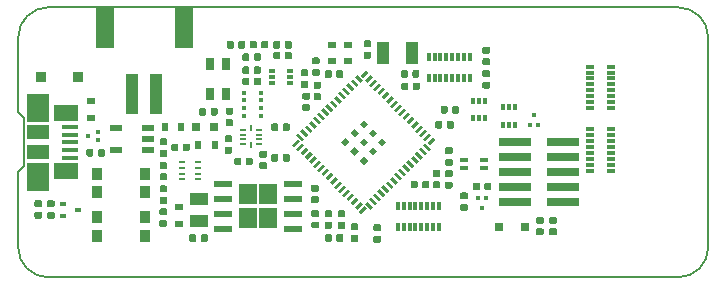
<source format=gbr>
G04 #@! TF.GenerationSoftware,KiCad,Pcbnew,5.1.5+dfsg1-2~bpo10+1*
G04 #@! TF.CreationDate,2020-05-12T19:04:25+02:00*
G04 #@! TF.ProjectId,quickfeather-board,71756963-6b66-4656-9174-6865722d626f,rev?*
G04 #@! TF.SameCoordinates,Original*
G04 #@! TF.FileFunction,Paste,Top*
G04 #@! TF.FilePolarity,Positive*
%FSLAX46Y46*%
G04 Gerber Fmt 4.6, Leading zero omitted, Abs format (unit mm)*
G04 Created by KiCad (PCBNEW 5.1.5+dfsg1-2~bpo10+1) date 2020-05-12 19:04:25*
%MOMM*%
%LPD*%
G04 APERTURE LIST*
%ADD10C,0.150000*%
%ADD11C,0.100000*%
%ADD12R,0.350000X0.350000*%
%ADD13R,0.750000X0.450000*%
%ADD14R,2.790000X0.740000*%
%ADD15R,0.900000X1.000000*%
%ADD16R,0.510000X0.400000*%
%ADD17R,0.800000X0.300000*%
%ADD18R,0.300000X0.800000*%
%ADD19R,1.600000X1.100000*%
%ADD20R,0.170000X0.570000*%
%ADD21R,0.570000X0.170000*%
%ADD22R,0.600000X0.300000*%
%ADD23R,0.300000X0.600000*%
%ADD24R,0.800000X1.000000*%
%ADD25R,0.550000X0.250000*%
%ADD26R,1.500000X0.500000*%
%ADD27R,1.500000X1.800000*%
%ADD28R,1.500000X3.400000*%
%ADD29R,1.000000X3.500000*%
%ADD30R,1.380000X0.450000*%
%ADD31R,2.100000X1.475000*%
%ADD32R,1.900000X1.175000*%
%ADD33R,1.900000X2.375000*%
%ADD34R,0.900000X0.950000*%
%ADD35R,0.800000X0.800000*%
%ADD36R,0.800000X0.600000*%
%ADD37R,0.600000X0.800000*%
%ADD38R,1.100000X1.900000*%
%ADD39R,1.050000X0.600000*%
%ADD40R,0.300000X0.300000*%
G04 APERTURE END LIST*
D10*
X123101100Y-102463600D02*
X123609100Y-102971600D01*
X123609100Y-102971600D02*
X123609100Y-107035600D01*
X123609100Y-107035600D02*
X123101100Y-107543600D01*
X178981100Y-93573600D02*
G75*
G02X181521100Y-96113600I0J-2540000D01*
G01*
X181521100Y-113893600D02*
G75*
G02X178981100Y-116433600I-2540000J0D01*
G01*
X125641100Y-116433600D02*
X178981100Y-116433600D01*
X181521100Y-113893600D02*
X181521100Y-96113600D01*
X178981100Y-93573600D02*
X125641100Y-93573600D01*
X123101100Y-96113600D02*
G75*
G02X125641100Y-93573600I2540000J0D01*
G01*
X123101100Y-96113600D02*
X123101100Y-102463600D01*
X123101100Y-107543600D02*
X123101100Y-113893600D01*
X125641100Y-116433600D02*
G75*
G02X123101100Y-113893600I0J2540000D01*
G01*
D11*
G36*
X149522258Y-112782410D02*
G01*
X149536576Y-112784534D01*
X149550617Y-112788051D01*
X149564246Y-112792928D01*
X149577331Y-112799117D01*
X149589747Y-112806558D01*
X149601373Y-112815181D01*
X149612098Y-112824902D01*
X149621819Y-112835627D01*
X149630442Y-112847253D01*
X149637883Y-112859669D01*
X149644072Y-112872754D01*
X149648949Y-112886383D01*
X149652466Y-112900424D01*
X149654590Y-112914742D01*
X149655300Y-112929200D01*
X149655300Y-113274200D01*
X149654590Y-113288658D01*
X149652466Y-113302976D01*
X149648949Y-113317017D01*
X149644072Y-113330646D01*
X149637883Y-113343731D01*
X149630442Y-113356147D01*
X149621819Y-113367773D01*
X149612098Y-113378498D01*
X149601373Y-113388219D01*
X149589747Y-113396842D01*
X149577331Y-113404283D01*
X149564246Y-113410472D01*
X149550617Y-113415349D01*
X149536576Y-113418866D01*
X149522258Y-113420990D01*
X149507800Y-113421700D01*
X149212800Y-113421700D01*
X149198342Y-113420990D01*
X149184024Y-113418866D01*
X149169983Y-113415349D01*
X149156354Y-113410472D01*
X149143269Y-113404283D01*
X149130853Y-113396842D01*
X149119227Y-113388219D01*
X149108502Y-113378498D01*
X149098781Y-113367773D01*
X149090158Y-113356147D01*
X149082717Y-113343731D01*
X149076528Y-113330646D01*
X149071651Y-113317017D01*
X149068134Y-113302976D01*
X149066010Y-113288658D01*
X149065300Y-113274200D01*
X149065300Y-112929200D01*
X149066010Y-112914742D01*
X149068134Y-112900424D01*
X149071651Y-112886383D01*
X149076528Y-112872754D01*
X149082717Y-112859669D01*
X149090158Y-112847253D01*
X149098781Y-112835627D01*
X149108502Y-112824902D01*
X149119227Y-112815181D01*
X149130853Y-112806558D01*
X149143269Y-112799117D01*
X149156354Y-112792928D01*
X149169983Y-112788051D01*
X149184024Y-112784534D01*
X149198342Y-112782410D01*
X149212800Y-112781700D01*
X149507800Y-112781700D01*
X149522258Y-112782410D01*
G37*
G36*
X150492258Y-112782410D02*
G01*
X150506576Y-112784534D01*
X150520617Y-112788051D01*
X150534246Y-112792928D01*
X150547331Y-112799117D01*
X150559747Y-112806558D01*
X150571373Y-112815181D01*
X150582098Y-112824902D01*
X150591819Y-112835627D01*
X150600442Y-112847253D01*
X150607883Y-112859669D01*
X150614072Y-112872754D01*
X150618949Y-112886383D01*
X150622466Y-112900424D01*
X150624590Y-112914742D01*
X150625300Y-112929200D01*
X150625300Y-113274200D01*
X150624590Y-113288658D01*
X150622466Y-113302976D01*
X150618949Y-113317017D01*
X150614072Y-113330646D01*
X150607883Y-113343731D01*
X150600442Y-113356147D01*
X150591819Y-113367773D01*
X150582098Y-113378498D01*
X150571373Y-113388219D01*
X150559747Y-113396842D01*
X150547331Y-113404283D01*
X150534246Y-113410472D01*
X150520617Y-113415349D01*
X150506576Y-113418866D01*
X150492258Y-113420990D01*
X150477800Y-113421700D01*
X150182800Y-113421700D01*
X150168342Y-113420990D01*
X150154024Y-113418866D01*
X150139983Y-113415349D01*
X150126354Y-113410472D01*
X150113269Y-113404283D01*
X150100853Y-113396842D01*
X150089227Y-113388219D01*
X150078502Y-113378498D01*
X150068781Y-113367773D01*
X150060158Y-113356147D01*
X150052717Y-113343731D01*
X150046528Y-113330646D01*
X150041651Y-113317017D01*
X150038134Y-113302976D01*
X150036010Y-113288658D01*
X150035300Y-113274200D01*
X150035300Y-112929200D01*
X150036010Y-112914742D01*
X150038134Y-112900424D01*
X150041651Y-112886383D01*
X150046528Y-112872754D01*
X150052717Y-112859669D01*
X150060158Y-112847253D01*
X150068781Y-112835627D01*
X150078502Y-112824902D01*
X150089227Y-112815181D01*
X150100853Y-112806558D01*
X150113269Y-112799117D01*
X150126354Y-112792928D01*
X150139983Y-112788051D01*
X150154024Y-112784534D01*
X150168342Y-112782410D01*
X150182800Y-112781700D01*
X150477800Y-112781700D01*
X150492258Y-112782410D01*
G37*
D12*
X143675000Y-102760000D03*
X143675000Y-102110000D03*
X143675000Y-101460000D03*
X143675000Y-100810000D03*
X142225000Y-102760000D03*
X142225000Y-102110000D03*
X142225000Y-101460000D03*
X142225000Y-100810000D03*
D13*
X162540000Y-106460000D03*
X162540000Y-107170000D03*
X160840000Y-106470000D03*
X160840000Y-107170000D03*
D14*
X165125000Y-105003600D03*
X169195000Y-105003600D03*
X165125000Y-106273600D03*
X169195000Y-106273600D03*
X165125000Y-107543600D03*
X169195000Y-107543600D03*
X165125000Y-108813600D03*
X169195000Y-108813600D03*
X165125000Y-110083600D03*
X169195000Y-110083600D03*
D15*
X129780000Y-112950000D03*
X133880000Y-112950000D03*
X133880000Y-111350000D03*
X129780000Y-111350000D03*
X129780000Y-109250000D03*
X133880000Y-109250000D03*
X133880000Y-107650000D03*
X129780000Y-107650000D03*
D11*
G36*
X137492258Y-105107410D02*
G01*
X137506576Y-105109534D01*
X137520617Y-105113051D01*
X137534246Y-105117928D01*
X137547331Y-105124117D01*
X137559747Y-105131558D01*
X137571373Y-105140181D01*
X137582098Y-105149902D01*
X137591819Y-105160627D01*
X137600442Y-105172253D01*
X137607883Y-105184669D01*
X137614072Y-105197754D01*
X137618949Y-105211383D01*
X137622466Y-105225424D01*
X137624590Y-105239742D01*
X137625300Y-105254200D01*
X137625300Y-105599200D01*
X137624590Y-105613658D01*
X137622466Y-105627976D01*
X137618949Y-105642017D01*
X137614072Y-105655646D01*
X137607883Y-105668731D01*
X137600442Y-105681147D01*
X137591819Y-105692773D01*
X137582098Y-105703498D01*
X137571373Y-105713219D01*
X137559747Y-105721842D01*
X137547331Y-105729283D01*
X137534246Y-105735472D01*
X137520617Y-105740349D01*
X137506576Y-105743866D01*
X137492258Y-105745990D01*
X137477800Y-105746700D01*
X137182800Y-105746700D01*
X137168342Y-105745990D01*
X137154024Y-105743866D01*
X137139983Y-105740349D01*
X137126354Y-105735472D01*
X137113269Y-105729283D01*
X137100853Y-105721842D01*
X137089227Y-105713219D01*
X137078502Y-105703498D01*
X137068781Y-105692773D01*
X137060158Y-105681147D01*
X137052717Y-105668731D01*
X137046528Y-105655646D01*
X137041651Y-105642017D01*
X137038134Y-105627976D01*
X137036010Y-105613658D01*
X137035300Y-105599200D01*
X137035300Y-105254200D01*
X137036010Y-105239742D01*
X137038134Y-105225424D01*
X137041651Y-105211383D01*
X137046528Y-105197754D01*
X137052717Y-105184669D01*
X137060158Y-105172253D01*
X137068781Y-105160627D01*
X137078502Y-105149902D01*
X137089227Y-105140181D01*
X137100853Y-105131558D01*
X137113269Y-105124117D01*
X137126354Y-105117928D01*
X137139983Y-105113051D01*
X137154024Y-105109534D01*
X137168342Y-105107410D01*
X137182800Y-105106700D01*
X137477800Y-105106700D01*
X137492258Y-105107410D01*
G37*
G36*
X136522258Y-105107410D02*
G01*
X136536576Y-105109534D01*
X136550617Y-105113051D01*
X136564246Y-105117928D01*
X136577331Y-105124117D01*
X136589747Y-105131558D01*
X136601373Y-105140181D01*
X136612098Y-105149902D01*
X136621819Y-105160627D01*
X136630442Y-105172253D01*
X136637883Y-105184669D01*
X136644072Y-105197754D01*
X136648949Y-105211383D01*
X136652466Y-105225424D01*
X136654590Y-105239742D01*
X136655300Y-105254200D01*
X136655300Y-105599200D01*
X136654590Y-105613658D01*
X136652466Y-105627976D01*
X136648949Y-105642017D01*
X136644072Y-105655646D01*
X136637883Y-105668731D01*
X136630442Y-105681147D01*
X136621819Y-105692773D01*
X136612098Y-105703498D01*
X136601373Y-105713219D01*
X136589747Y-105721842D01*
X136577331Y-105729283D01*
X136564246Y-105735472D01*
X136550617Y-105740349D01*
X136536576Y-105743866D01*
X136522258Y-105745990D01*
X136507800Y-105746700D01*
X136212800Y-105746700D01*
X136198342Y-105745990D01*
X136184024Y-105743866D01*
X136169983Y-105740349D01*
X136156354Y-105735472D01*
X136143269Y-105729283D01*
X136130853Y-105721842D01*
X136119227Y-105713219D01*
X136108502Y-105703498D01*
X136098781Y-105692773D01*
X136090158Y-105681147D01*
X136082717Y-105668731D01*
X136076528Y-105655646D01*
X136071651Y-105642017D01*
X136068134Y-105627976D01*
X136066010Y-105613658D01*
X136065300Y-105599200D01*
X136065300Y-105254200D01*
X136066010Y-105239742D01*
X136068134Y-105225424D01*
X136071651Y-105211383D01*
X136076528Y-105197754D01*
X136082717Y-105184669D01*
X136090158Y-105172253D01*
X136098781Y-105160627D01*
X136108502Y-105149902D01*
X136119227Y-105140181D01*
X136130853Y-105131558D01*
X136143269Y-105124117D01*
X136156354Y-105117928D01*
X136169983Y-105113051D01*
X136184024Y-105109534D01*
X136198342Y-105107410D01*
X136212800Y-105106700D01*
X136507800Y-105106700D01*
X136522258Y-105107410D01*
G37*
D16*
X126895300Y-111201700D03*
X126895300Y-110201700D03*
X128195300Y-110701700D03*
D11*
G36*
X153915635Y-105343553D02*
G01*
X153562082Y-104990000D01*
X153915635Y-104636447D01*
X154269188Y-104990000D01*
X153915635Y-105343553D01*
G37*
G36*
X153137817Y-104565736D02*
G01*
X152784264Y-104212183D01*
X153137817Y-103858630D01*
X153491370Y-104212183D01*
X153137817Y-104565736D01*
G37*
G36*
X152360000Y-103787918D02*
G01*
X152006447Y-103434365D01*
X152360000Y-103080812D01*
X152713553Y-103434365D01*
X152360000Y-103787918D01*
G37*
G36*
X153137817Y-106121370D02*
G01*
X152784264Y-105767817D01*
X153137817Y-105414264D01*
X153491370Y-105767817D01*
X153137817Y-106121370D01*
G37*
G36*
X152360000Y-105343553D02*
G01*
X152006447Y-104990000D01*
X152360000Y-104636447D01*
X152713553Y-104990000D01*
X152360000Y-105343553D01*
G37*
G36*
X151582183Y-104565736D02*
G01*
X151228630Y-104212183D01*
X151582183Y-103858630D01*
X151935736Y-104212183D01*
X151582183Y-104565736D01*
G37*
G36*
X152360000Y-106899188D02*
G01*
X152006447Y-106545635D01*
X152360000Y-106192082D01*
X152713553Y-106545635D01*
X152360000Y-106899188D01*
G37*
G36*
X151582183Y-106121370D02*
G01*
X151228630Y-105767817D01*
X151582183Y-105414264D01*
X151935736Y-105767817D01*
X151582183Y-106121370D01*
G37*
G36*
X150804365Y-105343553D02*
G01*
X150450812Y-104990000D01*
X150804365Y-104636447D01*
X151157918Y-104990000D01*
X150804365Y-105343553D01*
G37*
G36*
X147138016Y-104908683D02*
G01*
X146643041Y-104413708D01*
X146833960Y-104222789D01*
X147328935Y-104717764D01*
X147138016Y-104908683D01*
G37*
G36*
X147491570Y-104555130D02*
G01*
X146996595Y-104060155D01*
X147187514Y-103869236D01*
X147682489Y-104364211D01*
X147491570Y-104555130D01*
G37*
G36*
X147845123Y-104201576D02*
G01*
X147350148Y-103706601D01*
X147541067Y-103515682D01*
X148036042Y-104010657D01*
X147845123Y-104201576D01*
G37*
G36*
X148198677Y-103848023D02*
G01*
X147703702Y-103353048D01*
X147894621Y-103162129D01*
X148389596Y-103657104D01*
X148198677Y-103848023D01*
G37*
G36*
X148552230Y-103494469D02*
G01*
X148057255Y-102999494D01*
X148248174Y-102808575D01*
X148743149Y-103303550D01*
X148552230Y-103494469D01*
G37*
G36*
X148905783Y-103140916D02*
G01*
X148410808Y-102645941D01*
X148601727Y-102455022D01*
X149096702Y-102949997D01*
X148905783Y-103140916D01*
G37*
G36*
X149259337Y-102787363D02*
G01*
X148764362Y-102292388D01*
X148955281Y-102101469D01*
X149450256Y-102596444D01*
X149259337Y-102787363D01*
G37*
G36*
X149612890Y-102433809D02*
G01*
X149117915Y-101938834D01*
X149308834Y-101747915D01*
X149803809Y-102242890D01*
X149612890Y-102433809D01*
G37*
G36*
X149966444Y-102080256D02*
G01*
X149471469Y-101585281D01*
X149662388Y-101394362D01*
X150157363Y-101889337D01*
X149966444Y-102080256D01*
G37*
G36*
X150319997Y-101726702D02*
G01*
X149825022Y-101231727D01*
X150015941Y-101040808D01*
X150510916Y-101535783D01*
X150319997Y-101726702D01*
G37*
G36*
X150673550Y-101373149D02*
G01*
X150178575Y-100878174D01*
X150369494Y-100687255D01*
X150864469Y-101182230D01*
X150673550Y-101373149D01*
G37*
G36*
X151027104Y-101019596D02*
G01*
X150532129Y-100524621D01*
X150723048Y-100333702D01*
X151218023Y-100828677D01*
X151027104Y-101019596D01*
G37*
G36*
X151380657Y-100666042D02*
G01*
X150885682Y-100171067D01*
X151076601Y-99980148D01*
X151571576Y-100475123D01*
X151380657Y-100666042D01*
G37*
G36*
X151734211Y-100312489D02*
G01*
X151239236Y-99817514D01*
X151430155Y-99626595D01*
X151925130Y-100121570D01*
X151734211Y-100312489D01*
G37*
G36*
X152087764Y-99958935D02*
G01*
X151592789Y-99463960D01*
X151783708Y-99273041D01*
X152278683Y-99768016D01*
X152087764Y-99958935D01*
G37*
G36*
X152773658Y-99110407D02*
G01*
X152306967Y-99577098D01*
X152116048Y-99386179D01*
X152582739Y-98919488D01*
X152773658Y-99110407D01*
G37*
G36*
X153127211Y-99463960D02*
G01*
X152632236Y-99958935D01*
X152441317Y-99768016D01*
X152936292Y-99273041D01*
X153127211Y-99463960D01*
G37*
G36*
X153480764Y-99817514D02*
G01*
X152985789Y-100312489D01*
X152794870Y-100121570D01*
X153289845Y-99626595D01*
X153480764Y-99817514D01*
G37*
G36*
X153834318Y-100171067D02*
G01*
X153339343Y-100666042D01*
X153148424Y-100475123D01*
X153643399Y-99980148D01*
X153834318Y-100171067D01*
G37*
G36*
X154187871Y-100524621D02*
G01*
X153692896Y-101019596D01*
X153501977Y-100828677D01*
X153996952Y-100333702D01*
X154187871Y-100524621D01*
G37*
G36*
X154541425Y-100878174D02*
G01*
X154046450Y-101373149D01*
X153855531Y-101182230D01*
X154350506Y-100687255D01*
X154541425Y-100878174D01*
G37*
G36*
X154894978Y-101231727D02*
G01*
X154400003Y-101726702D01*
X154209084Y-101535783D01*
X154704059Y-101040808D01*
X154894978Y-101231727D01*
G37*
G36*
X155248531Y-101585281D02*
G01*
X154753556Y-102080256D01*
X154562637Y-101889337D01*
X155057612Y-101394362D01*
X155248531Y-101585281D01*
G37*
G36*
X155602085Y-101938834D02*
G01*
X155107110Y-102433809D01*
X154916191Y-102242890D01*
X155411166Y-101747915D01*
X155602085Y-101938834D01*
G37*
G36*
X155955638Y-102292388D02*
G01*
X155460663Y-102787363D01*
X155269744Y-102596444D01*
X155764719Y-102101469D01*
X155955638Y-102292388D01*
G37*
G36*
X156309192Y-102645941D02*
G01*
X155814217Y-103140916D01*
X155623298Y-102949997D01*
X156118273Y-102455022D01*
X156309192Y-102645941D01*
G37*
G36*
X156662745Y-102999494D02*
G01*
X156167770Y-103494469D01*
X155976851Y-103303550D01*
X156471826Y-102808575D01*
X156662745Y-102999494D01*
G37*
G36*
X157016298Y-103353048D02*
G01*
X156521323Y-103848023D01*
X156330404Y-103657104D01*
X156825379Y-103162129D01*
X157016298Y-103353048D01*
G37*
G36*
X157369852Y-103706601D02*
G01*
X156874877Y-104201576D01*
X156683958Y-104010657D01*
X157178933Y-103515682D01*
X157369852Y-103706601D01*
G37*
G36*
X157723405Y-104060155D02*
G01*
X157228430Y-104555130D01*
X157037511Y-104364211D01*
X157532486Y-103869236D01*
X157723405Y-104060155D01*
G37*
G36*
X158076959Y-104413708D02*
G01*
X157581984Y-104908683D01*
X157391065Y-104717764D01*
X157886040Y-104222789D01*
X158076959Y-104413708D01*
G37*
G36*
X158430512Y-104767261D02*
G01*
X157963821Y-105233952D01*
X157772902Y-105043033D01*
X158239593Y-104576342D01*
X158430512Y-104767261D01*
G37*
G36*
X157886040Y-105757211D02*
G01*
X157391065Y-105262236D01*
X157581984Y-105071317D01*
X158076959Y-105566292D01*
X157886040Y-105757211D01*
G37*
G36*
X157532486Y-106110764D02*
G01*
X157037511Y-105615789D01*
X157228430Y-105424870D01*
X157723405Y-105919845D01*
X157532486Y-106110764D01*
G37*
G36*
X157178933Y-106464318D02*
G01*
X156683958Y-105969343D01*
X156874877Y-105778424D01*
X157369852Y-106273399D01*
X157178933Y-106464318D01*
G37*
G36*
X156825379Y-106817871D02*
G01*
X156330404Y-106322896D01*
X156521323Y-106131977D01*
X157016298Y-106626952D01*
X156825379Y-106817871D01*
G37*
G36*
X156471826Y-107171425D02*
G01*
X155976851Y-106676450D01*
X156167770Y-106485531D01*
X156662745Y-106980506D01*
X156471826Y-107171425D01*
G37*
G36*
X156118273Y-107524978D02*
G01*
X155623298Y-107030003D01*
X155814217Y-106839084D01*
X156309192Y-107334059D01*
X156118273Y-107524978D01*
G37*
G36*
X155764719Y-107878531D02*
G01*
X155269744Y-107383556D01*
X155460663Y-107192637D01*
X155955638Y-107687612D01*
X155764719Y-107878531D01*
G37*
G36*
X155411166Y-108232085D02*
G01*
X154916191Y-107737110D01*
X155107110Y-107546191D01*
X155602085Y-108041166D01*
X155411166Y-108232085D01*
G37*
G36*
X155057612Y-108585638D02*
G01*
X154562637Y-108090663D01*
X154753556Y-107899744D01*
X155248531Y-108394719D01*
X155057612Y-108585638D01*
G37*
G36*
X154704059Y-108939192D02*
G01*
X154209084Y-108444217D01*
X154400003Y-108253298D01*
X154894978Y-108748273D01*
X154704059Y-108939192D01*
G37*
G36*
X154350506Y-109292745D02*
G01*
X153855531Y-108797770D01*
X154046450Y-108606851D01*
X154541425Y-109101826D01*
X154350506Y-109292745D01*
G37*
G36*
X153996952Y-109646298D02*
G01*
X153501977Y-109151323D01*
X153692896Y-108960404D01*
X154187871Y-109455379D01*
X153996952Y-109646298D01*
G37*
G36*
X153643399Y-109999852D02*
G01*
X153148424Y-109504877D01*
X153339343Y-109313958D01*
X153834318Y-109808933D01*
X153643399Y-109999852D01*
G37*
G36*
X153289845Y-110353405D02*
G01*
X152794870Y-109858430D01*
X152985789Y-109667511D01*
X153480764Y-110162486D01*
X153289845Y-110353405D01*
G37*
G36*
X152936292Y-110706959D02*
G01*
X152441317Y-110211984D01*
X152632236Y-110021065D01*
X153127211Y-110516040D01*
X152936292Y-110706959D01*
G37*
G36*
X152603952Y-110593821D02*
G01*
X152137261Y-111060512D01*
X151946342Y-110869593D01*
X152413033Y-110402902D01*
X152603952Y-110593821D01*
G37*
G36*
X152278683Y-110211984D02*
G01*
X151783708Y-110706959D01*
X151592789Y-110516040D01*
X152087764Y-110021065D01*
X152278683Y-110211984D01*
G37*
G36*
X151925130Y-109858430D02*
G01*
X151430155Y-110353405D01*
X151239236Y-110162486D01*
X151734211Y-109667511D01*
X151925130Y-109858430D01*
G37*
G36*
X151571576Y-109504877D02*
G01*
X151076601Y-109999852D01*
X150885682Y-109808933D01*
X151380657Y-109313958D01*
X151571576Y-109504877D01*
G37*
G36*
X151218023Y-109151323D02*
G01*
X150723048Y-109646298D01*
X150532129Y-109455379D01*
X151027104Y-108960404D01*
X151218023Y-109151323D01*
G37*
G36*
X150864469Y-108797770D02*
G01*
X150369494Y-109292745D01*
X150178575Y-109101826D01*
X150673550Y-108606851D01*
X150864469Y-108797770D01*
G37*
G36*
X150510916Y-108444217D02*
G01*
X150015941Y-108939192D01*
X149825022Y-108748273D01*
X150319997Y-108253298D01*
X150510916Y-108444217D01*
G37*
G36*
X150157363Y-108090663D02*
G01*
X149662388Y-108585638D01*
X149471469Y-108394719D01*
X149966444Y-107899744D01*
X150157363Y-108090663D01*
G37*
G36*
X149803809Y-107737110D02*
G01*
X149308834Y-108232085D01*
X149117915Y-108041166D01*
X149612890Y-107546191D01*
X149803809Y-107737110D01*
G37*
G36*
X149450256Y-107383556D02*
G01*
X148955281Y-107878531D01*
X148764362Y-107687612D01*
X149259337Y-107192637D01*
X149450256Y-107383556D01*
G37*
G36*
X149096702Y-107030003D02*
G01*
X148601727Y-107524978D01*
X148410808Y-107334059D01*
X148905783Y-106839084D01*
X149096702Y-107030003D01*
G37*
G36*
X148743149Y-106676450D02*
G01*
X148248174Y-107171425D01*
X148057255Y-106980506D01*
X148552230Y-106485531D01*
X148743149Y-106676450D01*
G37*
G36*
X148389596Y-106322896D02*
G01*
X147894621Y-106817871D01*
X147703702Y-106626952D01*
X148198677Y-106131977D01*
X148389596Y-106322896D01*
G37*
G36*
X148036042Y-105969343D02*
G01*
X147541067Y-106464318D01*
X147350148Y-106273399D01*
X147845123Y-105778424D01*
X148036042Y-105969343D01*
G37*
G36*
X147682489Y-105615789D02*
G01*
X147187514Y-106110764D01*
X146996595Y-105919845D01*
X147491570Y-105424870D01*
X147682489Y-105615789D01*
G37*
G36*
X147328935Y-105262236D02*
G01*
X146833960Y-105757211D01*
X146643041Y-105566292D01*
X147138016Y-105071317D01*
X147328935Y-105262236D01*
G37*
G36*
X146947098Y-104936967D02*
G01*
X146480407Y-105403658D01*
X146289488Y-105212739D01*
X146756179Y-104746048D01*
X146947098Y-104936967D01*
G37*
G36*
X126057258Y-110892410D02*
G01*
X126071576Y-110894534D01*
X126085617Y-110898051D01*
X126099246Y-110902928D01*
X126112331Y-110909117D01*
X126124747Y-110916558D01*
X126136373Y-110925181D01*
X126147098Y-110934902D01*
X126156819Y-110945627D01*
X126165442Y-110957253D01*
X126172883Y-110969669D01*
X126179072Y-110982754D01*
X126183949Y-110996383D01*
X126187466Y-111010424D01*
X126189590Y-111024742D01*
X126190300Y-111039200D01*
X126190300Y-111334200D01*
X126189590Y-111348658D01*
X126187466Y-111362976D01*
X126183949Y-111377017D01*
X126179072Y-111390646D01*
X126172883Y-111403731D01*
X126165442Y-111416147D01*
X126156819Y-111427773D01*
X126147098Y-111438498D01*
X126136373Y-111448219D01*
X126124747Y-111456842D01*
X126112331Y-111464283D01*
X126099246Y-111470472D01*
X126085617Y-111475349D01*
X126071576Y-111478866D01*
X126057258Y-111480990D01*
X126042800Y-111481700D01*
X125697800Y-111481700D01*
X125683342Y-111480990D01*
X125669024Y-111478866D01*
X125654983Y-111475349D01*
X125641354Y-111470472D01*
X125628269Y-111464283D01*
X125615853Y-111456842D01*
X125604227Y-111448219D01*
X125593502Y-111438498D01*
X125583781Y-111427773D01*
X125575158Y-111416147D01*
X125567717Y-111403731D01*
X125561528Y-111390646D01*
X125556651Y-111377017D01*
X125553134Y-111362976D01*
X125551010Y-111348658D01*
X125550300Y-111334200D01*
X125550300Y-111039200D01*
X125551010Y-111024742D01*
X125553134Y-111010424D01*
X125556651Y-110996383D01*
X125561528Y-110982754D01*
X125567717Y-110969669D01*
X125575158Y-110957253D01*
X125583781Y-110945627D01*
X125593502Y-110934902D01*
X125604227Y-110925181D01*
X125615853Y-110916558D01*
X125628269Y-110909117D01*
X125641354Y-110902928D01*
X125654983Y-110898051D01*
X125669024Y-110894534D01*
X125683342Y-110892410D01*
X125697800Y-110891700D01*
X126042800Y-110891700D01*
X126057258Y-110892410D01*
G37*
G36*
X126057258Y-109922410D02*
G01*
X126071576Y-109924534D01*
X126085617Y-109928051D01*
X126099246Y-109932928D01*
X126112331Y-109939117D01*
X126124747Y-109946558D01*
X126136373Y-109955181D01*
X126147098Y-109964902D01*
X126156819Y-109975627D01*
X126165442Y-109987253D01*
X126172883Y-109999669D01*
X126179072Y-110012754D01*
X126183949Y-110026383D01*
X126187466Y-110040424D01*
X126189590Y-110054742D01*
X126190300Y-110069200D01*
X126190300Y-110364200D01*
X126189590Y-110378658D01*
X126187466Y-110392976D01*
X126183949Y-110407017D01*
X126179072Y-110420646D01*
X126172883Y-110433731D01*
X126165442Y-110446147D01*
X126156819Y-110457773D01*
X126147098Y-110468498D01*
X126136373Y-110478219D01*
X126124747Y-110486842D01*
X126112331Y-110494283D01*
X126099246Y-110500472D01*
X126085617Y-110505349D01*
X126071576Y-110508866D01*
X126057258Y-110510990D01*
X126042800Y-110511700D01*
X125697800Y-110511700D01*
X125683342Y-110510990D01*
X125669024Y-110508866D01*
X125654983Y-110505349D01*
X125641354Y-110500472D01*
X125628269Y-110494283D01*
X125615853Y-110486842D01*
X125604227Y-110478219D01*
X125593502Y-110468498D01*
X125583781Y-110457773D01*
X125575158Y-110446147D01*
X125567717Y-110433731D01*
X125561528Y-110420646D01*
X125556651Y-110407017D01*
X125553134Y-110392976D01*
X125551010Y-110378658D01*
X125550300Y-110364200D01*
X125550300Y-110069200D01*
X125551010Y-110054742D01*
X125553134Y-110040424D01*
X125556651Y-110026383D01*
X125561528Y-110012754D01*
X125567717Y-109999669D01*
X125575158Y-109987253D01*
X125583781Y-109975627D01*
X125593502Y-109964902D01*
X125604227Y-109955181D01*
X125615853Y-109946558D01*
X125628269Y-109939117D01*
X125641354Y-109932928D01*
X125654983Y-109928051D01*
X125669024Y-109924534D01*
X125683342Y-109922410D01*
X125697800Y-109921700D01*
X126042800Y-109921700D01*
X126057258Y-109922410D01*
G37*
D17*
X173311000Y-106893000D03*
X173311000Y-105893000D03*
X173311000Y-106393000D03*
X173311000Y-105393000D03*
X173311000Y-104893000D03*
X173311000Y-104393000D03*
X171511000Y-106893000D03*
X171511000Y-106393000D03*
X171511000Y-105893000D03*
X171511000Y-105393000D03*
X171511000Y-104893000D03*
X171511000Y-104393000D03*
X173311000Y-107393000D03*
X171511000Y-107393000D03*
X173311000Y-103893000D03*
X171511000Y-103893000D03*
D18*
X158240000Y-110360000D03*
X157240000Y-110360000D03*
X157740000Y-110360000D03*
X156740000Y-110360000D03*
X156240000Y-110360000D03*
X155740000Y-110360000D03*
X158240000Y-112160000D03*
X157740000Y-112160000D03*
X157240000Y-112160000D03*
X156740000Y-112160000D03*
X156240000Y-112160000D03*
X155740000Y-112160000D03*
X158740000Y-110360000D03*
X158740000Y-112160000D03*
X155240000Y-110360000D03*
X155240000Y-112160000D03*
D17*
X173311000Y-101593000D03*
X173311000Y-100593000D03*
X173311000Y-101093000D03*
X173311000Y-100093000D03*
X173311000Y-99593000D03*
X173311000Y-99093000D03*
X171511000Y-101593000D03*
X171511000Y-101093000D03*
X171511000Y-100593000D03*
X171511000Y-100093000D03*
X171511000Y-99593000D03*
X171511000Y-99093000D03*
X173311000Y-102093000D03*
X171511000Y-102093000D03*
X173311000Y-98593000D03*
X171511000Y-98593000D03*
D18*
X160850000Y-97740000D03*
X159850000Y-97740000D03*
X160350000Y-97740000D03*
X159350000Y-97740000D03*
X158850000Y-97740000D03*
X158350000Y-97740000D03*
X160850000Y-99540000D03*
X160350000Y-99540000D03*
X159850000Y-99540000D03*
X159350000Y-99540000D03*
X158850000Y-99540000D03*
X158350000Y-99540000D03*
X161350000Y-97740000D03*
X161350000Y-99540000D03*
X157850000Y-97740000D03*
X157850000Y-99540000D03*
D19*
X138380000Y-109830000D03*
X138380000Y-111630000D03*
D20*
X142800000Y-105240000D03*
D21*
X142100000Y-105145000D03*
X142100000Y-104750000D03*
X142100000Y-104350000D03*
X142100000Y-103950000D03*
D20*
X142800000Y-103800000D03*
D21*
X143500000Y-103950000D03*
X143500000Y-104350000D03*
X143500000Y-104750000D03*
X143500000Y-105145000D03*
D22*
X144630000Y-98940000D03*
X144630000Y-99440000D03*
X144630000Y-99940000D03*
X146130000Y-99940000D03*
X146130000Y-99440000D03*
X146130000Y-98940000D03*
D23*
X165140000Y-102010000D03*
X164640000Y-102010000D03*
X164140000Y-102010000D03*
X164140000Y-103510000D03*
X164640000Y-103510000D03*
X165140000Y-103510000D03*
X162590000Y-101480000D03*
X162090000Y-101480000D03*
X161590000Y-101480000D03*
X161590000Y-102980000D03*
X162090000Y-102980000D03*
X162590000Y-102980000D03*
D24*
X140700000Y-98380000D03*
X140700000Y-100880000D03*
X139300000Y-100880000D03*
X139300000Y-98380000D03*
D11*
G36*
X148486958Y-97820710D02*
G01*
X148501276Y-97822834D01*
X148515317Y-97826351D01*
X148528946Y-97831228D01*
X148542031Y-97837417D01*
X148554447Y-97844858D01*
X148566073Y-97853481D01*
X148576798Y-97863202D01*
X148586519Y-97873927D01*
X148595142Y-97885553D01*
X148602583Y-97897969D01*
X148608772Y-97911054D01*
X148613649Y-97924683D01*
X148617166Y-97938724D01*
X148619290Y-97953042D01*
X148620000Y-97967500D01*
X148620000Y-98262500D01*
X148619290Y-98276958D01*
X148617166Y-98291276D01*
X148613649Y-98305317D01*
X148608772Y-98318946D01*
X148602583Y-98332031D01*
X148595142Y-98344447D01*
X148586519Y-98356073D01*
X148576798Y-98366798D01*
X148566073Y-98376519D01*
X148554447Y-98385142D01*
X148542031Y-98392583D01*
X148528946Y-98398772D01*
X148515317Y-98403649D01*
X148501276Y-98407166D01*
X148486958Y-98409290D01*
X148472500Y-98410000D01*
X148127500Y-98410000D01*
X148113042Y-98409290D01*
X148098724Y-98407166D01*
X148084683Y-98403649D01*
X148071054Y-98398772D01*
X148057969Y-98392583D01*
X148045553Y-98385142D01*
X148033927Y-98376519D01*
X148023202Y-98366798D01*
X148013481Y-98356073D01*
X148004858Y-98344447D01*
X147997417Y-98332031D01*
X147991228Y-98318946D01*
X147986351Y-98305317D01*
X147982834Y-98291276D01*
X147980710Y-98276958D01*
X147980000Y-98262500D01*
X147980000Y-97967500D01*
X147980710Y-97953042D01*
X147982834Y-97938724D01*
X147986351Y-97924683D01*
X147991228Y-97911054D01*
X147997417Y-97897969D01*
X148004858Y-97885553D01*
X148013481Y-97873927D01*
X148023202Y-97863202D01*
X148033927Y-97853481D01*
X148045553Y-97844858D01*
X148057969Y-97837417D01*
X148071054Y-97831228D01*
X148084683Y-97826351D01*
X148098724Y-97822834D01*
X148113042Y-97820710D01*
X148127500Y-97820000D01*
X148472500Y-97820000D01*
X148486958Y-97820710D01*
G37*
G36*
X148486958Y-98790710D02*
G01*
X148501276Y-98792834D01*
X148515317Y-98796351D01*
X148528946Y-98801228D01*
X148542031Y-98807417D01*
X148554447Y-98814858D01*
X148566073Y-98823481D01*
X148576798Y-98833202D01*
X148586519Y-98843927D01*
X148595142Y-98855553D01*
X148602583Y-98867969D01*
X148608772Y-98881054D01*
X148613649Y-98894683D01*
X148617166Y-98908724D01*
X148619290Y-98923042D01*
X148620000Y-98937500D01*
X148620000Y-99232500D01*
X148619290Y-99246958D01*
X148617166Y-99261276D01*
X148613649Y-99275317D01*
X148608772Y-99288946D01*
X148602583Y-99302031D01*
X148595142Y-99314447D01*
X148586519Y-99326073D01*
X148576798Y-99336798D01*
X148566073Y-99346519D01*
X148554447Y-99355142D01*
X148542031Y-99362583D01*
X148528946Y-99368772D01*
X148515317Y-99373649D01*
X148501276Y-99377166D01*
X148486958Y-99379290D01*
X148472500Y-99380000D01*
X148127500Y-99380000D01*
X148113042Y-99379290D01*
X148098724Y-99377166D01*
X148084683Y-99373649D01*
X148071054Y-99368772D01*
X148057969Y-99362583D01*
X148045553Y-99355142D01*
X148033927Y-99346519D01*
X148023202Y-99336798D01*
X148013481Y-99326073D01*
X148004858Y-99314447D01*
X147997417Y-99302031D01*
X147991228Y-99288946D01*
X147986351Y-99275317D01*
X147982834Y-99261276D01*
X147980710Y-99246958D01*
X147980000Y-99232500D01*
X147980000Y-98937500D01*
X147980710Y-98923042D01*
X147982834Y-98908724D01*
X147986351Y-98894683D01*
X147991228Y-98881054D01*
X147997417Y-98867969D01*
X148004858Y-98855553D01*
X148013481Y-98843927D01*
X148023202Y-98833202D01*
X148033927Y-98823481D01*
X148045553Y-98814858D01*
X148057969Y-98807417D01*
X148071054Y-98801228D01*
X148084683Y-98796351D01*
X148098724Y-98792834D01*
X148113042Y-98790710D01*
X148127500Y-98790000D01*
X148472500Y-98790000D01*
X148486958Y-98790710D01*
G37*
D25*
X138285000Y-106650000D03*
X138285000Y-107150000D03*
X138285000Y-107650000D03*
X138285000Y-108150000D03*
X136935000Y-108150000D03*
X136935000Y-107650000D03*
X136935000Y-107150000D03*
X136935000Y-106650000D03*
D26*
X140400000Y-108495000D03*
X140400000Y-109765000D03*
X140400000Y-111035000D03*
X140400000Y-112305000D03*
X146400000Y-112305000D03*
X146400000Y-111035000D03*
X146400000Y-109765000D03*
X146400000Y-108495000D03*
D27*
X142550000Y-109400000D03*
X142550000Y-111400000D03*
X144250000Y-109400000D03*
X144250000Y-111400000D03*
D28*
X137119100Y-95350000D03*
X130419100Y-95350000D03*
D29*
X134769100Y-100900000D03*
X132769100Y-100900000D03*
D30*
X127480000Y-106303600D03*
X127480000Y-105653600D03*
X127480000Y-105003600D03*
X127480000Y-104353600D03*
X127480000Y-103703600D03*
D31*
X127120000Y-102541100D03*
D32*
X124820000Y-104166100D03*
D33*
X124820000Y-107916100D03*
X124820000Y-102091100D03*
D32*
X124820000Y-105841100D03*
D31*
X127120000Y-107466100D03*
D34*
X128175000Y-99450000D03*
X125025000Y-99450000D03*
D35*
X138180000Y-103730000D03*
X139680000Y-103730000D03*
D36*
X129290000Y-102930000D03*
X129290000Y-101530000D03*
D37*
X139750000Y-105200000D03*
X138350000Y-105200000D03*
X135490000Y-103720000D03*
X136890000Y-103720000D03*
D36*
X136680000Y-111880000D03*
X136680000Y-110480000D03*
D11*
G36*
X129336958Y-105570710D02*
G01*
X129351276Y-105572834D01*
X129365317Y-105576351D01*
X129378946Y-105581228D01*
X129392031Y-105587417D01*
X129404447Y-105594858D01*
X129416073Y-105603481D01*
X129426798Y-105613202D01*
X129436519Y-105623927D01*
X129445142Y-105635553D01*
X129452583Y-105647969D01*
X129458772Y-105661054D01*
X129463649Y-105674683D01*
X129467166Y-105688724D01*
X129469290Y-105703042D01*
X129470000Y-105717500D01*
X129470000Y-106062500D01*
X129469290Y-106076958D01*
X129467166Y-106091276D01*
X129463649Y-106105317D01*
X129458772Y-106118946D01*
X129452583Y-106132031D01*
X129445142Y-106144447D01*
X129436519Y-106156073D01*
X129426798Y-106166798D01*
X129416073Y-106176519D01*
X129404447Y-106185142D01*
X129392031Y-106192583D01*
X129378946Y-106198772D01*
X129365317Y-106203649D01*
X129351276Y-106207166D01*
X129336958Y-106209290D01*
X129322500Y-106210000D01*
X129027500Y-106210000D01*
X129013042Y-106209290D01*
X128998724Y-106207166D01*
X128984683Y-106203649D01*
X128971054Y-106198772D01*
X128957969Y-106192583D01*
X128945553Y-106185142D01*
X128933927Y-106176519D01*
X128923202Y-106166798D01*
X128913481Y-106156073D01*
X128904858Y-106144447D01*
X128897417Y-106132031D01*
X128891228Y-106118946D01*
X128886351Y-106105317D01*
X128882834Y-106091276D01*
X128880710Y-106076958D01*
X128880000Y-106062500D01*
X128880000Y-105717500D01*
X128880710Y-105703042D01*
X128882834Y-105688724D01*
X128886351Y-105674683D01*
X128891228Y-105661054D01*
X128897417Y-105647969D01*
X128904858Y-105635553D01*
X128913481Y-105623927D01*
X128923202Y-105613202D01*
X128933927Y-105603481D01*
X128945553Y-105594858D01*
X128957969Y-105587417D01*
X128971054Y-105581228D01*
X128984683Y-105576351D01*
X128998724Y-105572834D01*
X129013042Y-105570710D01*
X129027500Y-105570000D01*
X129322500Y-105570000D01*
X129336958Y-105570710D01*
G37*
G36*
X130306958Y-105570710D02*
G01*
X130321276Y-105572834D01*
X130335317Y-105576351D01*
X130348946Y-105581228D01*
X130362031Y-105587417D01*
X130374447Y-105594858D01*
X130386073Y-105603481D01*
X130396798Y-105613202D01*
X130406519Y-105623927D01*
X130415142Y-105635553D01*
X130422583Y-105647969D01*
X130428772Y-105661054D01*
X130433649Y-105674683D01*
X130437166Y-105688724D01*
X130439290Y-105703042D01*
X130440000Y-105717500D01*
X130440000Y-106062500D01*
X130439290Y-106076958D01*
X130437166Y-106091276D01*
X130433649Y-106105317D01*
X130428772Y-106118946D01*
X130422583Y-106132031D01*
X130415142Y-106144447D01*
X130406519Y-106156073D01*
X130396798Y-106166798D01*
X130386073Y-106176519D01*
X130374447Y-106185142D01*
X130362031Y-106192583D01*
X130348946Y-106198772D01*
X130335317Y-106203649D01*
X130321276Y-106207166D01*
X130306958Y-106209290D01*
X130292500Y-106210000D01*
X129997500Y-106210000D01*
X129983042Y-106209290D01*
X129968724Y-106207166D01*
X129954683Y-106203649D01*
X129941054Y-106198772D01*
X129927969Y-106192583D01*
X129915553Y-106185142D01*
X129903927Y-106176519D01*
X129893202Y-106166798D01*
X129883481Y-106156073D01*
X129874858Y-106144447D01*
X129867417Y-106132031D01*
X129861228Y-106118946D01*
X129856351Y-106105317D01*
X129852834Y-106091276D01*
X129850710Y-106076958D01*
X129850000Y-106062500D01*
X129850000Y-105717500D01*
X129850710Y-105703042D01*
X129852834Y-105688724D01*
X129856351Y-105674683D01*
X129861228Y-105661054D01*
X129867417Y-105647969D01*
X129874858Y-105635553D01*
X129883481Y-105623927D01*
X129893202Y-105613202D01*
X129903927Y-105603481D01*
X129915553Y-105594858D01*
X129927969Y-105587417D01*
X129941054Y-105581228D01*
X129954683Y-105576351D01*
X129968724Y-105572834D01*
X129983042Y-105570710D01*
X129997500Y-105570000D01*
X130292500Y-105570000D01*
X130306958Y-105570710D01*
G37*
G36*
X135586958Y-105650710D02*
G01*
X135601276Y-105652834D01*
X135615317Y-105656351D01*
X135628946Y-105661228D01*
X135642031Y-105667417D01*
X135654447Y-105674858D01*
X135666073Y-105683481D01*
X135676798Y-105693202D01*
X135686519Y-105703927D01*
X135695142Y-105715553D01*
X135702583Y-105727969D01*
X135708772Y-105741054D01*
X135713649Y-105754683D01*
X135717166Y-105768724D01*
X135719290Y-105783042D01*
X135720000Y-105797500D01*
X135720000Y-106092500D01*
X135719290Y-106106958D01*
X135717166Y-106121276D01*
X135713649Y-106135317D01*
X135708772Y-106148946D01*
X135702583Y-106162031D01*
X135695142Y-106174447D01*
X135686519Y-106186073D01*
X135676798Y-106196798D01*
X135666073Y-106206519D01*
X135654447Y-106215142D01*
X135642031Y-106222583D01*
X135628946Y-106228772D01*
X135615317Y-106233649D01*
X135601276Y-106237166D01*
X135586958Y-106239290D01*
X135572500Y-106240000D01*
X135227500Y-106240000D01*
X135213042Y-106239290D01*
X135198724Y-106237166D01*
X135184683Y-106233649D01*
X135171054Y-106228772D01*
X135157969Y-106222583D01*
X135145553Y-106215142D01*
X135133927Y-106206519D01*
X135123202Y-106196798D01*
X135113481Y-106186073D01*
X135104858Y-106174447D01*
X135097417Y-106162031D01*
X135091228Y-106148946D01*
X135086351Y-106135317D01*
X135082834Y-106121276D01*
X135080710Y-106106958D01*
X135080000Y-106092500D01*
X135080000Y-105797500D01*
X135080710Y-105783042D01*
X135082834Y-105768724D01*
X135086351Y-105754683D01*
X135091228Y-105741054D01*
X135097417Y-105727969D01*
X135104858Y-105715553D01*
X135113481Y-105703927D01*
X135123202Y-105693202D01*
X135133927Y-105683481D01*
X135145553Y-105674858D01*
X135157969Y-105667417D01*
X135171054Y-105661228D01*
X135184683Y-105656351D01*
X135198724Y-105652834D01*
X135213042Y-105650710D01*
X135227500Y-105650000D01*
X135572500Y-105650000D01*
X135586958Y-105650710D01*
G37*
G36*
X135586958Y-104680710D02*
G01*
X135601276Y-104682834D01*
X135615317Y-104686351D01*
X135628946Y-104691228D01*
X135642031Y-104697417D01*
X135654447Y-104704858D01*
X135666073Y-104713481D01*
X135676798Y-104723202D01*
X135686519Y-104733927D01*
X135695142Y-104745553D01*
X135702583Y-104757969D01*
X135708772Y-104771054D01*
X135713649Y-104784683D01*
X135717166Y-104798724D01*
X135719290Y-104813042D01*
X135720000Y-104827500D01*
X135720000Y-105122500D01*
X135719290Y-105136958D01*
X135717166Y-105151276D01*
X135713649Y-105165317D01*
X135708772Y-105178946D01*
X135702583Y-105192031D01*
X135695142Y-105204447D01*
X135686519Y-105216073D01*
X135676798Y-105226798D01*
X135666073Y-105236519D01*
X135654447Y-105245142D01*
X135642031Y-105252583D01*
X135628946Y-105258772D01*
X135615317Y-105263649D01*
X135601276Y-105267166D01*
X135586958Y-105269290D01*
X135572500Y-105270000D01*
X135227500Y-105270000D01*
X135213042Y-105269290D01*
X135198724Y-105267166D01*
X135184683Y-105263649D01*
X135171054Y-105258772D01*
X135157969Y-105252583D01*
X135145553Y-105245142D01*
X135133927Y-105236519D01*
X135123202Y-105226798D01*
X135113481Y-105216073D01*
X135104858Y-105204447D01*
X135097417Y-105192031D01*
X135091228Y-105178946D01*
X135086351Y-105165317D01*
X135082834Y-105151276D01*
X135080710Y-105136958D01*
X135080000Y-105122500D01*
X135080000Y-104827500D01*
X135080710Y-104813042D01*
X135082834Y-104798724D01*
X135086351Y-104784683D01*
X135091228Y-104771054D01*
X135097417Y-104757969D01*
X135104858Y-104745553D01*
X135113481Y-104733927D01*
X135123202Y-104723202D01*
X135133927Y-104713481D01*
X135145553Y-104704858D01*
X135157969Y-104697417D01*
X135171054Y-104691228D01*
X135184683Y-104686351D01*
X135198724Y-104682834D01*
X135213042Y-104680710D01*
X135227500Y-104680000D01*
X135572500Y-104680000D01*
X135586958Y-104680710D01*
G37*
G36*
X135586958Y-108660710D02*
G01*
X135601276Y-108662834D01*
X135615317Y-108666351D01*
X135628946Y-108671228D01*
X135642031Y-108677417D01*
X135654447Y-108684858D01*
X135666073Y-108693481D01*
X135676798Y-108703202D01*
X135686519Y-108713927D01*
X135695142Y-108725553D01*
X135702583Y-108737969D01*
X135708772Y-108751054D01*
X135713649Y-108764683D01*
X135717166Y-108778724D01*
X135719290Y-108793042D01*
X135720000Y-108807500D01*
X135720000Y-109102500D01*
X135719290Y-109116958D01*
X135717166Y-109131276D01*
X135713649Y-109145317D01*
X135708772Y-109158946D01*
X135702583Y-109172031D01*
X135695142Y-109184447D01*
X135686519Y-109196073D01*
X135676798Y-109206798D01*
X135666073Y-109216519D01*
X135654447Y-109225142D01*
X135642031Y-109232583D01*
X135628946Y-109238772D01*
X135615317Y-109243649D01*
X135601276Y-109247166D01*
X135586958Y-109249290D01*
X135572500Y-109250000D01*
X135227500Y-109250000D01*
X135213042Y-109249290D01*
X135198724Y-109247166D01*
X135184683Y-109243649D01*
X135171054Y-109238772D01*
X135157969Y-109232583D01*
X135145553Y-109225142D01*
X135133927Y-109216519D01*
X135123202Y-109206798D01*
X135113481Y-109196073D01*
X135104858Y-109184447D01*
X135097417Y-109172031D01*
X135091228Y-109158946D01*
X135086351Y-109145317D01*
X135082834Y-109131276D01*
X135080710Y-109116958D01*
X135080000Y-109102500D01*
X135080000Y-108807500D01*
X135080710Y-108793042D01*
X135082834Y-108778724D01*
X135086351Y-108764683D01*
X135091228Y-108751054D01*
X135097417Y-108737969D01*
X135104858Y-108725553D01*
X135113481Y-108713927D01*
X135123202Y-108703202D01*
X135133927Y-108693481D01*
X135145553Y-108684858D01*
X135157969Y-108677417D01*
X135171054Y-108671228D01*
X135184683Y-108666351D01*
X135198724Y-108662834D01*
X135213042Y-108660710D01*
X135227500Y-108660000D01*
X135572500Y-108660000D01*
X135586958Y-108660710D01*
G37*
G36*
X135586958Y-109630710D02*
G01*
X135601276Y-109632834D01*
X135615317Y-109636351D01*
X135628946Y-109641228D01*
X135642031Y-109647417D01*
X135654447Y-109654858D01*
X135666073Y-109663481D01*
X135676798Y-109673202D01*
X135686519Y-109683927D01*
X135695142Y-109695553D01*
X135702583Y-109707969D01*
X135708772Y-109721054D01*
X135713649Y-109734683D01*
X135717166Y-109748724D01*
X135719290Y-109763042D01*
X135720000Y-109777500D01*
X135720000Y-110072500D01*
X135719290Y-110086958D01*
X135717166Y-110101276D01*
X135713649Y-110115317D01*
X135708772Y-110128946D01*
X135702583Y-110142031D01*
X135695142Y-110154447D01*
X135686519Y-110166073D01*
X135676798Y-110176798D01*
X135666073Y-110186519D01*
X135654447Y-110195142D01*
X135642031Y-110202583D01*
X135628946Y-110208772D01*
X135615317Y-110213649D01*
X135601276Y-110217166D01*
X135586958Y-110219290D01*
X135572500Y-110220000D01*
X135227500Y-110220000D01*
X135213042Y-110219290D01*
X135198724Y-110217166D01*
X135184683Y-110213649D01*
X135171054Y-110208772D01*
X135157969Y-110202583D01*
X135145553Y-110195142D01*
X135133927Y-110186519D01*
X135123202Y-110176798D01*
X135113481Y-110166073D01*
X135104858Y-110154447D01*
X135097417Y-110142031D01*
X135091228Y-110128946D01*
X135086351Y-110115317D01*
X135082834Y-110101276D01*
X135080710Y-110086958D01*
X135080000Y-110072500D01*
X135080000Y-109777500D01*
X135080710Y-109763042D01*
X135082834Y-109748724D01*
X135086351Y-109734683D01*
X135091228Y-109721054D01*
X135097417Y-109707969D01*
X135104858Y-109695553D01*
X135113481Y-109683927D01*
X135123202Y-109673202D01*
X135133927Y-109663481D01*
X135145553Y-109654858D01*
X135157969Y-109647417D01*
X135171054Y-109641228D01*
X135184683Y-109636351D01*
X135198724Y-109632834D01*
X135213042Y-109630710D01*
X135227500Y-109630000D01*
X135572500Y-109630000D01*
X135586958Y-109630710D01*
G37*
G36*
X135576958Y-106670710D02*
G01*
X135591276Y-106672834D01*
X135605317Y-106676351D01*
X135618946Y-106681228D01*
X135632031Y-106687417D01*
X135644447Y-106694858D01*
X135656073Y-106703481D01*
X135666798Y-106713202D01*
X135676519Y-106723927D01*
X135685142Y-106735553D01*
X135692583Y-106747969D01*
X135698772Y-106761054D01*
X135703649Y-106774683D01*
X135707166Y-106788724D01*
X135709290Y-106803042D01*
X135710000Y-106817500D01*
X135710000Y-107112500D01*
X135709290Y-107126958D01*
X135707166Y-107141276D01*
X135703649Y-107155317D01*
X135698772Y-107168946D01*
X135692583Y-107182031D01*
X135685142Y-107194447D01*
X135676519Y-107206073D01*
X135666798Y-107216798D01*
X135656073Y-107226519D01*
X135644447Y-107235142D01*
X135632031Y-107242583D01*
X135618946Y-107248772D01*
X135605317Y-107253649D01*
X135591276Y-107257166D01*
X135576958Y-107259290D01*
X135562500Y-107260000D01*
X135217500Y-107260000D01*
X135203042Y-107259290D01*
X135188724Y-107257166D01*
X135174683Y-107253649D01*
X135161054Y-107248772D01*
X135147969Y-107242583D01*
X135135553Y-107235142D01*
X135123927Y-107226519D01*
X135113202Y-107216798D01*
X135103481Y-107206073D01*
X135094858Y-107194447D01*
X135087417Y-107182031D01*
X135081228Y-107168946D01*
X135076351Y-107155317D01*
X135072834Y-107141276D01*
X135070710Y-107126958D01*
X135070000Y-107112500D01*
X135070000Y-106817500D01*
X135070710Y-106803042D01*
X135072834Y-106788724D01*
X135076351Y-106774683D01*
X135081228Y-106761054D01*
X135087417Y-106747969D01*
X135094858Y-106735553D01*
X135103481Y-106723927D01*
X135113202Y-106713202D01*
X135123927Y-106703481D01*
X135135553Y-106694858D01*
X135147969Y-106687417D01*
X135161054Y-106681228D01*
X135174683Y-106676351D01*
X135188724Y-106672834D01*
X135203042Y-106670710D01*
X135217500Y-106670000D01*
X135562500Y-106670000D01*
X135576958Y-106670710D01*
G37*
G36*
X135576958Y-107640710D02*
G01*
X135591276Y-107642834D01*
X135605317Y-107646351D01*
X135618946Y-107651228D01*
X135632031Y-107657417D01*
X135644447Y-107664858D01*
X135656073Y-107673481D01*
X135666798Y-107683202D01*
X135676519Y-107693927D01*
X135685142Y-107705553D01*
X135692583Y-107717969D01*
X135698772Y-107731054D01*
X135703649Y-107744683D01*
X135707166Y-107758724D01*
X135709290Y-107773042D01*
X135710000Y-107787500D01*
X135710000Y-108082500D01*
X135709290Y-108096958D01*
X135707166Y-108111276D01*
X135703649Y-108125317D01*
X135698772Y-108138946D01*
X135692583Y-108152031D01*
X135685142Y-108164447D01*
X135676519Y-108176073D01*
X135666798Y-108186798D01*
X135656073Y-108196519D01*
X135644447Y-108205142D01*
X135632031Y-108212583D01*
X135618946Y-108218772D01*
X135605317Y-108223649D01*
X135591276Y-108227166D01*
X135576958Y-108229290D01*
X135562500Y-108230000D01*
X135217500Y-108230000D01*
X135203042Y-108229290D01*
X135188724Y-108227166D01*
X135174683Y-108223649D01*
X135161054Y-108218772D01*
X135147969Y-108212583D01*
X135135553Y-108205142D01*
X135123927Y-108196519D01*
X135113202Y-108186798D01*
X135103481Y-108176073D01*
X135094858Y-108164447D01*
X135087417Y-108152031D01*
X135081228Y-108138946D01*
X135076351Y-108125317D01*
X135072834Y-108111276D01*
X135070710Y-108096958D01*
X135070000Y-108082500D01*
X135070000Y-107787500D01*
X135070710Y-107773042D01*
X135072834Y-107758724D01*
X135076351Y-107744683D01*
X135081228Y-107731054D01*
X135087417Y-107717969D01*
X135094858Y-107705553D01*
X135103481Y-107693927D01*
X135113202Y-107683202D01*
X135123927Y-107673481D01*
X135135553Y-107664858D01*
X135147969Y-107657417D01*
X135161054Y-107651228D01*
X135174683Y-107646351D01*
X135188724Y-107642834D01*
X135203042Y-107640710D01*
X135217500Y-107640000D01*
X135562500Y-107640000D01*
X135576958Y-107640710D01*
G37*
G36*
X135566958Y-110600710D02*
G01*
X135581276Y-110602834D01*
X135595317Y-110606351D01*
X135608946Y-110611228D01*
X135622031Y-110617417D01*
X135634447Y-110624858D01*
X135646073Y-110633481D01*
X135656798Y-110643202D01*
X135666519Y-110653927D01*
X135675142Y-110665553D01*
X135682583Y-110677969D01*
X135688772Y-110691054D01*
X135693649Y-110704683D01*
X135697166Y-110718724D01*
X135699290Y-110733042D01*
X135700000Y-110747500D01*
X135700000Y-111042500D01*
X135699290Y-111056958D01*
X135697166Y-111071276D01*
X135693649Y-111085317D01*
X135688772Y-111098946D01*
X135682583Y-111112031D01*
X135675142Y-111124447D01*
X135666519Y-111136073D01*
X135656798Y-111146798D01*
X135646073Y-111156519D01*
X135634447Y-111165142D01*
X135622031Y-111172583D01*
X135608946Y-111178772D01*
X135595317Y-111183649D01*
X135581276Y-111187166D01*
X135566958Y-111189290D01*
X135552500Y-111190000D01*
X135207500Y-111190000D01*
X135193042Y-111189290D01*
X135178724Y-111187166D01*
X135164683Y-111183649D01*
X135151054Y-111178772D01*
X135137969Y-111172583D01*
X135125553Y-111165142D01*
X135113927Y-111156519D01*
X135103202Y-111146798D01*
X135093481Y-111136073D01*
X135084858Y-111124447D01*
X135077417Y-111112031D01*
X135071228Y-111098946D01*
X135066351Y-111085317D01*
X135062834Y-111071276D01*
X135060710Y-111056958D01*
X135060000Y-111042500D01*
X135060000Y-110747500D01*
X135060710Y-110733042D01*
X135062834Y-110718724D01*
X135066351Y-110704683D01*
X135071228Y-110691054D01*
X135077417Y-110677969D01*
X135084858Y-110665553D01*
X135093481Y-110653927D01*
X135103202Y-110643202D01*
X135113927Y-110633481D01*
X135125553Y-110624858D01*
X135137969Y-110617417D01*
X135151054Y-110611228D01*
X135164683Y-110606351D01*
X135178724Y-110602834D01*
X135193042Y-110600710D01*
X135207500Y-110600000D01*
X135552500Y-110600000D01*
X135566958Y-110600710D01*
G37*
G36*
X135566958Y-111570710D02*
G01*
X135581276Y-111572834D01*
X135595317Y-111576351D01*
X135608946Y-111581228D01*
X135622031Y-111587417D01*
X135634447Y-111594858D01*
X135646073Y-111603481D01*
X135656798Y-111613202D01*
X135666519Y-111623927D01*
X135675142Y-111635553D01*
X135682583Y-111647969D01*
X135688772Y-111661054D01*
X135693649Y-111674683D01*
X135697166Y-111688724D01*
X135699290Y-111703042D01*
X135700000Y-111717500D01*
X135700000Y-112012500D01*
X135699290Y-112026958D01*
X135697166Y-112041276D01*
X135693649Y-112055317D01*
X135688772Y-112068946D01*
X135682583Y-112082031D01*
X135675142Y-112094447D01*
X135666519Y-112106073D01*
X135656798Y-112116798D01*
X135646073Y-112126519D01*
X135634447Y-112135142D01*
X135622031Y-112142583D01*
X135608946Y-112148772D01*
X135595317Y-112153649D01*
X135581276Y-112157166D01*
X135566958Y-112159290D01*
X135552500Y-112160000D01*
X135207500Y-112160000D01*
X135193042Y-112159290D01*
X135178724Y-112157166D01*
X135164683Y-112153649D01*
X135151054Y-112148772D01*
X135137969Y-112142583D01*
X135125553Y-112135142D01*
X135113927Y-112126519D01*
X135103202Y-112116798D01*
X135093481Y-112106073D01*
X135084858Y-112094447D01*
X135077417Y-112082031D01*
X135071228Y-112068946D01*
X135066351Y-112055317D01*
X135062834Y-112041276D01*
X135060710Y-112026958D01*
X135060000Y-112012500D01*
X135060000Y-111717500D01*
X135060710Y-111703042D01*
X135062834Y-111688724D01*
X135066351Y-111674683D01*
X135071228Y-111661054D01*
X135077417Y-111647969D01*
X135084858Y-111635553D01*
X135093481Y-111623927D01*
X135103202Y-111613202D01*
X135113927Y-111603481D01*
X135125553Y-111594858D01*
X135137969Y-111587417D01*
X135151054Y-111581228D01*
X135164683Y-111576351D01*
X135178724Y-111572834D01*
X135193042Y-111570710D01*
X135207500Y-111570000D01*
X135552500Y-111570000D01*
X135566958Y-111570710D01*
G37*
D38*
X154025000Y-97430000D03*
X156435000Y-97430000D03*
D11*
G36*
X152846958Y-96370710D02*
G01*
X152861276Y-96372834D01*
X152875317Y-96376351D01*
X152888946Y-96381228D01*
X152902031Y-96387417D01*
X152914447Y-96394858D01*
X152926073Y-96403481D01*
X152936798Y-96413202D01*
X152946519Y-96423927D01*
X152955142Y-96435553D01*
X152962583Y-96447969D01*
X152968772Y-96461054D01*
X152973649Y-96474683D01*
X152977166Y-96488724D01*
X152979290Y-96503042D01*
X152980000Y-96517500D01*
X152980000Y-96812500D01*
X152979290Y-96826958D01*
X152977166Y-96841276D01*
X152973649Y-96855317D01*
X152968772Y-96868946D01*
X152962583Y-96882031D01*
X152955142Y-96894447D01*
X152946519Y-96906073D01*
X152936798Y-96916798D01*
X152926073Y-96926519D01*
X152914447Y-96935142D01*
X152902031Y-96942583D01*
X152888946Y-96948772D01*
X152875317Y-96953649D01*
X152861276Y-96957166D01*
X152846958Y-96959290D01*
X152832500Y-96960000D01*
X152487500Y-96960000D01*
X152473042Y-96959290D01*
X152458724Y-96957166D01*
X152444683Y-96953649D01*
X152431054Y-96948772D01*
X152417969Y-96942583D01*
X152405553Y-96935142D01*
X152393927Y-96926519D01*
X152383202Y-96916798D01*
X152373481Y-96906073D01*
X152364858Y-96894447D01*
X152357417Y-96882031D01*
X152351228Y-96868946D01*
X152346351Y-96855317D01*
X152342834Y-96841276D01*
X152340710Y-96826958D01*
X152340000Y-96812500D01*
X152340000Y-96517500D01*
X152340710Y-96503042D01*
X152342834Y-96488724D01*
X152346351Y-96474683D01*
X152351228Y-96461054D01*
X152357417Y-96447969D01*
X152364858Y-96435553D01*
X152373481Y-96423927D01*
X152383202Y-96413202D01*
X152393927Y-96403481D01*
X152405553Y-96394858D01*
X152417969Y-96387417D01*
X152431054Y-96381228D01*
X152444683Y-96376351D01*
X152458724Y-96372834D01*
X152473042Y-96370710D01*
X152487500Y-96370000D01*
X152832500Y-96370000D01*
X152846958Y-96370710D01*
G37*
G36*
X152846958Y-97340710D02*
G01*
X152861276Y-97342834D01*
X152875317Y-97346351D01*
X152888946Y-97351228D01*
X152902031Y-97357417D01*
X152914447Y-97364858D01*
X152926073Y-97373481D01*
X152936798Y-97383202D01*
X152946519Y-97393927D01*
X152955142Y-97405553D01*
X152962583Y-97417969D01*
X152968772Y-97431054D01*
X152973649Y-97444683D01*
X152977166Y-97458724D01*
X152979290Y-97473042D01*
X152980000Y-97487500D01*
X152980000Y-97782500D01*
X152979290Y-97796958D01*
X152977166Y-97811276D01*
X152973649Y-97825317D01*
X152968772Y-97838946D01*
X152962583Y-97852031D01*
X152955142Y-97864447D01*
X152946519Y-97876073D01*
X152936798Y-97886798D01*
X152926073Y-97896519D01*
X152914447Y-97905142D01*
X152902031Y-97912583D01*
X152888946Y-97918772D01*
X152875317Y-97923649D01*
X152861276Y-97927166D01*
X152846958Y-97929290D01*
X152832500Y-97930000D01*
X152487500Y-97930000D01*
X152473042Y-97929290D01*
X152458724Y-97927166D01*
X152444683Y-97923649D01*
X152431054Y-97918772D01*
X152417969Y-97912583D01*
X152405553Y-97905142D01*
X152393927Y-97896519D01*
X152383202Y-97886798D01*
X152373481Y-97876073D01*
X152364858Y-97864447D01*
X152357417Y-97852031D01*
X152351228Y-97838946D01*
X152346351Y-97825317D01*
X152342834Y-97811276D01*
X152340710Y-97796958D01*
X152340000Y-97782500D01*
X152340000Y-97487500D01*
X152340710Y-97473042D01*
X152342834Y-97458724D01*
X152346351Y-97444683D01*
X152351228Y-97431054D01*
X152357417Y-97417969D01*
X152364858Y-97405553D01*
X152373481Y-97393927D01*
X152383202Y-97383202D01*
X152393927Y-97373481D01*
X152405553Y-97364858D01*
X152417969Y-97357417D01*
X152431054Y-97351228D01*
X152444683Y-97346351D01*
X152458724Y-97342834D01*
X152473042Y-97340710D01*
X152487500Y-97340000D01*
X152832500Y-97340000D01*
X152846958Y-97340710D01*
G37*
G36*
X148616958Y-99870710D02*
G01*
X148631276Y-99872834D01*
X148645317Y-99876351D01*
X148658946Y-99881228D01*
X148672031Y-99887417D01*
X148684447Y-99894858D01*
X148696073Y-99903481D01*
X148706798Y-99913202D01*
X148716519Y-99923927D01*
X148725142Y-99935553D01*
X148732583Y-99947969D01*
X148738772Y-99961054D01*
X148743649Y-99974683D01*
X148747166Y-99988724D01*
X148749290Y-100003042D01*
X148750000Y-100017500D01*
X148750000Y-100312500D01*
X148749290Y-100326958D01*
X148747166Y-100341276D01*
X148743649Y-100355317D01*
X148738772Y-100368946D01*
X148732583Y-100382031D01*
X148725142Y-100394447D01*
X148716519Y-100406073D01*
X148706798Y-100416798D01*
X148696073Y-100426519D01*
X148684447Y-100435142D01*
X148672031Y-100442583D01*
X148658946Y-100448772D01*
X148645317Y-100453649D01*
X148631276Y-100457166D01*
X148616958Y-100459290D01*
X148602500Y-100460000D01*
X148257500Y-100460000D01*
X148243042Y-100459290D01*
X148228724Y-100457166D01*
X148214683Y-100453649D01*
X148201054Y-100448772D01*
X148187969Y-100442583D01*
X148175553Y-100435142D01*
X148163927Y-100426519D01*
X148153202Y-100416798D01*
X148143481Y-100406073D01*
X148134858Y-100394447D01*
X148127417Y-100382031D01*
X148121228Y-100368946D01*
X148116351Y-100355317D01*
X148112834Y-100341276D01*
X148110710Y-100326958D01*
X148110000Y-100312500D01*
X148110000Y-100017500D01*
X148110710Y-100003042D01*
X148112834Y-99988724D01*
X148116351Y-99974683D01*
X148121228Y-99961054D01*
X148127417Y-99947969D01*
X148134858Y-99935553D01*
X148143481Y-99923927D01*
X148153202Y-99913202D01*
X148163927Y-99903481D01*
X148175553Y-99894858D01*
X148187969Y-99887417D01*
X148201054Y-99881228D01*
X148214683Y-99876351D01*
X148228724Y-99872834D01*
X148243042Y-99870710D01*
X148257500Y-99870000D01*
X148602500Y-99870000D01*
X148616958Y-99870710D01*
G37*
G36*
X148616958Y-100840710D02*
G01*
X148631276Y-100842834D01*
X148645317Y-100846351D01*
X148658946Y-100851228D01*
X148672031Y-100857417D01*
X148684447Y-100864858D01*
X148696073Y-100873481D01*
X148706798Y-100883202D01*
X148716519Y-100893927D01*
X148725142Y-100905553D01*
X148732583Y-100917969D01*
X148738772Y-100931054D01*
X148743649Y-100944683D01*
X148747166Y-100958724D01*
X148749290Y-100973042D01*
X148750000Y-100987500D01*
X148750000Y-101282500D01*
X148749290Y-101296958D01*
X148747166Y-101311276D01*
X148743649Y-101325317D01*
X148738772Y-101338946D01*
X148732583Y-101352031D01*
X148725142Y-101364447D01*
X148716519Y-101376073D01*
X148706798Y-101386798D01*
X148696073Y-101396519D01*
X148684447Y-101405142D01*
X148672031Y-101412583D01*
X148658946Y-101418772D01*
X148645317Y-101423649D01*
X148631276Y-101427166D01*
X148616958Y-101429290D01*
X148602500Y-101430000D01*
X148257500Y-101430000D01*
X148243042Y-101429290D01*
X148228724Y-101427166D01*
X148214683Y-101423649D01*
X148201054Y-101418772D01*
X148187969Y-101412583D01*
X148175553Y-101405142D01*
X148163927Y-101396519D01*
X148153202Y-101386798D01*
X148143481Y-101376073D01*
X148134858Y-101364447D01*
X148127417Y-101352031D01*
X148121228Y-101338946D01*
X148116351Y-101325317D01*
X148112834Y-101311276D01*
X148110710Y-101296958D01*
X148110000Y-101282500D01*
X148110000Y-100987500D01*
X148110710Y-100973042D01*
X148112834Y-100958724D01*
X148116351Y-100944683D01*
X148121228Y-100931054D01*
X148127417Y-100917969D01*
X148134858Y-100905553D01*
X148143481Y-100893927D01*
X148153202Y-100883202D01*
X148163927Y-100873481D01*
X148175553Y-100864858D01*
X148187969Y-100857417D01*
X148201054Y-100851228D01*
X148214683Y-100846351D01*
X148228724Y-100842834D01*
X148243042Y-100840710D01*
X148257500Y-100840000D01*
X148602500Y-100840000D01*
X148616958Y-100840710D01*
G37*
G36*
X167457258Y-111322410D02*
G01*
X167471576Y-111324534D01*
X167485617Y-111328051D01*
X167499246Y-111332928D01*
X167512331Y-111339117D01*
X167524747Y-111346558D01*
X167536373Y-111355181D01*
X167547098Y-111364902D01*
X167556819Y-111375627D01*
X167565442Y-111387253D01*
X167572883Y-111399669D01*
X167579072Y-111412754D01*
X167583949Y-111426383D01*
X167587466Y-111440424D01*
X167589590Y-111454742D01*
X167590300Y-111469200D01*
X167590300Y-111764200D01*
X167589590Y-111778658D01*
X167587466Y-111792976D01*
X167583949Y-111807017D01*
X167579072Y-111820646D01*
X167572883Y-111833731D01*
X167565442Y-111846147D01*
X167556819Y-111857773D01*
X167547098Y-111868498D01*
X167536373Y-111878219D01*
X167524747Y-111886842D01*
X167512331Y-111894283D01*
X167499246Y-111900472D01*
X167485617Y-111905349D01*
X167471576Y-111908866D01*
X167457258Y-111910990D01*
X167442800Y-111911700D01*
X167097800Y-111911700D01*
X167083342Y-111910990D01*
X167069024Y-111908866D01*
X167054983Y-111905349D01*
X167041354Y-111900472D01*
X167028269Y-111894283D01*
X167015853Y-111886842D01*
X167004227Y-111878219D01*
X166993502Y-111868498D01*
X166983781Y-111857773D01*
X166975158Y-111846147D01*
X166967717Y-111833731D01*
X166961528Y-111820646D01*
X166956651Y-111807017D01*
X166953134Y-111792976D01*
X166951010Y-111778658D01*
X166950300Y-111764200D01*
X166950300Y-111469200D01*
X166951010Y-111454742D01*
X166953134Y-111440424D01*
X166956651Y-111426383D01*
X166961528Y-111412754D01*
X166967717Y-111399669D01*
X166975158Y-111387253D01*
X166983781Y-111375627D01*
X166993502Y-111364902D01*
X167004227Y-111355181D01*
X167015853Y-111346558D01*
X167028269Y-111339117D01*
X167041354Y-111332928D01*
X167054983Y-111328051D01*
X167069024Y-111324534D01*
X167083342Y-111322410D01*
X167097800Y-111321700D01*
X167442800Y-111321700D01*
X167457258Y-111322410D01*
G37*
G36*
X167457258Y-112292410D02*
G01*
X167471576Y-112294534D01*
X167485617Y-112298051D01*
X167499246Y-112302928D01*
X167512331Y-112309117D01*
X167524747Y-112316558D01*
X167536373Y-112325181D01*
X167547098Y-112334902D01*
X167556819Y-112345627D01*
X167565442Y-112357253D01*
X167572883Y-112369669D01*
X167579072Y-112382754D01*
X167583949Y-112396383D01*
X167587466Y-112410424D01*
X167589590Y-112424742D01*
X167590300Y-112439200D01*
X167590300Y-112734200D01*
X167589590Y-112748658D01*
X167587466Y-112762976D01*
X167583949Y-112777017D01*
X167579072Y-112790646D01*
X167572883Y-112803731D01*
X167565442Y-112816147D01*
X167556819Y-112827773D01*
X167547098Y-112838498D01*
X167536373Y-112848219D01*
X167524747Y-112856842D01*
X167512331Y-112864283D01*
X167499246Y-112870472D01*
X167485617Y-112875349D01*
X167471576Y-112878866D01*
X167457258Y-112880990D01*
X167442800Y-112881700D01*
X167097800Y-112881700D01*
X167083342Y-112880990D01*
X167069024Y-112878866D01*
X167054983Y-112875349D01*
X167041354Y-112870472D01*
X167028269Y-112864283D01*
X167015853Y-112856842D01*
X167004227Y-112848219D01*
X166993502Y-112838498D01*
X166983781Y-112827773D01*
X166975158Y-112816147D01*
X166967717Y-112803731D01*
X166961528Y-112790646D01*
X166956651Y-112777017D01*
X166953134Y-112762976D01*
X166951010Y-112748658D01*
X166950300Y-112734200D01*
X166950300Y-112439200D01*
X166951010Y-112424742D01*
X166953134Y-112410424D01*
X166956651Y-112396383D01*
X166961528Y-112382754D01*
X166967717Y-112369669D01*
X166975158Y-112357253D01*
X166983781Y-112345627D01*
X166993502Y-112334902D01*
X167004227Y-112325181D01*
X167015853Y-112316558D01*
X167028269Y-112309117D01*
X167041354Y-112302928D01*
X167054983Y-112298051D01*
X167069024Y-112294534D01*
X167083342Y-112292410D01*
X167097800Y-112291700D01*
X167442800Y-112291700D01*
X167457258Y-112292410D01*
G37*
G36*
X150657258Y-111742410D02*
G01*
X150671576Y-111744534D01*
X150685617Y-111748051D01*
X150699246Y-111752928D01*
X150712331Y-111759117D01*
X150724747Y-111766558D01*
X150736373Y-111775181D01*
X150747098Y-111784902D01*
X150756819Y-111795627D01*
X150765442Y-111807253D01*
X150772883Y-111819669D01*
X150779072Y-111832754D01*
X150783949Y-111846383D01*
X150787466Y-111860424D01*
X150789590Y-111874742D01*
X150790300Y-111889200D01*
X150790300Y-112184200D01*
X150789590Y-112198658D01*
X150787466Y-112212976D01*
X150783949Y-112227017D01*
X150779072Y-112240646D01*
X150772883Y-112253731D01*
X150765442Y-112266147D01*
X150756819Y-112277773D01*
X150747098Y-112288498D01*
X150736373Y-112298219D01*
X150724747Y-112306842D01*
X150712331Y-112314283D01*
X150699246Y-112320472D01*
X150685617Y-112325349D01*
X150671576Y-112328866D01*
X150657258Y-112330990D01*
X150642800Y-112331700D01*
X150297800Y-112331700D01*
X150283342Y-112330990D01*
X150269024Y-112328866D01*
X150254983Y-112325349D01*
X150241354Y-112320472D01*
X150228269Y-112314283D01*
X150215853Y-112306842D01*
X150204227Y-112298219D01*
X150193502Y-112288498D01*
X150183781Y-112277773D01*
X150175158Y-112266147D01*
X150167717Y-112253731D01*
X150161528Y-112240646D01*
X150156651Y-112227017D01*
X150153134Y-112212976D01*
X150151010Y-112198658D01*
X150150300Y-112184200D01*
X150150300Y-111889200D01*
X150151010Y-111874742D01*
X150153134Y-111860424D01*
X150156651Y-111846383D01*
X150161528Y-111832754D01*
X150167717Y-111819669D01*
X150175158Y-111807253D01*
X150183781Y-111795627D01*
X150193502Y-111784902D01*
X150204227Y-111775181D01*
X150215853Y-111766558D01*
X150228269Y-111759117D01*
X150241354Y-111752928D01*
X150254983Y-111748051D01*
X150269024Y-111744534D01*
X150283342Y-111742410D01*
X150297800Y-111741700D01*
X150642800Y-111741700D01*
X150657258Y-111742410D01*
G37*
G36*
X150657258Y-110772410D02*
G01*
X150671576Y-110774534D01*
X150685617Y-110778051D01*
X150699246Y-110782928D01*
X150712331Y-110789117D01*
X150724747Y-110796558D01*
X150736373Y-110805181D01*
X150747098Y-110814902D01*
X150756819Y-110825627D01*
X150765442Y-110837253D01*
X150772883Y-110849669D01*
X150779072Y-110862754D01*
X150783949Y-110876383D01*
X150787466Y-110890424D01*
X150789590Y-110904742D01*
X150790300Y-110919200D01*
X150790300Y-111214200D01*
X150789590Y-111228658D01*
X150787466Y-111242976D01*
X150783949Y-111257017D01*
X150779072Y-111270646D01*
X150772883Y-111283731D01*
X150765442Y-111296147D01*
X150756819Y-111307773D01*
X150747098Y-111318498D01*
X150736373Y-111328219D01*
X150724747Y-111336842D01*
X150712331Y-111344283D01*
X150699246Y-111350472D01*
X150685617Y-111355349D01*
X150671576Y-111358866D01*
X150657258Y-111360990D01*
X150642800Y-111361700D01*
X150297800Y-111361700D01*
X150283342Y-111360990D01*
X150269024Y-111358866D01*
X150254983Y-111355349D01*
X150241354Y-111350472D01*
X150228269Y-111344283D01*
X150215853Y-111336842D01*
X150204227Y-111328219D01*
X150193502Y-111318498D01*
X150183781Y-111307773D01*
X150175158Y-111296147D01*
X150167717Y-111283731D01*
X150161528Y-111270646D01*
X150156651Y-111257017D01*
X150153134Y-111242976D01*
X150151010Y-111228658D01*
X150150300Y-111214200D01*
X150150300Y-110919200D01*
X150151010Y-110904742D01*
X150153134Y-110890424D01*
X150156651Y-110876383D01*
X150161528Y-110862754D01*
X150167717Y-110849669D01*
X150175158Y-110837253D01*
X150183781Y-110825627D01*
X150193502Y-110814902D01*
X150204227Y-110805181D01*
X150215853Y-110796558D01*
X150228269Y-110789117D01*
X150241354Y-110782928D01*
X150254983Y-110778051D01*
X150269024Y-110774534D01*
X150283342Y-110772410D01*
X150297800Y-110771700D01*
X150642800Y-110771700D01*
X150657258Y-110772410D01*
G37*
G36*
X148406958Y-109570710D02*
G01*
X148421276Y-109572834D01*
X148435317Y-109576351D01*
X148448946Y-109581228D01*
X148462031Y-109587417D01*
X148474447Y-109594858D01*
X148486073Y-109603481D01*
X148496798Y-109613202D01*
X148506519Y-109623927D01*
X148515142Y-109635553D01*
X148522583Y-109647969D01*
X148528772Y-109661054D01*
X148533649Y-109674683D01*
X148537166Y-109688724D01*
X148539290Y-109703042D01*
X148540000Y-109717500D01*
X148540000Y-110012500D01*
X148539290Y-110026958D01*
X148537166Y-110041276D01*
X148533649Y-110055317D01*
X148528772Y-110068946D01*
X148522583Y-110082031D01*
X148515142Y-110094447D01*
X148506519Y-110106073D01*
X148496798Y-110116798D01*
X148486073Y-110126519D01*
X148474447Y-110135142D01*
X148462031Y-110142583D01*
X148448946Y-110148772D01*
X148435317Y-110153649D01*
X148421276Y-110157166D01*
X148406958Y-110159290D01*
X148392500Y-110160000D01*
X148047500Y-110160000D01*
X148033042Y-110159290D01*
X148018724Y-110157166D01*
X148004683Y-110153649D01*
X147991054Y-110148772D01*
X147977969Y-110142583D01*
X147965553Y-110135142D01*
X147953927Y-110126519D01*
X147943202Y-110116798D01*
X147933481Y-110106073D01*
X147924858Y-110094447D01*
X147917417Y-110082031D01*
X147911228Y-110068946D01*
X147906351Y-110055317D01*
X147902834Y-110041276D01*
X147900710Y-110026958D01*
X147900000Y-110012500D01*
X147900000Y-109717500D01*
X147900710Y-109703042D01*
X147902834Y-109688724D01*
X147906351Y-109674683D01*
X147911228Y-109661054D01*
X147917417Y-109647969D01*
X147924858Y-109635553D01*
X147933481Y-109623927D01*
X147943202Y-109613202D01*
X147953927Y-109603481D01*
X147965553Y-109594858D01*
X147977969Y-109587417D01*
X147991054Y-109581228D01*
X148004683Y-109576351D01*
X148018724Y-109572834D01*
X148033042Y-109570710D01*
X148047500Y-109570000D01*
X148392500Y-109570000D01*
X148406958Y-109570710D01*
G37*
G36*
X148406958Y-108600710D02*
G01*
X148421276Y-108602834D01*
X148435317Y-108606351D01*
X148448946Y-108611228D01*
X148462031Y-108617417D01*
X148474447Y-108624858D01*
X148486073Y-108633481D01*
X148496798Y-108643202D01*
X148506519Y-108653927D01*
X148515142Y-108665553D01*
X148522583Y-108677969D01*
X148528772Y-108691054D01*
X148533649Y-108704683D01*
X148537166Y-108718724D01*
X148539290Y-108733042D01*
X148540000Y-108747500D01*
X148540000Y-109042500D01*
X148539290Y-109056958D01*
X148537166Y-109071276D01*
X148533649Y-109085317D01*
X148528772Y-109098946D01*
X148522583Y-109112031D01*
X148515142Y-109124447D01*
X148506519Y-109136073D01*
X148496798Y-109146798D01*
X148486073Y-109156519D01*
X148474447Y-109165142D01*
X148462031Y-109172583D01*
X148448946Y-109178772D01*
X148435317Y-109183649D01*
X148421276Y-109187166D01*
X148406958Y-109189290D01*
X148392500Y-109190000D01*
X148047500Y-109190000D01*
X148033042Y-109189290D01*
X148018724Y-109187166D01*
X148004683Y-109183649D01*
X147991054Y-109178772D01*
X147977969Y-109172583D01*
X147965553Y-109165142D01*
X147953927Y-109156519D01*
X147943202Y-109146798D01*
X147933481Y-109136073D01*
X147924858Y-109124447D01*
X147917417Y-109112031D01*
X147911228Y-109098946D01*
X147906351Y-109085317D01*
X147902834Y-109071276D01*
X147900710Y-109056958D01*
X147900000Y-109042500D01*
X147900000Y-108747500D01*
X147900710Y-108733042D01*
X147902834Y-108718724D01*
X147906351Y-108704683D01*
X147911228Y-108691054D01*
X147917417Y-108677969D01*
X147924858Y-108665553D01*
X147933481Y-108653927D01*
X147943202Y-108643202D01*
X147953927Y-108633481D01*
X147965553Y-108624858D01*
X147977969Y-108617417D01*
X147991054Y-108611228D01*
X148004683Y-108606351D01*
X148018724Y-108602834D01*
X148033042Y-108600710D01*
X148047500Y-108600000D01*
X148392500Y-108600000D01*
X148406958Y-108600710D01*
G37*
G36*
X149546958Y-111730710D02*
G01*
X149561276Y-111732834D01*
X149575317Y-111736351D01*
X149588946Y-111741228D01*
X149602031Y-111747417D01*
X149614447Y-111754858D01*
X149626073Y-111763481D01*
X149636798Y-111773202D01*
X149646519Y-111783927D01*
X149655142Y-111795553D01*
X149662583Y-111807969D01*
X149668772Y-111821054D01*
X149673649Y-111834683D01*
X149677166Y-111848724D01*
X149679290Y-111863042D01*
X149680000Y-111877500D01*
X149680000Y-112172500D01*
X149679290Y-112186958D01*
X149677166Y-112201276D01*
X149673649Y-112215317D01*
X149668772Y-112228946D01*
X149662583Y-112242031D01*
X149655142Y-112254447D01*
X149646519Y-112266073D01*
X149636798Y-112276798D01*
X149626073Y-112286519D01*
X149614447Y-112295142D01*
X149602031Y-112302583D01*
X149588946Y-112308772D01*
X149575317Y-112313649D01*
X149561276Y-112317166D01*
X149546958Y-112319290D01*
X149532500Y-112320000D01*
X149187500Y-112320000D01*
X149173042Y-112319290D01*
X149158724Y-112317166D01*
X149144683Y-112313649D01*
X149131054Y-112308772D01*
X149117969Y-112302583D01*
X149105553Y-112295142D01*
X149093927Y-112286519D01*
X149083202Y-112276798D01*
X149073481Y-112266073D01*
X149064858Y-112254447D01*
X149057417Y-112242031D01*
X149051228Y-112228946D01*
X149046351Y-112215317D01*
X149042834Y-112201276D01*
X149040710Y-112186958D01*
X149040000Y-112172500D01*
X149040000Y-111877500D01*
X149040710Y-111863042D01*
X149042834Y-111848724D01*
X149046351Y-111834683D01*
X149051228Y-111821054D01*
X149057417Y-111807969D01*
X149064858Y-111795553D01*
X149073481Y-111783927D01*
X149083202Y-111773202D01*
X149093927Y-111763481D01*
X149105553Y-111754858D01*
X149117969Y-111747417D01*
X149131054Y-111741228D01*
X149144683Y-111736351D01*
X149158724Y-111732834D01*
X149173042Y-111730710D01*
X149187500Y-111730000D01*
X149532500Y-111730000D01*
X149546958Y-111730710D01*
G37*
G36*
X149546958Y-110760710D02*
G01*
X149561276Y-110762834D01*
X149575317Y-110766351D01*
X149588946Y-110771228D01*
X149602031Y-110777417D01*
X149614447Y-110784858D01*
X149626073Y-110793481D01*
X149636798Y-110803202D01*
X149646519Y-110813927D01*
X149655142Y-110825553D01*
X149662583Y-110837969D01*
X149668772Y-110851054D01*
X149673649Y-110864683D01*
X149677166Y-110878724D01*
X149679290Y-110893042D01*
X149680000Y-110907500D01*
X149680000Y-111202500D01*
X149679290Y-111216958D01*
X149677166Y-111231276D01*
X149673649Y-111245317D01*
X149668772Y-111258946D01*
X149662583Y-111272031D01*
X149655142Y-111284447D01*
X149646519Y-111296073D01*
X149636798Y-111306798D01*
X149626073Y-111316519D01*
X149614447Y-111325142D01*
X149602031Y-111332583D01*
X149588946Y-111338772D01*
X149575317Y-111343649D01*
X149561276Y-111347166D01*
X149546958Y-111349290D01*
X149532500Y-111350000D01*
X149187500Y-111350000D01*
X149173042Y-111349290D01*
X149158724Y-111347166D01*
X149144683Y-111343649D01*
X149131054Y-111338772D01*
X149117969Y-111332583D01*
X149105553Y-111325142D01*
X149093927Y-111316519D01*
X149083202Y-111306798D01*
X149073481Y-111296073D01*
X149064858Y-111284447D01*
X149057417Y-111272031D01*
X149051228Y-111258946D01*
X149046351Y-111245317D01*
X149042834Y-111231276D01*
X149040710Y-111216958D01*
X149040000Y-111202500D01*
X149040000Y-110907500D01*
X149040710Y-110893042D01*
X149042834Y-110878724D01*
X149046351Y-110864683D01*
X149051228Y-110851054D01*
X149057417Y-110837969D01*
X149064858Y-110825553D01*
X149073481Y-110813927D01*
X149083202Y-110803202D01*
X149093927Y-110793481D01*
X149105553Y-110784858D01*
X149117969Y-110777417D01*
X149131054Y-110771228D01*
X149144683Y-110766351D01*
X149158724Y-110762834D01*
X149173042Y-110760710D01*
X149187500Y-110760000D01*
X149532500Y-110760000D01*
X149546958Y-110760710D01*
G37*
G36*
X148436958Y-111710710D02*
G01*
X148451276Y-111712834D01*
X148465317Y-111716351D01*
X148478946Y-111721228D01*
X148492031Y-111727417D01*
X148504447Y-111734858D01*
X148516073Y-111743481D01*
X148526798Y-111753202D01*
X148536519Y-111763927D01*
X148545142Y-111775553D01*
X148552583Y-111787969D01*
X148558772Y-111801054D01*
X148563649Y-111814683D01*
X148567166Y-111828724D01*
X148569290Y-111843042D01*
X148570000Y-111857500D01*
X148570000Y-112152500D01*
X148569290Y-112166958D01*
X148567166Y-112181276D01*
X148563649Y-112195317D01*
X148558772Y-112208946D01*
X148552583Y-112222031D01*
X148545142Y-112234447D01*
X148536519Y-112246073D01*
X148526798Y-112256798D01*
X148516073Y-112266519D01*
X148504447Y-112275142D01*
X148492031Y-112282583D01*
X148478946Y-112288772D01*
X148465317Y-112293649D01*
X148451276Y-112297166D01*
X148436958Y-112299290D01*
X148422500Y-112300000D01*
X148077500Y-112300000D01*
X148063042Y-112299290D01*
X148048724Y-112297166D01*
X148034683Y-112293649D01*
X148021054Y-112288772D01*
X148007969Y-112282583D01*
X147995553Y-112275142D01*
X147983927Y-112266519D01*
X147973202Y-112256798D01*
X147963481Y-112246073D01*
X147954858Y-112234447D01*
X147947417Y-112222031D01*
X147941228Y-112208946D01*
X147936351Y-112195317D01*
X147932834Y-112181276D01*
X147930710Y-112166958D01*
X147930000Y-112152500D01*
X147930000Y-111857500D01*
X147930710Y-111843042D01*
X147932834Y-111828724D01*
X147936351Y-111814683D01*
X147941228Y-111801054D01*
X147947417Y-111787969D01*
X147954858Y-111775553D01*
X147963481Y-111763927D01*
X147973202Y-111753202D01*
X147983927Y-111743481D01*
X147995553Y-111734858D01*
X148007969Y-111727417D01*
X148021054Y-111721228D01*
X148034683Y-111716351D01*
X148048724Y-111712834D01*
X148063042Y-111710710D01*
X148077500Y-111710000D01*
X148422500Y-111710000D01*
X148436958Y-111710710D01*
G37*
G36*
X148436958Y-110740710D02*
G01*
X148451276Y-110742834D01*
X148465317Y-110746351D01*
X148478946Y-110751228D01*
X148492031Y-110757417D01*
X148504447Y-110764858D01*
X148516073Y-110773481D01*
X148526798Y-110783202D01*
X148536519Y-110793927D01*
X148545142Y-110805553D01*
X148552583Y-110817969D01*
X148558772Y-110831054D01*
X148563649Y-110844683D01*
X148567166Y-110858724D01*
X148569290Y-110873042D01*
X148570000Y-110887500D01*
X148570000Y-111182500D01*
X148569290Y-111196958D01*
X148567166Y-111211276D01*
X148563649Y-111225317D01*
X148558772Y-111238946D01*
X148552583Y-111252031D01*
X148545142Y-111264447D01*
X148536519Y-111276073D01*
X148526798Y-111286798D01*
X148516073Y-111296519D01*
X148504447Y-111305142D01*
X148492031Y-111312583D01*
X148478946Y-111318772D01*
X148465317Y-111323649D01*
X148451276Y-111327166D01*
X148436958Y-111329290D01*
X148422500Y-111330000D01*
X148077500Y-111330000D01*
X148063042Y-111329290D01*
X148048724Y-111327166D01*
X148034683Y-111323649D01*
X148021054Y-111318772D01*
X148007969Y-111312583D01*
X147995553Y-111305142D01*
X147983927Y-111296519D01*
X147973202Y-111286798D01*
X147963481Y-111276073D01*
X147954858Y-111264447D01*
X147947417Y-111252031D01*
X147941228Y-111238946D01*
X147936351Y-111225317D01*
X147932834Y-111211276D01*
X147930710Y-111196958D01*
X147930000Y-111182500D01*
X147930000Y-110887500D01*
X147930710Y-110873042D01*
X147932834Y-110858724D01*
X147936351Y-110844683D01*
X147941228Y-110831054D01*
X147947417Y-110817969D01*
X147954858Y-110805553D01*
X147963481Y-110793927D01*
X147973202Y-110783202D01*
X147983927Y-110773481D01*
X147995553Y-110764858D01*
X148007969Y-110757417D01*
X148021054Y-110751228D01*
X148034683Y-110746351D01*
X148048724Y-110742834D01*
X148063042Y-110740710D01*
X148077500Y-110740000D01*
X148422500Y-110740000D01*
X148436958Y-110740710D01*
G37*
G36*
X159746958Y-107360710D02*
G01*
X159761276Y-107362834D01*
X159775317Y-107366351D01*
X159788946Y-107371228D01*
X159802031Y-107377417D01*
X159814447Y-107384858D01*
X159826073Y-107393481D01*
X159836798Y-107403202D01*
X159846519Y-107413927D01*
X159855142Y-107425553D01*
X159862583Y-107437969D01*
X159868772Y-107451054D01*
X159873649Y-107464683D01*
X159877166Y-107478724D01*
X159879290Y-107493042D01*
X159880000Y-107507500D01*
X159880000Y-107802500D01*
X159879290Y-107816958D01*
X159877166Y-107831276D01*
X159873649Y-107845317D01*
X159868772Y-107858946D01*
X159862583Y-107872031D01*
X159855142Y-107884447D01*
X159846519Y-107896073D01*
X159836798Y-107906798D01*
X159826073Y-107916519D01*
X159814447Y-107925142D01*
X159802031Y-107932583D01*
X159788946Y-107938772D01*
X159775317Y-107943649D01*
X159761276Y-107947166D01*
X159746958Y-107949290D01*
X159732500Y-107950000D01*
X159387500Y-107950000D01*
X159373042Y-107949290D01*
X159358724Y-107947166D01*
X159344683Y-107943649D01*
X159331054Y-107938772D01*
X159317969Y-107932583D01*
X159305553Y-107925142D01*
X159293927Y-107916519D01*
X159283202Y-107906798D01*
X159273481Y-107896073D01*
X159264858Y-107884447D01*
X159257417Y-107872031D01*
X159251228Y-107858946D01*
X159246351Y-107845317D01*
X159242834Y-107831276D01*
X159240710Y-107816958D01*
X159240000Y-107802500D01*
X159240000Y-107507500D01*
X159240710Y-107493042D01*
X159242834Y-107478724D01*
X159246351Y-107464683D01*
X159251228Y-107451054D01*
X159257417Y-107437969D01*
X159264858Y-107425553D01*
X159273481Y-107413927D01*
X159283202Y-107403202D01*
X159293927Y-107393481D01*
X159305553Y-107384858D01*
X159317969Y-107377417D01*
X159331054Y-107371228D01*
X159344683Y-107366351D01*
X159358724Y-107362834D01*
X159373042Y-107360710D01*
X159387500Y-107360000D01*
X159732500Y-107360000D01*
X159746958Y-107360710D01*
G37*
G36*
X159746958Y-108330710D02*
G01*
X159761276Y-108332834D01*
X159775317Y-108336351D01*
X159788946Y-108341228D01*
X159802031Y-108347417D01*
X159814447Y-108354858D01*
X159826073Y-108363481D01*
X159836798Y-108373202D01*
X159846519Y-108383927D01*
X159855142Y-108395553D01*
X159862583Y-108407969D01*
X159868772Y-108421054D01*
X159873649Y-108434683D01*
X159877166Y-108448724D01*
X159879290Y-108463042D01*
X159880000Y-108477500D01*
X159880000Y-108772500D01*
X159879290Y-108786958D01*
X159877166Y-108801276D01*
X159873649Y-108815317D01*
X159868772Y-108828946D01*
X159862583Y-108842031D01*
X159855142Y-108854447D01*
X159846519Y-108866073D01*
X159836798Y-108876798D01*
X159826073Y-108886519D01*
X159814447Y-108895142D01*
X159802031Y-108902583D01*
X159788946Y-108908772D01*
X159775317Y-108913649D01*
X159761276Y-108917166D01*
X159746958Y-108919290D01*
X159732500Y-108920000D01*
X159387500Y-108920000D01*
X159373042Y-108919290D01*
X159358724Y-108917166D01*
X159344683Y-108913649D01*
X159331054Y-108908772D01*
X159317969Y-108902583D01*
X159305553Y-108895142D01*
X159293927Y-108886519D01*
X159283202Y-108876798D01*
X159273481Y-108866073D01*
X159264858Y-108854447D01*
X159257417Y-108842031D01*
X159251228Y-108828946D01*
X159246351Y-108815317D01*
X159242834Y-108801276D01*
X159240710Y-108786958D01*
X159240000Y-108772500D01*
X159240000Y-108477500D01*
X159240710Y-108463042D01*
X159242834Y-108448724D01*
X159246351Y-108434683D01*
X159251228Y-108421054D01*
X159257417Y-108407969D01*
X159264858Y-108395553D01*
X159273481Y-108383927D01*
X159283202Y-108373202D01*
X159293927Y-108363481D01*
X159305553Y-108354858D01*
X159317969Y-108347417D01*
X159331054Y-108341228D01*
X159344683Y-108336351D01*
X159358724Y-108332834D01*
X159373042Y-108330710D01*
X159387500Y-108330000D01*
X159732500Y-108330000D01*
X159746958Y-108330710D01*
G37*
G36*
X159756958Y-106400710D02*
G01*
X159771276Y-106402834D01*
X159785317Y-106406351D01*
X159798946Y-106411228D01*
X159812031Y-106417417D01*
X159824447Y-106424858D01*
X159836073Y-106433481D01*
X159846798Y-106443202D01*
X159856519Y-106453927D01*
X159865142Y-106465553D01*
X159872583Y-106477969D01*
X159878772Y-106491054D01*
X159883649Y-106504683D01*
X159887166Y-106518724D01*
X159889290Y-106533042D01*
X159890000Y-106547500D01*
X159890000Y-106842500D01*
X159889290Y-106856958D01*
X159887166Y-106871276D01*
X159883649Y-106885317D01*
X159878772Y-106898946D01*
X159872583Y-106912031D01*
X159865142Y-106924447D01*
X159856519Y-106936073D01*
X159846798Y-106946798D01*
X159836073Y-106956519D01*
X159824447Y-106965142D01*
X159812031Y-106972583D01*
X159798946Y-106978772D01*
X159785317Y-106983649D01*
X159771276Y-106987166D01*
X159756958Y-106989290D01*
X159742500Y-106990000D01*
X159397500Y-106990000D01*
X159383042Y-106989290D01*
X159368724Y-106987166D01*
X159354683Y-106983649D01*
X159341054Y-106978772D01*
X159327969Y-106972583D01*
X159315553Y-106965142D01*
X159303927Y-106956519D01*
X159293202Y-106946798D01*
X159283481Y-106936073D01*
X159274858Y-106924447D01*
X159267417Y-106912031D01*
X159261228Y-106898946D01*
X159256351Y-106885317D01*
X159252834Y-106871276D01*
X159250710Y-106856958D01*
X159250000Y-106842500D01*
X159250000Y-106547500D01*
X159250710Y-106533042D01*
X159252834Y-106518724D01*
X159256351Y-106504683D01*
X159261228Y-106491054D01*
X159267417Y-106477969D01*
X159274858Y-106465553D01*
X159283481Y-106453927D01*
X159293202Y-106443202D01*
X159303927Y-106433481D01*
X159315553Y-106424858D01*
X159327969Y-106417417D01*
X159341054Y-106411228D01*
X159354683Y-106406351D01*
X159368724Y-106402834D01*
X159383042Y-106400710D01*
X159397500Y-106400000D01*
X159742500Y-106400000D01*
X159756958Y-106400710D01*
G37*
G36*
X159756958Y-105430710D02*
G01*
X159771276Y-105432834D01*
X159785317Y-105436351D01*
X159798946Y-105441228D01*
X159812031Y-105447417D01*
X159824447Y-105454858D01*
X159836073Y-105463481D01*
X159846798Y-105473202D01*
X159856519Y-105483927D01*
X159865142Y-105495553D01*
X159872583Y-105507969D01*
X159878772Y-105521054D01*
X159883649Y-105534683D01*
X159887166Y-105548724D01*
X159889290Y-105563042D01*
X159890000Y-105577500D01*
X159890000Y-105872500D01*
X159889290Y-105886958D01*
X159887166Y-105901276D01*
X159883649Y-105915317D01*
X159878772Y-105928946D01*
X159872583Y-105942031D01*
X159865142Y-105954447D01*
X159856519Y-105966073D01*
X159846798Y-105976798D01*
X159836073Y-105986519D01*
X159824447Y-105995142D01*
X159812031Y-106002583D01*
X159798946Y-106008772D01*
X159785317Y-106013649D01*
X159771276Y-106017166D01*
X159756958Y-106019290D01*
X159742500Y-106020000D01*
X159397500Y-106020000D01*
X159383042Y-106019290D01*
X159368724Y-106017166D01*
X159354683Y-106013649D01*
X159341054Y-106008772D01*
X159327969Y-106002583D01*
X159315553Y-105995142D01*
X159303927Y-105986519D01*
X159293202Y-105976798D01*
X159283481Y-105966073D01*
X159274858Y-105954447D01*
X159267417Y-105942031D01*
X159261228Y-105928946D01*
X159256351Y-105915317D01*
X159252834Y-105901276D01*
X159250710Y-105886958D01*
X159250000Y-105872500D01*
X159250000Y-105577500D01*
X159250710Y-105563042D01*
X159252834Y-105548724D01*
X159256351Y-105534683D01*
X159261228Y-105521054D01*
X159267417Y-105507969D01*
X159274858Y-105495553D01*
X159283481Y-105483927D01*
X159293202Y-105473202D01*
X159303927Y-105463481D01*
X159315553Y-105454858D01*
X159327969Y-105447417D01*
X159341054Y-105441228D01*
X159354683Y-105436351D01*
X159368724Y-105432834D01*
X159383042Y-105430710D01*
X159397500Y-105430000D01*
X159742500Y-105430000D01*
X159756958Y-105430710D01*
G37*
G36*
X143516958Y-99530710D02*
G01*
X143531276Y-99532834D01*
X143545317Y-99536351D01*
X143558946Y-99541228D01*
X143572031Y-99547417D01*
X143584447Y-99554858D01*
X143596073Y-99563481D01*
X143606798Y-99573202D01*
X143616519Y-99583927D01*
X143625142Y-99595553D01*
X143632583Y-99607969D01*
X143638772Y-99621054D01*
X143643649Y-99634683D01*
X143647166Y-99648724D01*
X143649290Y-99663042D01*
X143650000Y-99677500D01*
X143650000Y-100022500D01*
X143649290Y-100036958D01*
X143647166Y-100051276D01*
X143643649Y-100065317D01*
X143638772Y-100078946D01*
X143632583Y-100092031D01*
X143625142Y-100104447D01*
X143616519Y-100116073D01*
X143606798Y-100126798D01*
X143596073Y-100136519D01*
X143584447Y-100145142D01*
X143572031Y-100152583D01*
X143558946Y-100158772D01*
X143545317Y-100163649D01*
X143531276Y-100167166D01*
X143516958Y-100169290D01*
X143502500Y-100170000D01*
X143207500Y-100170000D01*
X143193042Y-100169290D01*
X143178724Y-100167166D01*
X143164683Y-100163649D01*
X143151054Y-100158772D01*
X143137969Y-100152583D01*
X143125553Y-100145142D01*
X143113927Y-100136519D01*
X143103202Y-100126798D01*
X143093481Y-100116073D01*
X143084858Y-100104447D01*
X143077417Y-100092031D01*
X143071228Y-100078946D01*
X143066351Y-100065317D01*
X143062834Y-100051276D01*
X143060710Y-100036958D01*
X143060000Y-100022500D01*
X143060000Y-99677500D01*
X143060710Y-99663042D01*
X143062834Y-99648724D01*
X143066351Y-99634683D01*
X143071228Y-99621054D01*
X143077417Y-99607969D01*
X143084858Y-99595553D01*
X143093481Y-99583927D01*
X143103202Y-99573202D01*
X143113927Y-99563481D01*
X143125553Y-99554858D01*
X143137969Y-99547417D01*
X143151054Y-99541228D01*
X143164683Y-99536351D01*
X143178724Y-99532834D01*
X143193042Y-99530710D01*
X143207500Y-99530000D01*
X143502500Y-99530000D01*
X143516958Y-99530710D01*
G37*
G36*
X142546958Y-99530710D02*
G01*
X142561276Y-99532834D01*
X142575317Y-99536351D01*
X142588946Y-99541228D01*
X142602031Y-99547417D01*
X142614447Y-99554858D01*
X142626073Y-99563481D01*
X142636798Y-99573202D01*
X142646519Y-99583927D01*
X142655142Y-99595553D01*
X142662583Y-99607969D01*
X142668772Y-99621054D01*
X142673649Y-99634683D01*
X142677166Y-99648724D01*
X142679290Y-99663042D01*
X142680000Y-99677500D01*
X142680000Y-100022500D01*
X142679290Y-100036958D01*
X142677166Y-100051276D01*
X142673649Y-100065317D01*
X142668772Y-100078946D01*
X142662583Y-100092031D01*
X142655142Y-100104447D01*
X142646519Y-100116073D01*
X142636798Y-100126798D01*
X142626073Y-100136519D01*
X142614447Y-100145142D01*
X142602031Y-100152583D01*
X142588946Y-100158772D01*
X142575317Y-100163649D01*
X142561276Y-100167166D01*
X142546958Y-100169290D01*
X142532500Y-100170000D01*
X142237500Y-100170000D01*
X142223042Y-100169290D01*
X142208724Y-100167166D01*
X142194683Y-100163649D01*
X142181054Y-100158772D01*
X142167969Y-100152583D01*
X142155553Y-100145142D01*
X142143927Y-100136519D01*
X142133202Y-100126798D01*
X142123481Y-100116073D01*
X142114858Y-100104447D01*
X142107417Y-100092031D01*
X142101228Y-100078946D01*
X142096351Y-100065317D01*
X142092834Y-100051276D01*
X142090710Y-100036958D01*
X142090000Y-100022500D01*
X142090000Y-99677500D01*
X142090710Y-99663042D01*
X142092834Y-99648724D01*
X142096351Y-99634683D01*
X142101228Y-99621054D01*
X142107417Y-99607969D01*
X142114858Y-99595553D01*
X142123481Y-99583927D01*
X142133202Y-99573202D01*
X142143927Y-99563481D01*
X142155553Y-99554858D01*
X142167969Y-99547417D01*
X142181054Y-99541228D01*
X142194683Y-99536351D01*
X142208724Y-99532834D01*
X142223042Y-99530710D01*
X142237500Y-99530000D01*
X142532500Y-99530000D01*
X142546958Y-99530710D01*
G37*
G36*
X141087958Y-105383710D02*
G01*
X141102276Y-105385834D01*
X141116317Y-105389351D01*
X141129946Y-105394228D01*
X141143031Y-105400417D01*
X141155447Y-105407858D01*
X141167073Y-105416481D01*
X141177798Y-105426202D01*
X141187519Y-105436927D01*
X141196142Y-105448553D01*
X141203583Y-105460969D01*
X141209772Y-105474054D01*
X141214649Y-105487683D01*
X141218166Y-105501724D01*
X141220290Y-105516042D01*
X141221000Y-105530500D01*
X141221000Y-105825500D01*
X141220290Y-105839958D01*
X141218166Y-105854276D01*
X141214649Y-105868317D01*
X141209772Y-105881946D01*
X141203583Y-105895031D01*
X141196142Y-105907447D01*
X141187519Y-105919073D01*
X141177798Y-105929798D01*
X141167073Y-105939519D01*
X141155447Y-105948142D01*
X141143031Y-105955583D01*
X141129946Y-105961772D01*
X141116317Y-105966649D01*
X141102276Y-105970166D01*
X141087958Y-105972290D01*
X141073500Y-105973000D01*
X140728500Y-105973000D01*
X140714042Y-105972290D01*
X140699724Y-105970166D01*
X140685683Y-105966649D01*
X140672054Y-105961772D01*
X140658969Y-105955583D01*
X140646553Y-105948142D01*
X140634927Y-105939519D01*
X140624202Y-105929798D01*
X140614481Y-105919073D01*
X140605858Y-105907447D01*
X140598417Y-105895031D01*
X140592228Y-105881946D01*
X140587351Y-105868317D01*
X140583834Y-105854276D01*
X140581710Y-105839958D01*
X140581000Y-105825500D01*
X140581000Y-105530500D01*
X140581710Y-105516042D01*
X140583834Y-105501724D01*
X140587351Y-105487683D01*
X140592228Y-105474054D01*
X140598417Y-105460969D01*
X140605858Y-105448553D01*
X140614481Y-105436927D01*
X140624202Y-105426202D01*
X140634927Y-105416481D01*
X140646553Y-105407858D01*
X140658969Y-105400417D01*
X140672054Y-105394228D01*
X140685683Y-105389351D01*
X140699724Y-105385834D01*
X140714042Y-105383710D01*
X140728500Y-105383000D01*
X141073500Y-105383000D01*
X141087958Y-105383710D01*
G37*
G36*
X141087958Y-104413710D02*
G01*
X141102276Y-104415834D01*
X141116317Y-104419351D01*
X141129946Y-104424228D01*
X141143031Y-104430417D01*
X141155447Y-104437858D01*
X141167073Y-104446481D01*
X141177798Y-104456202D01*
X141187519Y-104466927D01*
X141196142Y-104478553D01*
X141203583Y-104490969D01*
X141209772Y-104504054D01*
X141214649Y-104517683D01*
X141218166Y-104531724D01*
X141220290Y-104546042D01*
X141221000Y-104560500D01*
X141221000Y-104855500D01*
X141220290Y-104869958D01*
X141218166Y-104884276D01*
X141214649Y-104898317D01*
X141209772Y-104911946D01*
X141203583Y-104925031D01*
X141196142Y-104937447D01*
X141187519Y-104949073D01*
X141177798Y-104959798D01*
X141167073Y-104969519D01*
X141155447Y-104978142D01*
X141143031Y-104985583D01*
X141129946Y-104991772D01*
X141116317Y-104996649D01*
X141102276Y-105000166D01*
X141087958Y-105002290D01*
X141073500Y-105003000D01*
X140728500Y-105003000D01*
X140714042Y-105002290D01*
X140699724Y-105000166D01*
X140685683Y-104996649D01*
X140672054Y-104991772D01*
X140658969Y-104985583D01*
X140646553Y-104978142D01*
X140634927Y-104969519D01*
X140624202Y-104959798D01*
X140614481Y-104949073D01*
X140605858Y-104937447D01*
X140598417Y-104925031D01*
X140592228Y-104911946D01*
X140587351Y-104898317D01*
X140583834Y-104884276D01*
X140581710Y-104869958D01*
X140581000Y-104855500D01*
X140581000Y-104560500D01*
X140581710Y-104546042D01*
X140583834Y-104531724D01*
X140587351Y-104517683D01*
X140592228Y-104504054D01*
X140598417Y-104490969D01*
X140605858Y-104478553D01*
X140614481Y-104466927D01*
X140624202Y-104456202D01*
X140634927Y-104446481D01*
X140646553Y-104437858D01*
X140658969Y-104430417D01*
X140672054Y-104424228D01*
X140685683Y-104419351D01*
X140699724Y-104415834D01*
X140714042Y-104413710D01*
X140728500Y-104413000D01*
X141073500Y-104413000D01*
X141087958Y-104413710D01*
G37*
G36*
X144987958Y-103403710D02*
G01*
X145002276Y-103405834D01*
X145016317Y-103409351D01*
X145029946Y-103414228D01*
X145043031Y-103420417D01*
X145055447Y-103427858D01*
X145067073Y-103436481D01*
X145077798Y-103446202D01*
X145087519Y-103456927D01*
X145096142Y-103468553D01*
X145103583Y-103480969D01*
X145109772Y-103494054D01*
X145114649Y-103507683D01*
X145118166Y-103521724D01*
X145120290Y-103536042D01*
X145121000Y-103550500D01*
X145121000Y-103895500D01*
X145120290Y-103909958D01*
X145118166Y-103924276D01*
X145114649Y-103938317D01*
X145109772Y-103951946D01*
X145103583Y-103965031D01*
X145096142Y-103977447D01*
X145087519Y-103989073D01*
X145077798Y-103999798D01*
X145067073Y-104009519D01*
X145055447Y-104018142D01*
X145043031Y-104025583D01*
X145029946Y-104031772D01*
X145016317Y-104036649D01*
X145002276Y-104040166D01*
X144987958Y-104042290D01*
X144973500Y-104043000D01*
X144678500Y-104043000D01*
X144664042Y-104042290D01*
X144649724Y-104040166D01*
X144635683Y-104036649D01*
X144622054Y-104031772D01*
X144608969Y-104025583D01*
X144596553Y-104018142D01*
X144584927Y-104009519D01*
X144574202Y-103999798D01*
X144564481Y-103989073D01*
X144555858Y-103977447D01*
X144548417Y-103965031D01*
X144542228Y-103951946D01*
X144537351Y-103938317D01*
X144533834Y-103924276D01*
X144531710Y-103909958D01*
X144531000Y-103895500D01*
X144531000Y-103550500D01*
X144531710Y-103536042D01*
X144533834Y-103521724D01*
X144537351Y-103507683D01*
X144542228Y-103494054D01*
X144548417Y-103480969D01*
X144555858Y-103468553D01*
X144564481Y-103456927D01*
X144574202Y-103446202D01*
X144584927Y-103436481D01*
X144596553Y-103427858D01*
X144608969Y-103420417D01*
X144622054Y-103414228D01*
X144635683Y-103409351D01*
X144649724Y-103405834D01*
X144664042Y-103403710D01*
X144678500Y-103403000D01*
X144973500Y-103403000D01*
X144987958Y-103403710D01*
G37*
G36*
X145957958Y-103403710D02*
G01*
X145972276Y-103405834D01*
X145986317Y-103409351D01*
X145999946Y-103414228D01*
X146013031Y-103420417D01*
X146025447Y-103427858D01*
X146037073Y-103436481D01*
X146047798Y-103446202D01*
X146057519Y-103456927D01*
X146066142Y-103468553D01*
X146073583Y-103480969D01*
X146079772Y-103494054D01*
X146084649Y-103507683D01*
X146088166Y-103521724D01*
X146090290Y-103536042D01*
X146091000Y-103550500D01*
X146091000Y-103895500D01*
X146090290Y-103909958D01*
X146088166Y-103924276D01*
X146084649Y-103938317D01*
X146079772Y-103951946D01*
X146073583Y-103965031D01*
X146066142Y-103977447D01*
X146057519Y-103989073D01*
X146047798Y-103999798D01*
X146037073Y-104009519D01*
X146025447Y-104018142D01*
X146013031Y-104025583D01*
X145999946Y-104031772D01*
X145986317Y-104036649D01*
X145972276Y-104040166D01*
X145957958Y-104042290D01*
X145943500Y-104043000D01*
X145648500Y-104043000D01*
X145634042Y-104042290D01*
X145619724Y-104040166D01*
X145605683Y-104036649D01*
X145592054Y-104031772D01*
X145578969Y-104025583D01*
X145566553Y-104018142D01*
X145554927Y-104009519D01*
X145544202Y-103999798D01*
X145534481Y-103989073D01*
X145525858Y-103977447D01*
X145518417Y-103965031D01*
X145512228Y-103951946D01*
X145507351Y-103938317D01*
X145503834Y-103924276D01*
X145501710Y-103909958D01*
X145501000Y-103895500D01*
X145501000Y-103550500D01*
X145501710Y-103536042D01*
X145503834Y-103521724D01*
X145507351Y-103507683D01*
X145512228Y-103494054D01*
X145518417Y-103480969D01*
X145525858Y-103468553D01*
X145534481Y-103456927D01*
X145544202Y-103446202D01*
X145554927Y-103436481D01*
X145566553Y-103427858D01*
X145578969Y-103420417D01*
X145592054Y-103414228D01*
X145605683Y-103409351D01*
X145619724Y-103405834D01*
X145634042Y-103403710D01*
X145648500Y-103403000D01*
X145943500Y-103403000D01*
X145957958Y-103403710D01*
G37*
G36*
X147666958Y-100790710D02*
G01*
X147681276Y-100792834D01*
X147695317Y-100796351D01*
X147708946Y-100801228D01*
X147722031Y-100807417D01*
X147734447Y-100814858D01*
X147746073Y-100823481D01*
X147756798Y-100833202D01*
X147766519Y-100843927D01*
X147775142Y-100855553D01*
X147782583Y-100867969D01*
X147788772Y-100881054D01*
X147793649Y-100894683D01*
X147797166Y-100908724D01*
X147799290Y-100923042D01*
X147800000Y-100937500D01*
X147800000Y-101232500D01*
X147799290Y-101246958D01*
X147797166Y-101261276D01*
X147793649Y-101275317D01*
X147788772Y-101288946D01*
X147782583Y-101302031D01*
X147775142Y-101314447D01*
X147766519Y-101326073D01*
X147756798Y-101336798D01*
X147746073Y-101346519D01*
X147734447Y-101355142D01*
X147722031Y-101362583D01*
X147708946Y-101368772D01*
X147695317Y-101373649D01*
X147681276Y-101377166D01*
X147666958Y-101379290D01*
X147652500Y-101380000D01*
X147307500Y-101380000D01*
X147293042Y-101379290D01*
X147278724Y-101377166D01*
X147264683Y-101373649D01*
X147251054Y-101368772D01*
X147237969Y-101362583D01*
X147225553Y-101355142D01*
X147213927Y-101346519D01*
X147203202Y-101336798D01*
X147193481Y-101326073D01*
X147184858Y-101314447D01*
X147177417Y-101302031D01*
X147171228Y-101288946D01*
X147166351Y-101275317D01*
X147162834Y-101261276D01*
X147160710Y-101246958D01*
X147160000Y-101232500D01*
X147160000Y-100937500D01*
X147160710Y-100923042D01*
X147162834Y-100908724D01*
X147166351Y-100894683D01*
X147171228Y-100881054D01*
X147177417Y-100867969D01*
X147184858Y-100855553D01*
X147193481Y-100843927D01*
X147203202Y-100833202D01*
X147213927Y-100823481D01*
X147225553Y-100814858D01*
X147237969Y-100807417D01*
X147251054Y-100801228D01*
X147264683Y-100796351D01*
X147278724Y-100792834D01*
X147293042Y-100790710D01*
X147307500Y-100790000D01*
X147652500Y-100790000D01*
X147666958Y-100790710D01*
G37*
G36*
X147666958Y-101760710D02*
G01*
X147681276Y-101762834D01*
X147695317Y-101766351D01*
X147708946Y-101771228D01*
X147722031Y-101777417D01*
X147734447Y-101784858D01*
X147746073Y-101793481D01*
X147756798Y-101803202D01*
X147766519Y-101813927D01*
X147775142Y-101825553D01*
X147782583Y-101837969D01*
X147788772Y-101851054D01*
X147793649Y-101864683D01*
X147797166Y-101878724D01*
X147799290Y-101893042D01*
X147800000Y-101907500D01*
X147800000Y-102202500D01*
X147799290Y-102216958D01*
X147797166Y-102231276D01*
X147793649Y-102245317D01*
X147788772Y-102258946D01*
X147782583Y-102272031D01*
X147775142Y-102284447D01*
X147766519Y-102296073D01*
X147756798Y-102306798D01*
X147746073Y-102316519D01*
X147734447Y-102325142D01*
X147722031Y-102332583D01*
X147708946Y-102338772D01*
X147695317Y-102343649D01*
X147681276Y-102347166D01*
X147666958Y-102349290D01*
X147652500Y-102350000D01*
X147307500Y-102350000D01*
X147293042Y-102349290D01*
X147278724Y-102347166D01*
X147264683Y-102343649D01*
X147251054Y-102338772D01*
X147237969Y-102332583D01*
X147225553Y-102325142D01*
X147213927Y-102316519D01*
X147203202Y-102306798D01*
X147193481Y-102296073D01*
X147184858Y-102284447D01*
X147177417Y-102272031D01*
X147171228Y-102258946D01*
X147166351Y-102245317D01*
X147162834Y-102231276D01*
X147160710Y-102216958D01*
X147160000Y-102202500D01*
X147160000Y-101907500D01*
X147160710Y-101893042D01*
X147162834Y-101878724D01*
X147166351Y-101864683D01*
X147171228Y-101851054D01*
X147177417Y-101837969D01*
X147184858Y-101825553D01*
X147193481Y-101813927D01*
X147203202Y-101803202D01*
X147213927Y-101793481D01*
X147225553Y-101784858D01*
X147237969Y-101777417D01*
X147251054Y-101771228D01*
X147264683Y-101766351D01*
X147278724Y-101762834D01*
X147293042Y-101760710D01*
X147307500Y-101760000D01*
X147652500Y-101760000D01*
X147666958Y-101760710D01*
G37*
G36*
X141166958Y-102065710D02*
G01*
X141181276Y-102067834D01*
X141195317Y-102071351D01*
X141208946Y-102076228D01*
X141222031Y-102082417D01*
X141234447Y-102089858D01*
X141246073Y-102098481D01*
X141256798Y-102108202D01*
X141266519Y-102118927D01*
X141275142Y-102130553D01*
X141282583Y-102142969D01*
X141288772Y-102156054D01*
X141293649Y-102169683D01*
X141297166Y-102183724D01*
X141299290Y-102198042D01*
X141300000Y-102212500D01*
X141300000Y-102507500D01*
X141299290Y-102521958D01*
X141297166Y-102536276D01*
X141293649Y-102550317D01*
X141288772Y-102563946D01*
X141282583Y-102577031D01*
X141275142Y-102589447D01*
X141266519Y-102601073D01*
X141256798Y-102611798D01*
X141246073Y-102621519D01*
X141234447Y-102630142D01*
X141222031Y-102637583D01*
X141208946Y-102643772D01*
X141195317Y-102648649D01*
X141181276Y-102652166D01*
X141166958Y-102654290D01*
X141152500Y-102655000D01*
X140807500Y-102655000D01*
X140793042Y-102654290D01*
X140778724Y-102652166D01*
X140764683Y-102648649D01*
X140751054Y-102643772D01*
X140737969Y-102637583D01*
X140725553Y-102630142D01*
X140713927Y-102621519D01*
X140703202Y-102611798D01*
X140693481Y-102601073D01*
X140684858Y-102589447D01*
X140677417Y-102577031D01*
X140671228Y-102563946D01*
X140666351Y-102550317D01*
X140662834Y-102536276D01*
X140660710Y-102521958D01*
X140660000Y-102507500D01*
X140660000Y-102212500D01*
X140660710Y-102198042D01*
X140662834Y-102183724D01*
X140666351Y-102169683D01*
X140671228Y-102156054D01*
X140677417Y-102142969D01*
X140684858Y-102130553D01*
X140693481Y-102118927D01*
X140703202Y-102108202D01*
X140713927Y-102098481D01*
X140725553Y-102089858D01*
X140737969Y-102082417D01*
X140751054Y-102076228D01*
X140764683Y-102071351D01*
X140778724Y-102067834D01*
X140793042Y-102065710D01*
X140807500Y-102065000D01*
X141152500Y-102065000D01*
X141166958Y-102065710D01*
G37*
G36*
X141166958Y-103035710D02*
G01*
X141181276Y-103037834D01*
X141195317Y-103041351D01*
X141208946Y-103046228D01*
X141222031Y-103052417D01*
X141234447Y-103059858D01*
X141246073Y-103068481D01*
X141256798Y-103078202D01*
X141266519Y-103088927D01*
X141275142Y-103100553D01*
X141282583Y-103112969D01*
X141288772Y-103126054D01*
X141293649Y-103139683D01*
X141297166Y-103153724D01*
X141299290Y-103168042D01*
X141300000Y-103182500D01*
X141300000Y-103477500D01*
X141299290Y-103491958D01*
X141297166Y-103506276D01*
X141293649Y-103520317D01*
X141288772Y-103533946D01*
X141282583Y-103547031D01*
X141275142Y-103559447D01*
X141266519Y-103571073D01*
X141256798Y-103581798D01*
X141246073Y-103591519D01*
X141234447Y-103600142D01*
X141222031Y-103607583D01*
X141208946Y-103613772D01*
X141195317Y-103618649D01*
X141181276Y-103622166D01*
X141166958Y-103624290D01*
X141152500Y-103625000D01*
X140807500Y-103625000D01*
X140793042Y-103624290D01*
X140778724Y-103622166D01*
X140764683Y-103618649D01*
X140751054Y-103613772D01*
X140737969Y-103607583D01*
X140725553Y-103600142D01*
X140713927Y-103591519D01*
X140703202Y-103581798D01*
X140693481Y-103571073D01*
X140684858Y-103559447D01*
X140677417Y-103547031D01*
X140671228Y-103533946D01*
X140666351Y-103520317D01*
X140662834Y-103506276D01*
X140660710Y-103491958D01*
X140660000Y-103477500D01*
X140660000Y-103182500D01*
X140660710Y-103168042D01*
X140662834Y-103153724D01*
X140666351Y-103139683D01*
X140671228Y-103126054D01*
X140677417Y-103112969D01*
X140684858Y-103100553D01*
X140693481Y-103088927D01*
X140703202Y-103078202D01*
X140713927Y-103068481D01*
X140725553Y-103059858D01*
X140737969Y-103052417D01*
X140751054Y-103046228D01*
X140764683Y-103041351D01*
X140778724Y-103037834D01*
X140793042Y-103035710D01*
X140807500Y-103035000D01*
X141152500Y-103035000D01*
X141166958Y-103035710D01*
G37*
G36*
X147536958Y-99800710D02*
G01*
X147551276Y-99802834D01*
X147565317Y-99806351D01*
X147578946Y-99811228D01*
X147592031Y-99817417D01*
X147604447Y-99824858D01*
X147616073Y-99833481D01*
X147626798Y-99843202D01*
X147636519Y-99853927D01*
X147645142Y-99865553D01*
X147652583Y-99877969D01*
X147658772Y-99891054D01*
X147663649Y-99904683D01*
X147667166Y-99918724D01*
X147669290Y-99933042D01*
X147670000Y-99947500D01*
X147670000Y-100242500D01*
X147669290Y-100256958D01*
X147667166Y-100271276D01*
X147663649Y-100285317D01*
X147658772Y-100298946D01*
X147652583Y-100312031D01*
X147645142Y-100324447D01*
X147636519Y-100336073D01*
X147626798Y-100346798D01*
X147616073Y-100356519D01*
X147604447Y-100365142D01*
X147592031Y-100372583D01*
X147578946Y-100378772D01*
X147565317Y-100383649D01*
X147551276Y-100387166D01*
X147536958Y-100389290D01*
X147522500Y-100390000D01*
X147177500Y-100390000D01*
X147163042Y-100389290D01*
X147148724Y-100387166D01*
X147134683Y-100383649D01*
X147121054Y-100378772D01*
X147107969Y-100372583D01*
X147095553Y-100365142D01*
X147083927Y-100356519D01*
X147073202Y-100346798D01*
X147063481Y-100336073D01*
X147054858Y-100324447D01*
X147047417Y-100312031D01*
X147041228Y-100298946D01*
X147036351Y-100285317D01*
X147032834Y-100271276D01*
X147030710Y-100256958D01*
X147030000Y-100242500D01*
X147030000Y-99947500D01*
X147030710Y-99933042D01*
X147032834Y-99918724D01*
X147036351Y-99904683D01*
X147041228Y-99891054D01*
X147047417Y-99877969D01*
X147054858Y-99865553D01*
X147063481Y-99853927D01*
X147073202Y-99843202D01*
X147083927Y-99833481D01*
X147095553Y-99824858D01*
X147107969Y-99817417D01*
X147121054Y-99811228D01*
X147134683Y-99806351D01*
X147148724Y-99802834D01*
X147163042Y-99800710D01*
X147177500Y-99800000D01*
X147522500Y-99800000D01*
X147536958Y-99800710D01*
G37*
G36*
X147536958Y-98830710D02*
G01*
X147551276Y-98832834D01*
X147565317Y-98836351D01*
X147578946Y-98841228D01*
X147592031Y-98847417D01*
X147604447Y-98854858D01*
X147616073Y-98863481D01*
X147626798Y-98873202D01*
X147636519Y-98883927D01*
X147645142Y-98895553D01*
X147652583Y-98907969D01*
X147658772Y-98921054D01*
X147663649Y-98934683D01*
X147667166Y-98948724D01*
X147669290Y-98963042D01*
X147670000Y-98977500D01*
X147670000Y-99272500D01*
X147669290Y-99286958D01*
X147667166Y-99301276D01*
X147663649Y-99315317D01*
X147658772Y-99328946D01*
X147652583Y-99342031D01*
X147645142Y-99354447D01*
X147636519Y-99366073D01*
X147626798Y-99376798D01*
X147616073Y-99386519D01*
X147604447Y-99395142D01*
X147592031Y-99402583D01*
X147578946Y-99408772D01*
X147565317Y-99413649D01*
X147551276Y-99417166D01*
X147536958Y-99419290D01*
X147522500Y-99420000D01*
X147177500Y-99420000D01*
X147163042Y-99419290D01*
X147148724Y-99417166D01*
X147134683Y-99413649D01*
X147121054Y-99408772D01*
X147107969Y-99402583D01*
X147095553Y-99395142D01*
X147083927Y-99386519D01*
X147073202Y-99376798D01*
X147063481Y-99366073D01*
X147054858Y-99354447D01*
X147047417Y-99342031D01*
X147041228Y-99328946D01*
X147036351Y-99315317D01*
X147032834Y-99301276D01*
X147030710Y-99286958D01*
X147030000Y-99272500D01*
X147030000Y-98977500D01*
X147030710Y-98963042D01*
X147032834Y-98948724D01*
X147036351Y-98934683D01*
X147041228Y-98921054D01*
X147047417Y-98907969D01*
X147054858Y-98895553D01*
X147063481Y-98883927D01*
X147073202Y-98873202D01*
X147083927Y-98863481D01*
X147095553Y-98854858D01*
X147107969Y-98847417D01*
X147121054Y-98841228D01*
X147134683Y-98836351D01*
X147148724Y-98832834D01*
X147163042Y-98830710D01*
X147177500Y-98830000D01*
X147522500Y-98830000D01*
X147536958Y-98830710D01*
G37*
G36*
X156006958Y-99940710D02*
G01*
X156021276Y-99942834D01*
X156035317Y-99946351D01*
X156048946Y-99951228D01*
X156062031Y-99957417D01*
X156074447Y-99964858D01*
X156086073Y-99973481D01*
X156096798Y-99983202D01*
X156106519Y-99993927D01*
X156115142Y-100005553D01*
X156122583Y-100017969D01*
X156128772Y-100031054D01*
X156133649Y-100044683D01*
X156137166Y-100058724D01*
X156139290Y-100073042D01*
X156140000Y-100087500D01*
X156140000Y-100432500D01*
X156139290Y-100446958D01*
X156137166Y-100461276D01*
X156133649Y-100475317D01*
X156128772Y-100488946D01*
X156122583Y-100502031D01*
X156115142Y-100514447D01*
X156106519Y-100526073D01*
X156096798Y-100536798D01*
X156086073Y-100546519D01*
X156074447Y-100555142D01*
X156062031Y-100562583D01*
X156048946Y-100568772D01*
X156035317Y-100573649D01*
X156021276Y-100577166D01*
X156006958Y-100579290D01*
X155992500Y-100580000D01*
X155697500Y-100580000D01*
X155683042Y-100579290D01*
X155668724Y-100577166D01*
X155654683Y-100573649D01*
X155641054Y-100568772D01*
X155627969Y-100562583D01*
X155615553Y-100555142D01*
X155603927Y-100546519D01*
X155593202Y-100536798D01*
X155583481Y-100526073D01*
X155574858Y-100514447D01*
X155567417Y-100502031D01*
X155561228Y-100488946D01*
X155556351Y-100475317D01*
X155552834Y-100461276D01*
X155550710Y-100446958D01*
X155550000Y-100432500D01*
X155550000Y-100087500D01*
X155550710Y-100073042D01*
X155552834Y-100058724D01*
X155556351Y-100044683D01*
X155561228Y-100031054D01*
X155567417Y-100017969D01*
X155574858Y-100005553D01*
X155583481Y-99993927D01*
X155593202Y-99983202D01*
X155603927Y-99973481D01*
X155615553Y-99964858D01*
X155627969Y-99957417D01*
X155641054Y-99951228D01*
X155654683Y-99946351D01*
X155668724Y-99942834D01*
X155683042Y-99940710D01*
X155697500Y-99940000D01*
X155992500Y-99940000D01*
X156006958Y-99940710D01*
G37*
G36*
X156976958Y-99940710D02*
G01*
X156991276Y-99942834D01*
X157005317Y-99946351D01*
X157018946Y-99951228D01*
X157032031Y-99957417D01*
X157044447Y-99964858D01*
X157056073Y-99973481D01*
X157066798Y-99983202D01*
X157076519Y-99993927D01*
X157085142Y-100005553D01*
X157092583Y-100017969D01*
X157098772Y-100031054D01*
X157103649Y-100044683D01*
X157107166Y-100058724D01*
X157109290Y-100073042D01*
X157110000Y-100087500D01*
X157110000Y-100432500D01*
X157109290Y-100446958D01*
X157107166Y-100461276D01*
X157103649Y-100475317D01*
X157098772Y-100488946D01*
X157092583Y-100502031D01*
X157085142Y-100514447D01*
X157076519Y-100526073D01*
X157066798Y-100536798D01*
X157056073Y-100546519D01*
X157044447Y-100555142D01*
X157032031Y-100562583D01*
X157018946Y-100568772D01*
X157005317Y-100573649D01*
X156991276Y-100577166D01*
X156976958Y-100579290D01*
X156962500Y-100580000D01*
X156667500Y-100580000D01*
X156653042Y-100579290D01*
X156638724Y-100577166D01*
X156624683Y-100573649D01*
X156611054Y-100568772D01*
X156597969Y-100562583D01*
X156585553Y-100555142D01*
X156573927Y-100546519D01*
X156563202Y-100536798D01*
X156553481Y-100526073D01*
X156544858Y-100514447D01*
X156537417Y-100502031D01*
X156531228Y-100488946D01*
X156526351Y-100475317D01*
X156522834Y-100461276D01*
X156520710Y-100446958D01*
X156520000Y-100432500D01*
X156520000Y-100087500D01*
X156520710Y-100073042D01*
X156522834Y-100058724D01*
X156526351Y-100044683D01*
X156531228Y-100031054D01*
X156537417Y-100017969D01*
X156544858Y-100005553D01*
X156553481Y-99993927D01*
X156563202Y-99983202D01*
X156573927Y-99973481D01*
X156585553Y-99964858D01*
X156597969Y-99957417D01*
X156611054Y-99951228D01*
X156624683Y-99946351D01*
X156638724Y-99942834D01*
X156653042Y-99940710D01*
X156667500Y-99940000D01*
X156962500Y-99940000D01*
X156976958Y-99940710D01*
G37*
G36*
X159326958Y-101930710D02*
G01*
X159341276Y-101932834D01*
X159355317Y-101936351D01*
X159368946Y-101941228D01*
X159382031Y-101947417D01*
X159394447Y-101954858D01*
X159406073Y-101963481D01*
X159416798Y-101973202D01*
X159426519Y-101983927D01*
X159435142Y-101995553D01*
X159442583Y-102007969D01*
X159448772Y-102021054D01*
X159453649Y-102034683D01*
X159457166Y-102048724D01*
X159459290Y-102063042D01*
X159460000Y-102077500D01*
X159460000Y-102422500D01*
X159459290Y-102436958D01*
X159457166Y-102451276D01*
X159453649Y-102465317D01*
X159448772Y-102478946D01*
X159442583Y-102492031D01*
X159435142Y-102504447D01*
X159426519Y-102516073D01*
X159416798Y-102526798D01*
X159406073Y-102536519D01*
X159394447Y-102545142D01*
X159382031Y-102552583D01*
X159368946Y-102558772D01*
X159355317Y-102563649D01*
X159341276Y-102567166D01*
X159326958Y-102569290D01*
X159312500Y-102570000D01*
X159017500Y-102570000D01*
X159003042Y-102569290D01*
X158988724Y-102567166D01*
X158974683Y-102563649D01*
X158961054Y-102558772D01*
X158947969Y-102552583D01*
X158935553Y-102545142D01*
X158923927Y-102536519D01*
X158913202Y-102526798D01*
X158903481Y-102516073D01*
X158894858Y-102504447D01*
X158887417Y-102492031D01*
X158881228Y-102478946D01*
X158876351Y-102465317D01*
X158872834Y-102451276D01*
X158870710Y-102436958D01*
X158870000Y-102422500D01*
X158870000Y-102077500D01*
X158870710Y-102063042D01*
X158872834Y-102048724D01*
X158876351Y-102034683D01*
X158881228Y-102021054D01*
X158887417Y-102007969D01*
X158894858Y-101995553D01*
X158903481Y-101983927D01*
X158913202Y-101973202D01*
X158923927Y-101963481D01*
X158935553Y-101954858D01*
X158947969Y-101947417D01*
X158961054Y-101941228D01*
X158974683Y-101936351D01*
X158988724Y-101932834D01*
X159003042Y-101930710D01*
X159017500Y-101930000D01*
X159312500Y-101930000D01*
X159326958Y-101930710D01*
G37*
G36*
X160296958Y-101930710D02*
G01*
X160311276Y-101932834D01*
X160325317Y-101936351D01*
X160338946Y-101941228D01*
X160352031Y-101947417D01*
X160364447Y-101954858D01*
X160376073Y-101963481D01*
X160386798Y-101973202D01*
X160396519Y-101983927D01*
X160405142Y-101995553D01*
X160412583Y-102007969D01*
X160418772Y-102021054D01*
X160423649Y-102034683D01*
X160427166Y-102048724D01*
X160429290Y-102063042D01*
X160430000Y-102077500D01*
X160430000Y-102422500D01*
X160429290Y-102436958D01*
X160427166Y-102451276D01*
X160423649Y-102465317D01*
X160418772Y-102478946D01*
X160412583Y-102492031D01*
X160405142Y-102504447D01*
X160396519Y-102516073D01*
X160386798Y-102526798D01*
X160376073Y-102536519D01*
X160364447Y-102545142D01*
X160352031Y-102552583D01*
X160338946Y-102558772D01*
X160325317Y-102563649D01*
X160311276Y-102567166D01*
X160296958Y-102569290D01*
X160282500Y-102570000D01*
X159987500Y-102570000D01*
X159973042Y-102569290D01*
X159958724Y-102567166D01*
X159944683Y-102563649D01*
X159931054Y-102558772D01*
X159917969Y-102552583D01*
X159905553Y-102545142D01*
X159893927Y-102536519D01*
X159883202Y-102526798D01*
X159873481Y-102516073D01*
X159864858Y-102504447D01*
X159857417Y-102492031D01*
X159851228Y-102478946D01*
X159846351Y-102465317D01*
X159842834Y-102451276D01*
X159840710Y-102436958D01*
X159840000Y-102422500D01*
X159840000Y-102077500D01*
X159840710Y-102063042D01*
X159842834Y-102048724D01*
X159846351Y-102034683D01*
X159851228Y-102021054D01*
X159857417Y-102007969D01*
X159864858Y-101995553D01*
X159873481Y-101983927D01*
X159883202Y-101973202D01*
X159893927Y-101963481D01*
X159905553Y-101954858D01*
X159917969Y-101947417D01*
X159931054Y-101941228D01*
X159944683Y-101936351D01*
X159958724Y-101932834D01*
X159973042Y-101930710D01*
X159987500Y-101930000D01*
X160282500Y-101930000D01*
X160296958Y-101930710D01*
G37*
G36*
X146136958Y-97350710D02*
G01*
X146151276Y-97352834D01*
X146165317Y-97356351D01*
X146178946Y-97361228D01*
X146192031Y-97367417D01*
X146204447Y-97374858D01*
X146216073Y-97383481D01*
X146226798Y-97393202D01*
X146236519Y-97403927D01*
X146245142Y-97415553D01*
X146252583Y-97427969D01*
X146258772Y-97441054D01*
X146263649Y-97454683D01*
X146267166Y-97468724D01*
X146269290Y-97483042D01*
X146270000Y-97497500D01*
X146270000Y-97842500D01*
X146269290Y-97856958D01*
X146267166Y-97871276D01*
X146263649Y-97885317D01*
X146258772Y-97898946D01*
X146252583Y-97912031D01*
X146245142Y-97924447D01*
X146236519Y-97936073D01*
X146226798Y-97946798D01*
X146216073Y-97956519D01*
X146204447Y-97965142D01*
X146192031Y-97972583D01*
X146178946Y-97978772D01*
X146165317Y-97983649D01*
X146151276Y-97987166D01*
X146136958Y-97989290D01*
X146122500Y-97990000D01*
X145827500Y-97990000D01*
X145813042Y-97989290D01*
X145798724Y-97987166D01*
X145784683Y-97983649D01*
X145771054Y-97978772D01*
X145757969Y-97972583D01*
X145745553Y-97965142D01*
X145733927Y-97956519D01*
X145723202Y-97946798D01*
X145713481Y-97936073D01*
X145704858Y-97924447D01*
X145697417Y-97912031D01*
X145691228Y-97898946D01*
X145686351Y-97885317D01*
X145682834Y-97871276D01*
X145680710Y-97856958D01*
X145680000Y-97842500D01*
X145680000Y-97497500D01*
X145680710Y-97483042D01*
X145682834Y-97468724D01*
X145686351Y-97454683D01*
X145691228Y-97441054D01*
X145697417Y-97427969D01*
X145704858Y-97415553D01*
X145713481Y-97403927D01*
X145723202Y-97393202D01*
X145733927Y-97383481D01*
X145745553Y-97374858D01*
X145757969Y-97367417D01*
X145771054Y-97361228D01*
X145784683Y-97356351D01*
X145798724Y-97352834D01*
X145813042Y-97350710D01*
X145827500Y-97350000D01*
X146122500Y-97350000D01*
X146136958Y-97350710D01*
G37*
G36*
X145166958Y-97350710D02*
G01*
X145181276Y-97352834D01*
X145195317Y-97356351D01*
X145208946Y-97361228D01*
X145222031Y-97367417D01*
X145234447Y-97374858D01*
X145246073Y-97383481D01*
X145256798Y-97393202D01*
X145266519Y-97403927D01*
X145275142Y-97415553D01*
X145282583Y-97427969D01*
X145288772Y-97441054D01*
X145293649Y-97454683D01*
X145297166Y-97468724D01*
X145299290Y-97483042D01*
X145300000Y-97497500D01*
X145300000Y-97842500D01*
X145299290Y-97856958D01*
X145297166Y-97871276D01*
X145293649Y-97885317D01*
X145288772Y-97898946D01*
X145282583Y-97912031D01*
X145275142Y-97924447D01*
X145266519Y-97936073D01*
X145256798Y-97946798D01*
X145246073Y-97956519D01*
X145234447Y-97965142D01*
X145222031Y-97972583D01*
X145208946Y-97978772D01*
X145195317Y-97983649D01*
X145181276Y-97987166D01*
X145166958Y-97989290D01*
X145152500Y-97990000D01*
X144857500Y-97990000D01*
X144843042Y-97989290D01*
X144828724Y-97987166D01*
X144814683Y-97983649D01*
X144801054Y-97978772D01*
X144787969Y-97972583D01*
X144775553Y-97965142D01*
X144763927Y-97956519D01*
X144753202Y-97946798D01*
X144743481Y-97936073D01*
X144734858Y-97924447D01*
X144727417Y-97912031D01*
X144721228Y-97898946D01*
X144716351Y-97885317D01*
X144712834Y-97871276D01*
X144710710Y-97856958D01*
X144710000Y-97842500D01*
X144710000Y-97497500D01*
X144710710Y-97483042D01*
X144712834Y-97468724D01*
X144716351Y-97454683D01*
X144721228Y-97441054D01*
X144727417Y-97427969D01*
X144734858Y-97415553D01*
X144743481Y-97403927D01*
X144753202Y-97393202D01*
X144763927Y-97383481D01*
X144775553Y-97374858D01*
X144787969Y-97367417D01*
X144801054Y-97361228D01*
X144814683Y-97356351D01*
X144828724Y-97352834D01*
X144843042Y-97350710D01*
X144857500Y-97350000D01*
X145152500Y-97350000D01*
X145166958Y-97350710D01*
G37*
G36*
X149516958Y-98910710D02*
G01*
X149531276Y-98912834D01*
X149545317Y-98916351D01*
X149558946Y-98921228D01*
X149572031Y-98927417D01*
X149584447Y-98934858D01*
X149596073Y-98943481D01*
X149606798Y-98953202D01*
X149616519Y-98963927D01*
X149625142Y-98975553D01*
X149632583Y-98987969D01*
X149638772Y-99001054D01*
X149643649Y-99014683D01*
X149647166Y-99028724D01*
X149649290Y-99043042D01*
X149650000Y-99057500D01*
X149650000Y-99402500D01*
X149649290Y-99416958D01*
X149647166Y-99431276D01*
X149643649Y-99445317D01*
X149638772Y-99458946D01*
X149632583Y-99472031D01*
X149625142Y-99484447D01*
X149616519Y-99496073D01*
X149606798Y-99506798D01*
X149596073Y-99516519D01*
X149584447Y-99525142D01*
X149572031Y-99532583D01*
X149558946Y-99538772D01*
X149545317Y-99543649D01*
X149531276Y-99547166D01*
X149516958Y-99549290D01*
X149502500Y-99550000D01*
X149207500Y-99550000D01*
X149193042Y-99549290D01*
X149178724Y-99547166D01*
X149164683Y-99543649D01*
X149151054Y-99538772D01*
X149137969Y-99532583D01*
X149125553Y-99525142D01*
X149113927Y-99516519D01*
X149103202Y-99506798D01*
X149093481Y-99496073D01*
X149084858Y-99484447D01*
X149077417Y-99472031D01*
X149071228Y-99458946D01*
X149066351Y-99445317D01*
X149062834Y-99431276D01*
X149060710Y-99416958D01*
X149060000Y-99402500D01*
X149060000Y-99057500D01*
X149060710Y-99043042D01*
X149062834Y-99028724D01*
X149066351Y-99014683D01*
X149071228Y-99001054D01*
X149077417Y-98987969D01*
X149084858Y-98975553D01*
X149093481Y-98963927D01*
X149103202Y-98953202D01*
X149113927Y-98943481D01*
X149125553Y-98934858D01*
X149137969Y-98927417D01*
X149151054Y-98921228D01*
X149164683Y-98916351D01*
X149178724Y-98912834D01*
X149193042Y-98910710D01*
X149207500Y-98910000D01*
X149502500Y-98910000D01*
X149516958Y-98910710D01*
G37*
G36*
X150486958Y-98910710D02*
G01*
X150501276Y-98912834D01*
X150515317Y-98916351D01*
X150528946Y-98921228D01*
X150542031Y-98927417D01*
X150554447Y-98934858D01*
X150566073Y-98943481D01*
X150576798Y-98953202D01*
X150586519Y-98963927D01*
X150595142Y-98975553D01*
X150602583Y-98987969D01*
X150608772Y-99001054D01*
X150613649Y-99014683D01*
X150617166Y-99028724D01*
X150619290Y-99043042D01*
X150620000Y-99057500D01*
X150620000Y-99402500D01*
X150619290Y-99416958D01*
X150617166Y-99431276D01*
X150613649Y-99445317D01*
X150608772Y-99458946D01*
X150602583Y-99472031D01*
X150595142Y-99484447D01*
X150586519Y-99496073D01*
X150576798Y-99506798D01*
X150566073Y-99516519D01*
X150554447Y-99525142D01*
X150542031Y-99532583D01*
X150528946Y-99538772D01*
X150515317Y-99543649D01*
X150501276Y-99547166D01*
X150486958Y-99549290D01*
X150472500Y-99550000D01*
X150177500Y-99550000D01*
X150163042Y-99549290D01*
X150148724Y-99547166D01*
X150134683Y-99543649D01*
X150121054Y-99538772D01*
X150107969Y-99532583D01*
X150095553Y-99525142D01*
X150083927Y-99516519D01*
X150073202Y-99506798D01*
X150063481Y-99496073D01*
X150054858Y-99484447D01*
X150047417Y-99472031D01*
X150041228Y-99458946D01*
X150036351Y-99445317D01*
X150032834Y-99431276D01*
X150030710Y-99416958D01*
X150030000Y-99402500D01*
X150030000Y-99057500D01*
X150030710Y-99043042D01*
X150032834Y-99028724D01*
X150036351Y-99014683D01*
X150041228Y-99001054D01*
X150047417Y-98987969D01*
X150054858Y-98975553D01*
X150063481Y-98963927D01*
X150073202Y-98953202D01*
X150083927Y-98943481D01*
X150095553Y-98934858D01*
X150107969Y-98927417D01*
X150121054Y-98921228D01*
X150134683Y-98916351D01*
X150148724Y-98912834D01*
X150163042Y-98910710D01*
X150177500Y-98910000D01*
X150472500Y-98910000D01*
X150486958Y-98910710D01*
G37*
G36*
X159846958Y-103200710D02*
G01*
X159861276Y-103202834D01*
X159875317Y-103206351D01*
X159888946Y-103211228D01*
X159902031Y-103217417D01*
X159914447Y-103224858D01*
X159926073Y-103233481D01*
X159936798Y-103243202D01*
X159946519Y-103253927D01*
X159955142Y-103265553D01*
X159962583Y-103277969D01*
X159968772Y-103291054D01*
X159973649Y-103304683D01*
X159977166Y-103318724D01*
X159979290Y-103333042D01*
X159980000Y-103347500D01*
X159980000Y-103692500D01*
X159979290Y-103706958D01*
X159977166Y-103721276D01*
X159973649Y-103735317D01*
X159968772Y-103748946D01*
X159962583Y-103762031D01*
X159955142Y-103774447D01*
X159946519Y-103786073D01*
X159936798Y-103796798D01*
X159926073Y-103806519D01*
X159914447Y-103815142D01*
X159902031Y-103822583D01*
X159888946Y-103828772D01*
X159875317Y-103833649D01*
X159861276Y-103837166D01*
X159846958Y-103839290D01*
X159832500Y-103840000D01*
X159537500Y-103840000D01*
X159523042Y-103839290D01*
X159508724Y-103837166D01*
X159494683Y-103833649D01*
X159481054Y-103828772D01*
X159467969Y-103822583D01*
X159455553Y-103815142D01*
X159443927Y-103806519D01*
X159433202Y-103796798D01*
X159423481Y-103786073D01*
X159414858Y-103774447D01*
X159407417Y-103762031D01*
X159401228Y-103748946D01*
X159396351Y-103735317D01*
X159392834Y-103721276D01*
X159390710Y-103706958D01*
X159390000Y-103692500D01*
X159390000Y-103347500D01*
X159390710Y-103333042D01*
X159392834Y-103318724D01*
X159396351Y-103304683D01*
X159401228Y-103291054D01*
X159407417Y-103277969D01*
X159414858Y-103265553D01*
X159423481Y-103253927D01*
X159433202Y-103243202D01*
X159443927Y-103233481D01*
X159455553Y-103224858D01*
X159467969Y-103217417D01*
X159481054Y-103211228D01*
X159494683Y-103206351D01*
X159508724Y-103202834D01*
X159523042Y-103200710D01*
X159537500Y-103200000D01*
X159832500Y-103200000D01*
X159846958Y-103200710D01*
G37*
G36*
X158876958Y-103200710D02*
G01*
X158891276Y-103202834D01*
X158905317Y-103206351D01*
X158918946Y-103211228D01*
X158932031Y-103217417D01*
X158944447Y-103224858D01*
X158956073Y-103233481D01*
X158966798Y-103243202D01*
X158976519Y-103253927D01*
X158985142Y-103265553D01*
X158992583Y-103277969D01*
X158998772Y-103291054D01*
X159003649Y-103304683D01*
X159007166Y-103318724D01*
X159009290Y-103333042D01*
X159010000Y-103347500D01*
X159010000Y-103692500D01*
X159009290Y-103706958D01*
X159007166Y-103721276D01*
X159003649Y-103735317D01*
X158998772Y-103748946D01*
X158992583Y-103762031D01*
X158985142Y-103774447D01*
X158976519Y-103786073D01*
X158966798Y-103796798D01*
X158956073Y-103806519D01*
X158944447Y-103815142D01*
X158932031Y-103822583D01*
X158918946Y-103828772D01*
X158905317Y-103833649D01*
X158891276Y-103837166D01*
X158876958Y-103839290D01*
X158862500Y-103840000D01*
X158567500Y-103840000D01*
X158553042Y-103839290D01*
X158538724Y-103837166D01*
X158524683Y-103833649D01*
X158511054Y-103828772D01*
X158497969Y-103822583D01*
X158485553Y-103815142D01*
X158473927Y-103806519D01*
X158463202Y-103796798D01*
X158453481Y-103786073D01*
X158444858Y-103774447D01*
X158437417Y-103762031D01*
X158431228Y-103748946D01*
X158426351Y-103735317D01*
X158422834Y-103721276D01*
X158420710Y-103706958D01*
X158420000Y-103692500D01*
X158420000Y-103347500D01*
X158420710Y-103333042D01*
X158422834Y-103318724D01*
X158426351Y-103304683D01*
X158431228Y-103291054D01*
X158437417Y-103277969D01*
X158444858Y-103265553D01*
X158453481Y-103253927D01*
X158463202Y-103243202D01*
X158473927Y-103233481D01*
X158485553Y-103224858D01*
X158497969Y-103217417D01*
X158511054Y-103211228D01*
X158524683Y-103206351D01*
X158538724Y-103202834D01*
X158553042Y-103200710D01*
X158567500Y-103200000D01*
X158862500Y-103200000D01*
X158876958Y-103200710D01*
G37*
D36*
X149650000Y-98150000D03*
X149650000Y-96750000D03*
D11*
G36*
X144991958Y-106000710D02*
G01*
X145006276Y-106002834D01*
X145020317Y-106006351D01*
X145033946Y-106011228D01*
X145047031Y-106017417D01*
X145059447Y-106024858D01*
X145071073Y-106033481D01*
X145081798Y-106043202D01*
X145091519Y-106053927D01*
X145100142Y-106065553D01*
X145107583Y-106077969D01*
X145113772Y-106091054D01*
X145118649Y-106104683D01*
X145122166Y-106118724D01*
X145124290Y-106133042D01*
X145125000Y-106147500D01*
X145125000Y-106492500D01*
X145124290Y-106506958D01*
X145122166Y-106521276D01*
X145118649Y-106535317D01*
X145113772Y-106548946D01*
X145107583Y-106562031D01*
X145100142Y-106574447D01*
X145091519Y-106586073D01*
X145081798Y-106596798D01*
X145071073Y-106606519D01*
X145059447Y-106615142D01*
X145047031Y-106622583D01*
X145033946Y-106628772D01*
X145020317Y-106633649D01*
X145006276Y-106637166D01*
X144991958Y-106639290D01*
X144977500Y-106640000D01*
X144682500Y-106640000D01*
X144668042Y-106639290D01*
X144653724Y-106637166D01*
X144639683Y-106633649D01*
X144626054Y-106628772D01*
X144612969Y-106622583D01*
X144600553Y-106615142D01*
X144588927Y-106606519D01*
X144578202Y-106596798D01*
X144568481Y-106586073D01*
X144559858Y-106574447D01*
X144552417Y-106562031D01*
X144546228Y-106548946D01*
X144541351Y-106535317D01*
X144537834Y-106521276D01*
X144535710Y-106506958D01*
X144535000Y-106492500D01*
X144535000Y-106147500D01*
X144535710Y-106133042D01*
X144537834Y-106118724D01*
X144541351Y-106104683D01*
X144546228Y-106091054D01*
X144552417Y-106077969D01*
X144559858Y-106065553D01*
X144568481Y-106053927D01*
X144578202Y-106043202D01*
X144588927Y-106033481D01*
X144600553Y-106024858D01*
X144612969Y-106017417D01*
X144626054Y-106011228D01*
X144639683Y-106006351D01*
X144653724Y-106002834D01*
X144668042Y-106000710D01*
X144682500Y-106000000D01*
X144977500Y-106000000D01*
X144991958Y-106000710D01*
G37*
G36*
X145961958Y-106000710D02*
G01*
X145976276Y-106002834D01*
X145990317Y-106006351D01*
X146003946Y-106011228D01*
X146017031Y-106017417D01*
X146029447Y-106024858D01*
X146041073Y-106033481D01*
X146051798Y-106043202D01*
X146061519Y-106053927D01*
X146070142Y-106065553D01*
X146077583Y-106077969D01*
X146083772Y-106091054D01*
X146088649Y-106104683D01*
X146092166Y-106118724D01*
X146094290Y-106133042D01*
X146095000Y-106147500D01*
X146095000Y-106492500D01*
X146094290Y-106506958D01*
X146092166Y-106521276D01*
X146088649Y-106535317D01*
X146083772Y-106548946D01*
X146077583Y-106562031D01*
X146070142Y-106574447D01*
X146061519Y-106586073D01*
X146051798Y-106596798D01*
X146041073Y-106606519D01*
X146029447Y-106615142D01*
X146017031Y-106622583D01*
X146003946Y-106628772D01*
X145990317Y-106633649D01*
X145976276Y-106637166D01*
X145961958Y-106639290D01*
X145947500Y-106640000D01*
X145652500Y-106640000D01*
X145638042Y-106639290D01*
X145623724Y-106637166D01*
X145609683Y-106633649D01*
X145596054Y-106628772D01*
X145582969Y-106622583D01*
X145570553Y-106615142D01*
X145558927Y-106606519D01*
X145548202Y-106596798D01*
X145538481Y-106586073D01*
X145529858Y-106574447D01*
X145522417Y-106562031D01*
X145516228Y-106548946D01*
X145511351Y-106535317D01*
X145507834Y-106521276D01*
X145505710Y-106506958D01*
X145505000Y-106492500D01*
X145505000Y-106147500D01*
X145505710Y-106133042D01*
X145507834Y-106118724D01*
X145511351Y-106104683D01*
X145516228Y-106091054D01*
X145522417Y-106077969D01*
X145529858Y-106065553D01*
X145538481Y-106053927D01*
X145548202Y-106043202D01*
X145558927Y-106033481D01*
X145570553Y-106024858D01*
X145582969Y-106017417D01*
X145596054Y-106011228D01*
X145609683Y-106006351D01*
X145623724Y-106002834D01*
X145638042Y-106000710D01*
X145652500Y-106000000D01*
X145947500Y-106000000D01*
X145961958Y-106000710D01*
G37*
D36*
X151040000Y-98150000D03*
X151040000Y-96750000D03*
D11*
G36*
X157756958Y-108270710D02*
G01*
X157771276Y-108272834D01*
X157785317Y-108276351D01*
X157798946Y-108281228D01*
X157812031Y-108287417D01*
X157824447Y-108294858D01*
X157836073Y-108303481D01*
X157846798Y-108313202D01*
X157856519Y-108323927D01*
X157865142Y-108335553D01*
X157872583Y-108347969D01*
X157878772Y-108361054D01*
X157883649Y-108374683D01*
X157887166Y-108388724D01*
X157889290Y-108403042D01*
X157890000Y-108417500D01*
X157890000Y-108762500D01*
X157889290Y-108776958D01*
X157887166Y-108791276D01*
X157883649Y-108805317D01*
X157878772Y-108818946D01*
X157872583Y-108832031D01*
X157865142Y-108844447D01*
X157856519Y-108856073D01*
X157846798Y-108866798D01*
X157836073Y-108876519D01*
X157824447Y-108885142D01*
X157812031Y-108892583D01*
X157798946Y-108898772D01*
X157785317Y-108903649D01*
X157771276Y-108907166D01*
X157756958Y-108909290D01*
X157742500Y-108910000D01*
X157447500Y-108910000D01*
X157433042Y-108909290D01*
X157418724Y-108907166D01*
X157404683Y-108903649D01*
X157391054Y-108898772D01*
X157377969Y-108892583D01*
X157365553Y-108885142D01*
X157353927Y-108876519D01*
X157343202Y-108866798D01*
X157333481Y-108856073D01*
X157324858Y-108844447D01*
X157317417Y-108832031D01*
X157311228Y-108818946D01*
X157306351Y-108805317D01*
X157302834Y-108791276D01*
X157300710Y-108776958D01*
X157300000Y-108762500D01*
X157300000Y-108417500D01*
X157300710Y-108403042D01*
X157302834Y-108388724D01*
X157306351Y-108374683D01*
X157311228Y-108361054D01*
X157317417Y-108347969D01*
X157324858Y-108335553D01*
X157333481Y-108323927D01*
X157343202Y-108313202D01*
X157353927Y-108303481D01*
X157365553Y-108294858D01*
X157377969Y-108287417D01*
X157391054Y-108281228D01*
X157404683Y-108276351D01*
X157418724Y-108272834D01*
X157433042Y-108270710D01*
X157447500Y-108270000D01*
X157742500Y-108270000D01*
X157756958Y-108270710D01*
G37*
G36*
X156786958Y-108270710D02*
G01*
X156801276Y-108272834D01*
X156815317Y-108276351D01*
X156828946Y-108281228D01*
X156842031Y-108287417D01*
X156854447Y-108294858D01*
X156866073Y-108303481D01*
X156876798Y-108313202D01*
X156886519Y-108323927D01*
X156895142Y-108335553D01*
X156902583Y-108347969D01*
X156908772Y-108361054D01*
X156913649Y-108374683D01*
X156917166Y-108388724D01*
X156919290Y-108403042D01*
X156920000Y-108417500D01*
X156920000Y-108762500D01*
X156919290Y-108776958D01*
X156917166Y-108791276D01*
X156913649Y-108805317D01*
X156908772Y-108818946D01*
X156902583Y-108832031D01*
X156895142Y-108844447D01*
X156886519Y-108856073D01*
X156876798Y-108866798D01*
X156866073Y-108876519D01*
X156854447Y-108885142D01*
X156842031Y-108892583D01*
X156828946Y-108898772D01*
X156815317Y-108903649D01*
X156801276Y-108907166D01*
X156786958Y-108909290D01*
X156772500Y-108910000D01*
X156477500Y-108910000D01*
X156463042Y-108909290D01*
X156448724Y-108907166D01*
X156434683Y-108903649D01*
X156421054Y-108898772D01*
X156407969Y-108892583D01*
X156395553Y-108885142D01*
X156383927Y-108876519D01*
X156373202Y-108866798D01*
X156363481Y-108856073D01*
X156354858Y-108844447D01*
X156347417Y-108832031D01*
X156341228Y-108818946D01*
X156336351Y-108805317D01*
X156332834Y-108791276D01*
X156330710Y-108776958D01*
X156330000Y-108762500D01*
X156330000Y-108417500D01*
X156330710Y-108403042D01*
X156332834Y-108388724D01*
X156336351Y-108374683D01*
X156341228Y-108361054D01*
X156347417Y-108347969D01*
X156354858Y-108335553D01*
X156363481Y-108323927D01*
X156373202Y-108313202D01*
X156383927Y-108303481D01*
X156395553Y-108294858D01*
X156407969Y-108287417D01*
X156421054Y-108281228D01*
X156434683Y-108276351D01*
X156448724Y-108272834D01*
X156463042Y-108270710D01*
X156477500Y-108270000D01*
X156772500Y-108270000D01*
X156786958Y-108270710D01*
G37*
G36*
X142827958Y-106303710D02*
G01*
X142842276Y-106305834D01*
X142856317Y-106309351D01*
X142869946Y-106314228D01*
X142883031Y-106320417D01*
X142895447Y-106327858D01*
X142907073Y-106336481D01*
X142917798Y-106346202D01*
X142927519Y-106356927D01*
X142936142Y-106368553D01*
X142943583Y-106380969D01*
X142949772Y-106394054D01*
X142954649Y-106407683D01*
X142958166Y-106421724D01*
X142960290Y-106436042D01*
X142961000Y-106450500D01*
X142961000Y-106795500D01*
X142960290Y-106809958D01*
X142958166Y-106824276D01*
X142954649Y-106838317D01*
X142949772Y-106851946D01*
X142943583Y-106865031D01*
X142936142Y-106877447D01*
X142927519Y-106889073D01*
X142917798Y-106899798D01*
X142907073Y-106909519D01*
X142895447Y-106918142D01*
X142883031Y-106925583D01*
X142869946Y-106931772D01*
X142856317Y-106936649D01*
X142842276Y-106940166D01*
X142827958Y-106942290D01*
X142813500Y-106943000D01*
X142518500Y-106943000D01*
X142504042Y-106942290D01*
X142489724Y-106940166D01*
X142475683Y-106936649D01*
X142462054Y-106931772D01*
X142448969Y-106925583D01*
X142436553Y-106918142D01*
X142424927Y-106909519D01*
X142414202Y-106899798D01*
X142404481Y-106889073D01*
X142395858Y-106877447D01*
X142388417Y-106865031D01*
X142382228Y-106851946D01*
X142377351Y-106838317D01*
X142373834Y-106824276D01*
X142371710Y-106809958D01*
X142371000Y-106795500D01*
X142371000Y-106450500D01*
X142371710Y-106436042D01*
X142373834Y-106421724D01*
X142377351Y-106407683D01*
X142382228Y-106394054D01*
X142388417Y-106380969D01*
X142395858Y-106368553D01*
X142404481Y-106356927D01*
X142414202Y-106346202D01*
X142424927Y-106336481D01*
X142436553Y-106327858D01*
X142448969Y-106320417D01*
X142462054Y-106314228D01*
X142475683Y-106309351D01*
X142489724Y-106305834D01*
X142504042Y-106303710D01*
X142518500Y-106303000D01*
X142813500Y-106303000D01*
X142827958Y-106303710D01*
G37*
G36*
X141857958Y-106303710D02*
G01*
X141872276Y-106305834D01*
X141886317Y-106309351D01*
X141899946Y-106314228D01*
X141913031Y-106320417D01*
X141925447Y-106327858D01*
X141937073Y-106336481D01*
X141947798Y-106346202D01*
X141957519Y-106356927D01*
X141966142Y-106368553D01*
X141973583Y-106380969D01*
X141979772Y-106394054D01*
X141984649Y-106407683D01*
X141988166Y-106421724D01*
X141990290Y-106436042D01*
X141991000Y-106450500D01*
X141991000Y-106795500D01*
X141990290Y-106809958D01*
X141988166Y-106824276D01*
X141984649Y-106838317D01*
X141979772Y-106851946D01*
X141973583Y-106865031D01*
X141966142Y-106877447D01*
X141957519Y-106889073D01*
X141947798Y-106899798D01*
X141937073Y-106909519D01*
X141925447Y-106918142D01*
X141913031Y-106925583D01*
X141899946Y-106931772D01*
X141886317Y-106936649D01*
X141872276Y-106940166D01*
X141857958Y-106942290D01*
X141843500Y-106943000D01*
X141548500Y-106943000D01*
X141534042Y-106942290D01*
X141519724Y-106940166D01*
X141505683Y-106936649D01*
X141492054Y-106931772D01*
X141478969Y-106925583D01*
X141466553Y-106918142D01*
X141454927Y-106909519D01*
X141444202Y-106899798D01*
X141434481Y-106889073D01*
X141425858Y-106877447D01*
X141418417Y-106865031D01*
X141412228Y-106851946D01*
X141407351Y-106838317D01*
X141403834Y-106824276D01*
X141401710Y-106809958D01*
X141401000Y-106795500D01*
X141401000Y-106450500D01*
X141401710Y-106436042D01*
X141403834Y-106421724D01*
X141407351Y-106407683D01*
X141412228Y-106394054D01*
X141418417Y-106380969D01*
X141425858Y-106368553D01*
X141434481Y-106356927D01*
X141444202Y-106346202D01*
X141454927Y-106336481D01*
X141466553Y-106327858D01*
X141478969Y-106320417D01*
X141492054Y-106314228D01*
X141505683Y-106309351D01*
X141519724Y-106305834D01*
X141534042Y-106303710D01*
X141548500Y-106303000D01*
X141843500Y-106303000D01*
X141857958Y-106303710D01*
G37*
G36*
X144027958Y-105713710D02*
G01*
X144042276Y-105715834D01*
X144056317Y-105719351D01*
X144069946Y-105724228D01*
X144083031Y-105730417D01*
X144095447Y-105737858D01*
X144107073Y-105746481D01*
X144117798Y-105756202D01*
X144127519Y-105766927D01*
X144136142Y-105778553D01*
X144143583Y-105790969D01*
X144149772Y-105804054D01*
X144154649Y-105817683D01*
X144158166Y-105831724D01*
X144160290Y-105846042D01*
X144161000Y-105860500D01*
X144161000Y-106155500D01*
X144160290Y-106169958D01*
X144158166Y-106184276D01*
X144154649Y-106198317D01*
X144149772Y-106211946D01*
X144143583Y-106225031D01*
X144136142Y-106237447D01*
X144127519Y-106249073D01*
X144117798Y-106259798D01*
X144107073Y-106269519D01*
X144095447Y-106278142D01*
X144083031Y-106285583D01*
X144069946Y-106291772D01*
X144056317Y-106296649D01*
X144042276Y-106300166D01*
X144027958Y-106302290D01*
X144013500Y-106303000D01*
X143668500Y-106303000D01*
X143654042Y-106302290D01*
X143639724Y-106300166D01*
X143625683Y-106296649D01*
X143612054Y-106291772D01*
X143598969Y-106285583D01*
X143586553Y-106278142D01*
X143574927Y-106269519D01*
X143564202Y-106259798D01*
X143554481Y-106249073D01*
X143545858Y-106237447D01*
X143538417Y-106225031D01*
X143532228Y-106211946D01*
X143527351Y-106198317D01*
X143523834Y-106184276D01*
X143521710Y-106169958D01*
X143521000Y-106155500D01*
X143521000Y-105860500D01*
X143521710Y-105846042D01*
X143523834Y-105831724D01*
X143527351Y-105817683D01*
X143532228Y-105804054D01*
X143538417Y-105790969D01*
X143545858Y-105778553D01*
X143554481Y-105766927D01*
X143564202Y-105756202D01*
X143574927Y-105746481D01*
X143586553Y-105737858D01*
X143598969Y-105730417D01*
X143612054Y-105724228D01*
X143625683Y-105719351D01*
X143639724Y-105715834D01*
X143654042Y-105713710D01*
X143668500Y-105713000D01*
X144013500Y-105713000D01*
X144027958Y-105713710D01*
G37*
G36*
X144027958Y-106683710D02*
G01*
X144042276Y-106685834D01*
X144056317Y-106689351D01*
X144069946Y-106694228D01*
X144083031Y-106700417D01*
X144095447Y-106707858D01*
X144107073Y-106716481D01*
X144117798Y-106726202D01*
X144127519Y-106736927D01*
X144136142Y-106748553D01*
X144143583Y-106760969D01*
X144149772Y-106774054D01*
X144154649Y-106787683D01*
X144158166Y-106801724D01*
X144160290Y-106816042D01*
X144161000Y-106830500D01*
X144161000Y-107125500D01*
X144160290Y-107139958D01*
X144158166Y-107154276D01*
X144154649Y-107168317D01*
X144149772Y-107181946D01*
X144143583Y-107195031D01*
X144136142Y-107207447D01*
X144127519Y-107219073D01*
X144117798Y-107229798D01*
X144107073Y-107239519D01*
X144095447Y-107248142D01*
X144083031Y-107255583D01*
X144069946Y-107261772D01*
X144056317Y-107266649D01*
X144042276Y-107270166D01*
X144027958Y-107272290D01*
X144013500Y-107273000D01*
X143668500Y-107273000D01*
X143654042Y-107272290D01*
X143639724Y-107270166D01*
X143625683Y-107266649D01*
X143612054Y-107261772D01*
X143598969Y-107255583D01*
X143586553Y-107248142D01*
X143574927Y-107239519D01*
X143564202Y-107229798D01*
X143554481Y-107219073D01*
X143545858Y-107207447D01*
X143538417Y-107195031D01*
X143532228Y-107181946D01*
X143527351Y-107168317D01*
X143523834Y-107154276D01*
X143521710Y-107139958D01*
X143521000Y-107125500D01*
X143521000Y-106830500D01*
X143521710Y-106816042D01*
X143523834Y-106801724D01*
X143527351Y-106787683D01*
X143532228Y-106774054D01*
X143538417Y-106760969D01*
X143545858Y-106748553D01*
X143554481Y-106736927D01*
X143564202Y-106726202D01*
X143574927Y-106716481D01*
X143586553Y-106707858D01*
X143598969Y-106700417D01*
X143612054Y-106694228D01*
X143625683Y-106689351D01*
X143639724Y-106685834D01*
X143654042Y-106683710D01*
X143668500Y-106683000D01*
X144013500Y-106683000D01*
X144027958Y-106683710D01*
G37*
G36*
X162906958Y-99860710D02*
G01*
X162921276Y-99862834D01*
X162935317Y-99866351D01*
X162948946Y-99871228D01*
X162962031Y-99877417D01*
X162974447Y-99884858D01*
X162986073Y-99893481D01*
X162996798Y-99903202D01*
X163006519Y-99913927D01*
X163015142Y-99925553D01*
X163022583Y-99937969D01*
X163028772Y-99951054D01*
X163033649Y-99964683D01*
X163037166Y-99978724D01*
X163039290Y-99993042D01*
X163040000Y-100007500D01*
X163040000Y-100302500D01*
X163039290Y-100316958D01*
X163037166Y-100331276D01*
X163033649Y-100345317D01*
X163028772Y-100358946D01*
X163022583Y-100372031D01*
X163015142Y-100384447D01*
X163006519Y-100396073D01*
X162996798Y-100406798D01*
X162986073Y-100416519D01*
X162974447Y-100425142D01*
X162962031Y-100432583D01*
X162948946Y-100438772D01*
X162935317Y-100443649D01*
X162921276Y-100447166D01*
X162906958Y-100449290D01*
X162892500Y-100450000D01*
X162547500Y-100450000D01*
X162533042Y-100449290D01*
X162518724Y-100447166D01*
X162504683Y-100443649D01*
X162491054Y-100438772D01*
X162477969Y-100432583D01*
X162465553Y-100425142D01*
X162453927Y-100416519D01*
X162443202Y-100406798D01*
X162433481Y-100396073D01*
X162424858Y-100384447D01*
X162417417Y-100372031D01*
X162411228Y-100358946D01*
X162406351Y-100345317D01*
X162402834Y-100331276D01*
X162400710Y-100316958D01*
X162400000Y-100302500D01*
X162400000Y-100007500D01*
X162400710Y-99993042D01*
X162402834Y-99978724D01*
X162406351Y-99964683D01*
X162411228Y-99951054D01*
X162417417Y-99937969D01*
X162424858Y-99925553D01*
X162433481Y-99913927D01*
X162443202Y-99903202D01*
X162453927Y-99893481D01*
X162465553Y-99884858D01*
X162477969Y-99877417D01*
X162491054Y-99871228D01*
X162504683Y-99866351D01*
X162518724Y-99862834D01*
X162533042Y-99860710D01*
X162547500Y-99860000D01*
X162892500Y-99860000D01*
X162906958Y-99860710D01*
G37*
G36*
X162906958Y-98890710D02*
G01*
X162921276Y-98892834D01*
X162935317Y-98896351D01*
X162948946Y-98901228D01*
X162962031Y-98907417D01*
X162974447Y-98914858D01*
X162986073Y-98923481D01*
X162996798Y-98933202D01*
X163006519Y-98943927D01*
X163015142Y-98955553D01*
X163022583Y-98967969D01*
X163028772Y-98981054D01*
X163033649Y-98994683D01*
X163037166Y-99008724D01*
X163039290Y-99023042D01*
X163040000Y-99037500D01*
X163040000Y-99332500D01*
X163039290Y-99346958D01*
X163037166Y-99361276D01*
X163033649Y-99375317D01*
X163028772Y-99388946D01*
X163022583Y-99402031D01*
X163015142Y-99414447D01*
X163006519Y-99426073D01*
X162996798Y-99436798D01*
X162986073Y-99446519D01*
X162974447Y-99455142D01*
X162962031Y-99462583D01*
X162948946Y-99468772D01*
X162935317Y-99473649D01*
X162921276Y-99477166D01*
X162906958Y-99479290D01*
X162892500Y-99480000D01*
X162547500Y-99480000D01*
X162533042Y-99479290D01*
X162518724Y-99477166D01*
X162504683Y-99473649D01*
X162491054Y-99468772D01*
X162477969Y-99462583D01*
X162465553Y-99455142D01*
X162453927Y-99446519D01*
X162443202Y-99436798D01*
X162433481Y-99426073D01*
X162424858Y-99414447D01*
X162417417Y-99402031D01*
X162411228Y-99388946D01*
X162406351Y-99375317D01*
X162402834Y-99361276D01*
X162400710Y-99346958D01*
X162400000Y-99332500D01*
X162400000Y-99037500D01*
X162400710Y-99023042D01*
X162402834Y-99008724D01*
X162406351Y-98994683D01*
X162411228Y-98981054D01*
X162417417Y-98967969D01*
X162424858Y-98955553D01*
X162433481Y-98943927D01*
X162443202Y-98933202D01*
X162453927Y-98923481D01*
X162465553Y-98914858D01*
X162477969Y-98907417D01*
X162491054Y-98901228D01*
X162504683Y-98896351D01*
X162518724Y-98892834D01*
X162533042Y-98890710D01*
X162547500Y-98890000D01*
X162892500Y-98890000D01*
X162906958Y-98890710D01*
G37*
G36*
X138876958Y-102100710D02*
G01*
X138891276Y-102102834D01*
X138905317Y-102106351D01*
X138918946Y-102111228D01*
X138932031Y-102117417D01*
X138944447Y-102124858D01*
X138956073Y-102133481D01*
X138966798Y-102143202D01*
X138976519Y-102153927D01*
X138985142Y-102165553D01*
X138992583Y-102177969D01*
X138998772Y-102191054D01*
X139003649Y-102204683D01*
X139007166Y-102218724D01*
X139009290Y-102233042D01*
X139010000Y-102247500D01*
X139010000Y-102592500D01*
X139009290Y-102606958D01*
X139007166Y-102621276D01*
X139003649Y-102635317D01*
X138998772Y-102648946D01*
X138992583Y-102662031D01*
X138985142Y-102674447D01*
X138976519Y-102686073D01*
X138966798Y-102696798D01*
X138956073Y-102706519D01*
X138944447Y-102715142D01*
X138932031Y-102722583D01*
X138918946Y-102728772D01*
X138905317Y-102733649D01*
X138891276Y-102737166D01*
X138876958Y-102739290D01*
X138862500Y-102740000D01*
X138567500Y-102740000D01*
X138553042Y-102739290D01*
X138538724Y-102737166D01*
X138524683Y-102733649D01*
X138511054Y-102728772D01*
X138497969Y-102722583D01*
X138485553Y-102715142D01*
X138473927Y-102706519D01*
X138463202Y-102696798D01*
X138453481Y-102686073D01*
X138444858Y-102674447D01*
X138437417Y-102662031D01*
X138431228Y-102648946D01*
X138426351Y-102635317D01*
X138422834Y-102621276D01*
X138420710Y-102606958D01*
X138420000Y-102592500D01*
X138420000Y-102247500D01*
X138420710Y-102233042D01*
X138422834Y-102218724D01*
X138426351Y-102204683D01*
X138431228Y-102191054D01*
X138437417Y-102177969D01*
X138444858Y-102165553D01*
X138453481Y-102153927D01*
X138463202Y-102143202D01*
X138473927Y-102133481D01*
X138485553Y-102124858D01*
X138497969Y-102117417D01*
X138511054Y-102111228D01*
X138524683Y-102106351D01*
X138538724Y-102102834D01*
X138553042Y-102100710D01*
X138567500Y-102100000D01*
X138862500Y-102100000D01*
X138876958Y-102100710D01*
G37*
G36*
X139846958Y-102100710D02*
G01*
X139861276Y-102102834D01*
X139875317Y-102106351D01*
X139888946Y-102111228D01*
X139902031Y-102117417D01*
X139914447Y-102124858D01*
X139926073Y-102133481D01*
X139936798Y-102143202D01*
X139946519Y-102153927D01*
X139955142Y-102165553D01*
X139962583Y-102177969D01*
X139968772Y-102191054D01*
X139973649Y-102204683D01*
X139977166Y-102218724D01*
X139979290Y-102233042D01*
X139980000Y-102247500D01*
X139980000Y-102592500D01*
X139979290Y-102606958D01*
X139977166Y-102621276D01*
X139973649Y-102635317D01*
X139968772Y-102648946D01*
X139962583Y-102662031D01*
X139955142Y-102674447D01*
X139946519Y-102686073D01*
X139936798Y-102696798D01*
X139926073Y-102706519D01*
X139914447Y-102715142D01*
X139902031Y-102722583D01*
X139888946Y-102728772D01*
X139875317Y-102733649D01*
X139861276Y-102737166D01*
X139846958Y-102739290D01*
X139832500Y-102740000D01*
X139537500Y-102740000D01*
X139523042Y-102739290D01*
X139508724Y-102737166D01*
X139494683Y-102733649D01*
X139481054Y-102728772D01*
X139467969Y-102722583D01*
X139455553Y-102715142D01*
X139443927Y-102706519D01*
X139433202Y-102696798D01*
X139423481Y-102686073D01*
X139414858Y-102674447D01*
X139407417Y-102662031D01*
X139401228Y-102648946D01*
X139396351Y-102635317D01*
X139392834Y-102621276D01*
X139390710Y-102606958D01*
X139390000Y-102592500D01*
X139390000Y-102247500D01*
X139390710Y-102233042D01*
X139392834Y-102218724D01*
X139396351Y-102204683D01*
X139401228Y-102191054D01*
X139407417Y-102177969D01*
X139414858Y-102165553D01*
X139423481Y-102153927D01*
X139433202Y-102143202D01*
X139443927Y-102133481D01*
X139455553Y-102124858D01*
X139467969Y-102117417D01*
X139481054Y-102111228D01*
X139494683Y-102106351D01*
X139508724Y-102102834D01*
X139523042Y-102100710D01*
X139537500Y-102100000D01*
X139832500Y-102100000D01*
X139846958Y-102100710D01*
G37*
G36*
X142536958Y-98580710D02*
G01*
X142551276Y-98582834D01*
X142565317Y-98586351D01*
X142578946Y-98591228D01*
X142592031Y-98597417D01*
X142604447Y-98604858D01*
X142616073Y-98613481D01*
X142626798Y-98623202D01*
X142636519Y-98633927D01*
X142645142Y-98645553D01*
X142652583Y-98657969D01*
X142658772Y-98671054D01*
X142663649Y-98684683D01*
X142667166Y-98698724D01*
X142669290Y-98713042D01*
X142670000Y-98727500D01*
X142670000Y-99072500D01*
X142669290Y-99086958D01*
X142667166Y-99101276D01*
X142663649Y-99115317D01*
X142658772Y-99128946D01*
X142652583Y-99142031D01*
X142645142Y-99154447D01*
X142636519Y-99166073D01*
X142626798Y-99176798D01*
X142616073Y-99186519D01*
X142604447Y-99195142D01*
X142592031Y-99202583D01*
X142578946Y-99208772D01*
X142565317Y-99213649D01*
X142551276Y-99217166D01*
X142536958Y-99219290D01*
X142522500Y-99220000D01*
X142227500Y-99220000D01*
X142213042Y-99219290D01*
X142198724Y-99217166D01*
X142184683Y-99213649D01*
X142171054Y-99208772D01*
X142157969Y-99202583D01*
X142145553Y-99195142D01*
X142133927Y-99186519D01*
X142123202Y-99176798D01*
X142113481Y-99166073D01*
X142104858Y-99154447D01*
X142097417Y-99142031D01*
X142091228Y-99128946D01*
X142086351Y-99115317D01*
X142082834Y-99101276D01*
X142080710Y-99086958D01*
X142080000Y-99072500D01*
X142080000Y-98727500D01*
X142080710Y-98713042D01*
X142082834Y-98698724D01*
X142086351Y-98684683D01*
X142091228Y-98671054D01*
X142097417Y-98657969D01*
X142104858Y-98645553D01*
X142113481Y-98633927D01*
X142123202Y-98623202D01*
X142133927Y-98613481D01*
X142145553Y-98604858D01*
X142157969Y-98597417D01*
X142171054Y-98591228D01*
X142184683Y-98586351D01*
X142198724Y-98582834D01*
X142213042Y-98580710D01*
X142227500Y-98580000D01*
X142522500Y-98580000D01*
X142536958Y-98580710D01*
G37*
G36*
X143506958Y-98580710D02*
G01*
X143521276Y-98582834D01*
X143535317Y-98586351D01*
X143548946Y-98591228D01*
X143562031Y-98597417D01*
X143574447Y-98604858D01*
X143586073Y-98613481D01*
X143596798Y-98623202D01*
X143606519Y-98633927D01*
X143615142Y-98645553D01*
X143622583Y-98657969D01*
X143628772Y-98671054D01*
X143633649Y-98684683D01*
X143637166Y-98698724D01*
X143639290Y-98713042D01*
X143640000Y-98727500D01*
X143640000Y-99072500D01*
X143639290Y-99086958D01*
X143637166Y-99101276D01*
X143633649Y-99115317D01*
X143628772Y-99128946D01*
X143622583Y-99142031D01*
X143615142Y-99154447D01*
X143606519Y-99166073D01*
X143596798Y-99176798D01*
X143586073Y-99186519D01*
X143574447Y-99195142D01*
X143562031Y-99202583D01*
X143548946Y-99208772D01*
X143535317Y-99213649D01*
X143521276Y-99217166D01*
X143506958Y-99219290D01*
X143492500Y-99220000D01*
X143197500Y-99220000D01*
X143183042Y-99219290D01*
X143168724Y-99217166D01*
X143154683Y-99213649D01*
X143141054Y-99208772D01*
X143127969Y-99202583D01*
X143115553Y-99195142D01*
X143103927Y-99186519D01*
X143093202Y-99176798D01*
X143083481Y-99166073D01*
X143074858Y-99154447D01*
X143067417Y-99142031D01*
X143061228Y-99128946D01*
X143056351Y-99115317D01*
X143052834Y-99101276D01*
X143050710Y-99086958D01*
X143050000Y-99072500D01*
X143050000Y-98727500D01*
X143050710Y-98713042D01*
X143052834Y-98698724D01*
X143056351Y-98684683D01*
X143061228Y-98671054D01*
X143067417Y-98657969D01*
X143074858Y-98645553D01*
X143083481Y-98633927D01*
X143093202Y-98623202D01*
X143103927Y-98613481D01*
X143115553Y-98604858D01*
X143127969Y-98597417D01*
X143141054Y-98591228D01*
X143154683Y-98586351D01*
X143168724Y-98582834D01*
X143183042Y-98580710D01*
X143197500Y-98580000D01*
X143492500Y-98580000D01*
X143506958Y-98580710D01*
G37*
G36*
X151757258Y-112842410D02*
G01*
X151771576Y-112844534D01*
X151785617Y-112848051D01*
X151799246Y-112852928D01*
X151812331Y-112859117D01*
X151824747Y-112866558D01*
X151836373Y-112875181D01*
X151847098Y-112884902D01*
X151856819Y-112895627D01*
X151865442Y-112907253D01*
X151872883Y-112919669D01*
X151879072Y-112932754D01*
X151883949Y-112946383D01*
X151887466Y-112960424D01*
X151889590Y-112974742D01*
X151890300Y-112989200D01*
X151890300Y-113284200D01*
X151889590Y-113298658D01*
X151887466Y-113312976D01*
X151883949Y-113327017D01*
X151879072Y-113340646D01*
X151872883Y-113353731D01*
X151865442Y-113366147D01*
X151856819Y-113377773D01*
X151847098Y-113388498D01*
X151836373Y-113398219D01*
X151824747Y-113406842D01*
X151812331Y-113414283D01*
X151799246Y-113420472D01*
X151785617Y-113425349D01*
X151771576Y-113428866D01*
X151757258Y-113430990D01*
X151742800Y-113431700D01*
X151397800Y-113431700D01*
X151383342Y-113430990D01*
X151369024Y-113428866D01*
X151354983Y-113425349D01*
X151341354Y-113420472D01*
X151328269Y-113414283D01*
X151315853Y-113406842D01*
X151304227Y-113398219D01*
X151293502Y-113388498D01*
X151283781Y-113377773D01*
X151275158Y-113366147D01*
X151267717Y-113353731D01*
X151261528Y-113340646D01*
X151256651Y-113327017D01*
X151253134Y-113312976D01*
X151251010Y-113298658D01*
X151250300Y-113284200D01*
X151250300Y-112989200D01*
X151251010Y-112974742D01*
X151253134Y-112960424D01*
X151256651Y-112946383D01*
X151261528Y-112932754D01*
X151267717Y-112919669D01*
X151275158Y-112907253D01*
X151283781Y-112895627D01*
X151293502Y-112884902D01*
X151304227Y-112875181D01*
X151315853Y-112866558D01*
X151328269Y-112859117D01*
X151341354Y-112852928D01*
X151354983Y-112848051D01*
X151369024Y-112844534D01*
X151383342Y-112842410D01*
X151397800Y-112841700D01*
X151742800Y-112841700D01*
X151757258Y-112842410D01*
G37*
G36*
X151757258Y-111872410D02*
G01*
X151771576Y-111874534D01*
X151785617Y-111878051D01*
X151799246Y-111882928D01*
X151812331Y-111889117D01*
X151824747Y-111896558D01*
X151836373Y-111905181D01*
X151847098Y-111914902D01*
X151856819Y-111925627D01*
X151865442Y-111937253D01*
X151872883Y-111949669D01*
X151879072Y-111962754D01*
X151883949Y-111976383D01*
X151887466Y-111990424D01*
X151889590Y-112004742D01*
X151890300Y-112019200D01*
X151890300Y-112314200D01*
X151889590Y-112328658D01*
X151887466Y-112342976D01*
X151883949Y-112357017D01*
X151879072Y-112370646D01*
X151872883Y-112383731D01*
X151865442Y-112396147D01*
X151856819Y-112407773D01*
X151847098Y-112418498D01*
X151836373Y-112428219D01*
X151824747Y-112436842D01*
X151812331Y-112444283D01*
X151799246Y-112450472D01*
X151785617Y-112455349D01*
X151771576Y-112458866D01*
X151757258Y-112460990D01*
X151742800Y-112461700D01*
X151397800Y-112461700D01*
X151383342Y-112460990D01*
X151369024Y-112458866D01*
X151354983Y-112455349D01*
X151341354Y-112450472D01*
X151328269Y-112444283D01*
X151315853Y-112436842D01*
X151304227Y-112428219D01*
X151293502Y-112418498D01*
X151283781Y-112407773D01*
X151275158Y-112396147D01*
X151267717Y-112383731D01*
X151261528Y-112370646D01*
X151256651Y-112357017D01*
X151253134Y-112342976D01*
X151251010Y-112328658D01*
X151250300Y-112314200D01*
X151250300Y-112019200D01*
X151251010Y-112004742D01*
X151253134Y-111990424D01*
X151256651Y-111976383D01*
X151261528Y-111962754D01*
X151267717Y-111949669D01*
X151275158Y-111937253D01*
X151283781Y-111925627D01*
X151293502Y-111914902D01*
X151304227Y-111905181D01*
X151315853Y-111896558D01*
X151328269Y-111889117D01*
X151341354Y-111882928D01*
X151354983Y-111878051D01*
X151369024Y-111874534D01*
X151383342Y-111872410D01*
X151397800Y-111871700D01*
X151742800Y-111871700D01*
X151757258Y-111872410D01*
G37*
G36*
X153682258Y-112917410D02*
G01*
X153696576Y-112919534D01*
X153710617Y-112923051D01*
X153724246Y-112927928D01*
X153737331Y-112934117D01*
X153749747Y-112941558D01*
X153761373Y-112950181D01*
X153772098Y-112959902D01*
X153781819Y-112970627D01*
X153790442Y-112982253D01*
X153797883Y-112994669D01*
X153804072Y-113007754D01*
X153808949Y-113021383D01*
X153812466Y-113035424D01*
X153814590Y-113049742D01*
X153815300Y-113064200D01*
X153815300Y-113359200D01*
X153814590Y-113373658D01*
X153812466Y-113387976D01*
X153808949Y-113402017D01*
X153804072Y-113415646D01*
X153797883Y-113428731D01*
X153790442Y-113441147D01*
X153781819Y-113452773D01*
X153772098Y-113463498D01*
X153761373Y-113473219D01*
X153749747Y-113481842D01*
X153737331Y-113489283D01*
X153724246Y-113495472D01*
X153710617Y-113500349D01*
X153696576Y-113503866D01*
X153682258Y-113505990D01*
X153667800Y-113506700D01*
X153322800Y-113506700D01*
X153308342Y-113505990D01*
X153294024Y-113503866D01*
X153279983Y-113500349D01*
X153266354Y-113495472D01*
X153253269Y-113489283D01*
X153240853Y-113481842D01*
X153229227Y-113473219D01*
X153218502Y-113463498D01*
X153208781Y-113452773D01*
X153200158Y-113441147D01*
X153192717Y-113428731D01*
X153186528Y-113415646D01*
X153181651Y-113402017D01*
X153178134Y-113387976D01*
X153176010Y-113373658D01*
X153175300Y-113359200D01*
X153175300Y-113064200D01*
X153176010Y-113049742D01*
X153178134Y-113035424D01*
X153181651Y-113021383D01*
X153186528Y-113007754D01*
X153192717Y-112994669D01*
X153200158Y-112982253D01*
X153208781Y-112970627D01*
X153218502Y-112959902D01*
X153229227Y-112950181D01*
X153240853Y-112941558D01*
X153253269Y-112934117D01*
X153266354Y-112927928D01*
X153279983Y-112923051D01*
X153294024Y-112919534D01*
X153308342Y-112917410D01*
X153322800Y-112916700D01*
X153667800Y-112916700D01*
X153682258Y-112917410D01*
G37*
G36*
X153682258Y-111947410D02*
G01*
X153696576Y-111949534D01*
X153710617Y-111953051D01*
X153724246Y-111957928D01*
X153737331Y-111964117D01*
X153749747Y-111971558D01*
X153761373Y-111980181D01*
X153772098Y-111989902D01*
X153781819Y-112000627D01*
X153790442Y-112012253D01*
X153797883Y-112024669D01*
X153804072Y-112037754D01*
X153808949Y-112051383D01*
X153812466Y-112065424D01*
X153814590Y-112079742D01*
X153815300Y-112094200D01*
X153815300Y-112389200D01*
X153814590Y-112403658D01*
X153812466Y-112417976D01*
X153808949Y-112432017D01*
X153804072Y-112445646D01*
X153797883Y-112458731D01*
X153790442Y-112471147D01*
X153781819Y-112482773D01*
X153772098Y-112493498D01*
X153761373Y-112503219D01*
X153749747Y-112511842D01*
X153737331Y-112519283D01*
X153724246Y-112525472D01*
X153710617Y-112530349D01*
X153696576Y-112533866D01*
X153682258Y-112535990D01*
X153667800Y-112536700D01*
X153322800Y-112536700D01*
X153308342Y-112535990D01*
X153294024Y-112533866D01*
X153279983Y-112530349D01*
X153266354Y-112525472D01*
X153253269Y-112519283D01*
X153240853Y-112511842D01*
X153229227Y-112503219D01*
X153218502Y-112493498D01*
X153208781Y-112482773D01*
X153200158Y-112471147D01*
X153192717Y-112458731D01*
X153186528Y-112445646D01*
X153181651Y-112432017D01*
X153178134Y-112417976D01*
X153176010Y-112403658D01*
X153175300Y-112389200D01*
X153175300Y-112094200D01*
X153176010Y-112079742D01*
X153178134Y-112065424D01*
X153181651Y-112051383D01*
X153186528Y-112037754D01*
X153192717Y-112024669D01*
X153200158Y-112012253D01*
X153208781Y-112000627D01*
X153218502Y-111989902D01*
X153229227Y-111980181D01*
X153240853Y-111971558D01*
X153253269Y-111964117D01*
X153266354Y-111957928D01*
X153279983Y-111953051D01*
X153294024Y-111949534D01*
X153308342Y-111947410D01*
X153322800Y-111946700D01*
X153667800Y-111946700D01*
X153682258Y-111947410D01*
G37*
G36*
X168566958Y-112290710D02*
G01*
X168581276Y-112292834D01*
X168595317Y-112296351D01*
X168608946Y-112301228D01*
X168622031Y-112307417D01*
X168634447Y-112314858D01*
X168646073Y-112323481D01*
X168656798Y-112333202D01*
X168666519Y-112343927D01*
X168675142Y-112355553D01*
X168682583Y-112367969D01*
X168688772Y-112381054D01*
X168693649Y-112394683D01*
X168697166Y-112408724D01*
X168699290Y-112423042D01*
X168700000Y-112437500D01*
X168700000Y-112732500D01*
X168699290Y-112746958D01*
X168697166Y-112761276D01*
X168693649Y-112775317D01*
X168688772Y-112788946D01*
X168682583Y-112802031D01*
X168675142Y-112814447D01*
X168666519Y-112826073D01*
X168656798Y-112836798D01*
X168646073Y-112846519D01*
X168634447Y-112855142D01*
X168622031Y-112862583D01*
X168608946Y-112868772D01*
X168595317Y-112873649D01*
X168581276Y-112877166D01*
X168566958Y-112879290D01*
X168552500Y-112880000D01*
X168207500Y-112880000D01*
X168193042Y-112879290D01*
X168178724Y-112877166D01*
X168164683Y-112873649D01*
X168151054Y-112868772D01*
X168137969Y-112862583D01*
X168125553Y-112855142D01*
X168113927Y-112846519D01*
X168103202Y-112836798D01*
X168093481Y-112826073D01*
X168084858Y-112814447D01*
X168077417Y-112802031D01*
X168071228Y-112788946D01*
X168066351Y-112775317D01*
X168062834Y-112761276D01*
X168060710Y-112746958D01*
X168060000Y-112732500D01*
X168060000Y-112437500D01*
X168060710Y-112423042D01*
X168062834Y-112408724D01*
X168066351Y-112394683D01*
X168071228Y-112381054D01*
X168077417Y-112367969D01*
X168084858Y-112355553D01*
X168093481Y-112343927D01*
X168103202Y-112333202D01*
X168113927Y-112323481D01*
X168125553Y-112314858D01*
X168137969Y-112307417D01*
X168151054Y-112301228D01*
X168164683Y-112296351D01*
X168178724Y-112292834D01*
X168193042Y-112290710D01*
X168207500Y-112290000D01*
X168552500Y-112290000D01*
X168566958Y-112290710D01*
G37*
G36*
X168566958Y-111320710D02*
G01*
X168581276Y-111322834D01*
X168595317Y-111326351D01*
X168608946Y-111331228D01*
X168622031Y-111337417D01*
X168634447Y-111344858D01*
X168646073Y-111353481D01*
X168656798Y-111363202D01*
X168666519Y-111373927D01*
X168675142Y-111385553D01*
X168682583Y-111397969D01*
X168688772Y-111411054D01*
X168693649Y-111424683D01*
X168697166Y-111438724D01*
X168699290Y-111453042D01*
X168700000Y-111467500D01*
X168700000Y-111762500D01*
X168699290Y-111776958D01*
X168697166Y-111791276D01*
X168693649Y-111805317D01*
X168688772Y-111818946D01*
X168682583Y-111832031D01*
X168675142Y-111844447D01*
X168666519Y-111856073D01*
X168656798Y-111866798D01*
X168646073Y-111876519D01*
X168634447Y-111885142D01*
X168622031Y-111892583D01*
X168608946Y-111898772D01*
X168595317Y-111903649D01*
X168581276Y-111907166D01*
X168566958Y-111909290D01*
X168552500Y-111910000D01*
X168207500Y-111910000D01*
X168193042Y-111909290D01*
X168178724Y-111907166D01*
X168164683Y-111903649D01*
X168151054Y-111898772D01*
X168137969Y-111892583D01*
X168125553Y-111885142D01*
X168113927Y-111876519D01*
X168103202Y-111866798D01*
X168093481Y-111856073D01*
X168084858Y-111844447D01*
X168077417Y-111832031D01*
X168071228Y-111818946D01*
X168066351Y-111805317D01*
X168062834Y-111791276D01*
X168060710Y-111776958D01*
X168060000Y-111762500D01*
X168060000Y-111467500D01*
X168060710Y-111453042D01*
X168062834Y-111438724D01*
X168066351Y-111424683D01*
X168071228Y-111411054D01*
X168077417Y-111397969D01*
X168084858Y-111385553D01*
X168093481Y-111373927D01*
X168103202Y-111363202D01*
X168113927Y-111353481D01*
X168125553Y-111344858D01*
X168137969Y-111337417D01*
X168151054Y-111331228D01*
X168164683Y-111326351D01*
X168178724Y-111322834D01*
X168193042Y-111320710D01*
X168207500Y-111320000D01*
X168552500Y-111320000D01*
X168566958Y-111320710D01*
G37*
G36*
X163036958Y-108420710D02*
G01*
X163051276Y-108422834D01*
X163065317Y-108426351D01*
X163078946Y-108431228D01*
X163092031Y-108437417D01*
X163104447Y-108444858D01*
X163116073Y-108453481D01*
X163126798Y-108463202D01*
X163136519Y-108473927D01*
X163145142Y-108485553D01*
X163152583Y-108497969D01*
X163158772Y-108511054D01*
X163163649Y-108524683D01*
X163167166Y-108538724D01*
X163169290Y-108553042D01*
X163170000Y-108567500D01*
X163170000Y-108912500D01*
X163169290Y-108926958D01*
X163167166Y-108941276D01*
X163163649Y-108955317D01*
X163158772Y-108968946D01*
X163152583Y-108982031D01*
X163145142Y-108994447D01*
X163136519Y-109006073D01*
X163126798Y-109016798D01*
X163116073Y-109026519D01*
X163104447Y-109035142D01*
X163092031Y-109042583D01*
X163078946Y-109048772D01*
X163065317Y-109053649D01*
X163051276Y-109057166D01*
X163036958Y-109059290D01*
X163022500Y-109060000D01*
X162727500Y-109060000D01*
X162713042Y-109059290D01*
X162698724Y-109057166D01*
X162684683Y-109053649D01*
X162671054Y-109048772D01*
X162657969Y-109042583D01*
X162645553Y-109035142D01*
X162633927Y-109026519D01*
X162623202Y-109016798D01*
X162613481Y-109006073D01*
X162604858Y-108994447D01*
X162597417Y-108982031D01*
X162591228Y-108968946D01*
X162586351Y-108955317D01*
X162582834Y-108941276D01*
X162580710Y-108926958D01*
X162580000Y-108912500D01*
X162580000Y-108567500D01*
X162580710Y-108553042D01*
X162582834Y-108538724D01*
X162586351Y-108524683D01*
X162591228Y-108511054D01*
X162597417Y-108497969D01*
X162604858Y-108485553D01*
X162613481Y-108473927D01*
X162623202Y-108463202D01*
X162633927Y-108453481D01*
X162645553Y-108444858D01*
X162657969Y-108437417D01*
X162671054Y-108431228D01*
X162684683Y-108426351D01*
X162698724Y-108422834D01*
X162713042Y-108420710D01*
X162727500Y-108420000D01*
X163022500Y-108420000D01*
X163036958Y-108420710D01*
G37*
G36*
X162066958Y-108420710D02*
G01*
X162081276Y-108422834D01*
X162095317Y-108426351D01*
X162108946Y-108431228D01*
X162122031Y-108437417D01*
X162134447Y-108444858D01*
X162146073Y-108453481D01*
X162156798Y-108463202D01*
X162166519Y-108473927D01*
X162175142Y-108485553D01*
X162182583Y-108497969D01*
X162188772Y-108511054D01*
X162193649Y-108524683D01*
X162197166Y-108538724D01*
X162199290Y-108553042D01*
X162200000Y-108567500D01*
X162200000Y-108912500D01*
X162199290Y-108926958D01*
X162197166Y-108941276D01*
X162193649Y-108955317D01*
X162188772Y-108968946D01*
X162182583Y-108982031D01*
X162175142Y-108994447D01*
X162166519Y-109006073D01*
X162156798Y-109016798D01*
X162146073Y-109026519D01*
X162134447Y-109035142D01*
X162122031Y-109042583D01*
X162108946Y-109048772D01*
X162095317Y-109053649D01*
X162081276Y-109057166D01*
X162066958Y-109059290D01*
X162052500Y-109060000D01*
X161757500Y-109060000D01*
X161743042Y-109059290D01*
X161728724Y-109057166D01*
X161714683Y-109053649D01*
X161701054Y-109048772D01*
X161687969Y-109042583D01*
X161675553Y-109035142D01*
X161663927Y-109026519D01*
X161653202Y-109016798D01*
X161643481Y-109006073D01*
X161634858Y-108994447D01*
X161627417Y-108982031D01*
X161621228Y-108968946D01*
X161616351Y-108955317D01*
X161612834Y-108941276D01*
X161610710Y-108926958D01*
X161610000Y-108912500D01*
X161610000Y-108567500D01*
X161610710Y-108553042D01*
X161612834Y-108538724D01*
X161616351Y-108524683D01*
X161621228Y-108511054D01*
X161627417Y-108497969D01*
X161634858Y-108485553D01*
X161643481Y-108473927D01*
X161653202Y-108463202D01*
X161663927Y-108453481D01*
X161675553Y-108444858D01*
X161687969Y-108437417D01*
X161701054Y-108431228D01*
X161714683Y-108426351D01*
X161728724Y-108422834D01*
X161743042Y-108420710D01*
X161757500Y-108420000D01*
X162052500Y-108420000D01*
X162066958Y-108420710D01*
G37*
G36*
X161036958Y-109250710D02*
G01*
X161051276Y-109252834D01*
X161065317Y-109256351D01*
X161078946Y-109261228D01*
X161092031Y-109267417D01*
X161104447Y-109274858D01*
X161116073Y-109283481D01*
X161126798Y-109293202D01*
X161136519Y-109303927D01*
X161145142Y-109315553D01*
X161152583Y-109327969D01*
X161158772Y-109341054D01*
X161163649Y-109354683D01*
X161167166Y-109368724D01*
X161169290Y-109383042D01*
X161170000Y-109397500D01*
X161170000Y-109692500D01*
X161169290Y-109706958D01*
X161167166Y-109721276D01*
X161163649Y-109735317D01*
X161158772Y-109748946D01*
X161152583Y-109762031D01*
X161145142Y-109774447D01*
X161136519Y-109786073D01*
X161126798Y-109796798D01*
X161116073Y-109806519D01*
X161104447Y-109815142D01*
X161092031Y-109822583D01*
X161078946Y-109828772D01*
X161065317Y-109833649D01*
X161051276Y-109837166D01*
X161036958Y-109839290D01*
X161022500Y-109840000D01*
X160677500Y-109840000D01*
X160663042Y-109839290D01*
X160648724Y-109837166D01*
X160634683Y-109833649D01*
X160621054Y-109828772D01*
X160607969Y-109822583D01*
X160595553Y-109815142D01*
X160583927Y-109806519D01*
X160573202Y-109796798D01*
X160563481Y-109786073D01*
X160554858Y-109774447D01*
X160547417Y-109762031D01*
X160541228Y-109748946D01*
X160536351Y-109735317D01*
X160532834Y-109721276D01*
X160530710Y-109706958D01*
X160530000Y-109692500D01*
X160530000Y-109397500D01*
X160530710Y-109383042D01*
X160532834Y-109368724D01*
X160536351Y-109354683D01*
X160541228Y-109341054D01*
X160547417Y-109327969D01*
X160554858Y-109315553D01*
X160563481Y-109303927D01*
X160573202Y-109293202D01*
X160583927Y-109283481D01*
X160595553Y-109274858D01*
X160607969Y-109267417D01*
X160621054Y-109261228D01*
X160634683Y-109256351D01*
X160648724Y-109252834D01*
X160663042Y-109250710D01*
X160677500Y-109250000D01*
X161022500Y-109250000D01*
X161036958Y-109250710D01*
G37*
G36*
X161036958Y-110220710D02*
G01*
X161051276Y-110222834D01*
X161065317Y-110226351D01*
X161078946Y-110231228D01*
X161092031Y-110237417D01*
X161104447Y-110244858D01*
X161116073Y-110253481D01*
X161126798Y-110263202D01*
X161136519Y-110273927D01*
X161145142Y-110285553D01*
X161152583Y-110297969D01*
X161158772Y-110311054D01*
X161163649Y-110324683D01*
X161167166Y-110338724D01*
X161169290Y-110353042D01*
X161170000Y-110367500D01*
X161170000Y-110662500D01*
X161169290Y-110676958D01*
X161167166Y-110691276D01*
X161163649Y-110705317D01*
X161158772Y-110718946D01*
X161152583Y-110732031D01*
X161145142Y-110744447D01*
X161136519Y-110756073D01*
X161126798Y-110766798D01*
X161116073Y-110776519D01*
X161104447Y-110785142D01*
X161092031Y-110792583D01*
X161078946Y-110798772D01*
X161065317Y-110803649D01*
X161051276Y-110807166D01*
X161036958Y-110809290D01*
X161022500Y-110810000D01*
X160677500Y-110810000D01*
X160663042Y-110809290D01*
X160648724Y-110807166D01*
X160634683Y-110803649D01*
X160621054Y-110798772D01*
X160607969Y-110792583D01*
X160595553Y-110785142D01*
X160583927Y-110776519D01*
X160573202Y-110766798D01*
X160563481Y-110756073D01*
X160554858Y-110744447D01*
X160547417Y-110732031D01*
X160541228Y-110718946D01*
X160536351Y-110705317D01*
X160532834Y-110691276D01*
X160530710Y-110676958D01*
X160530000Y-110662500D01*
X160530000Y-110367500D01*
X160530710Y-110353042D01*
X160532834Y-110338724D01*
X160536351Y-110324683D01*
X160541228Y-110311054D01*
X160547417Y-110297969D01*
X160554858Y-110285553D01*
X160563481Y-110273927D01*
X160573202Y-110263202D01*
X160583927Y-110253481D01*
X160595553Y-110244858D01*
X160607969Y-110237417D01*
X160621054Y-110231228D01*
X160634683Y-110226351D01*
X160648724Y-110222834D01*
X160663042Y-110220710D01*
X160677500Y-110220000D01*
X161022500Y-110220000D01*
X161036958Y-110220710D01*
G37*
G36*
X142546958Y-97470710D02*
G01*
X142561276Y-97472834D01*
X142575317Y-97476351D01*
X142588946Y-97481228D01*
X142602031Y-97487417D01*
X142614447Y-97494858D01*
X142626073Y-97503481D01*
X142636798Y-97513202D01*
X142646519Y-97523927D01*
X142655142Y-97535553D01*
X142662583Y-97547969D01*
X142668772Y-97561054D01*
X142673649Y-97574683D01*
X142677166Y-97588724D01*
X142679290Y-97603042D01*
X142680000Y-97617500D01*
X142680000Y-97962500D01*
X142679290Y-97976958D01*
X142677166Y-97991276D01*
X142673649Y-98005317D01*
X142668772Y-98018946D01*
X142662583Y-98032031D01*
X142655142Y-98044447D01*
X142646519Y-98056073D01*
X142636798Y-98066798D01*
X142626073Y-98076519D01*
X142614447Y-98085142D01*
X142602031Y-98092583D01*
X142588946Y-98098772D01*
X142575317Y-98103649D01*
X142561276Y-98107166D01*
X142546958Y-98109290D01*
X142532500Y-98110000D01*
X142237500Y-98110000D01*
X142223042Y-98109290D01*
X142208724Y-98107166D01*
X142194683Y-98103649D01*
X142181054Y-98098772D01*
X142167969Y-98092583D01*
X142155553Y-98085142D01*
X142143927Y-98076519D01*
X142133202Y-98066798D01*
X142123481Y-98056073D01*
X142114858Y-98044447D01*
X142107417Y-98032031D01*
X142101228Y-98018946D01*
X142096351Y-98005317D01*
X142092834Y-97991276D01*
X142090710Y-97976958D01*
X142090000Y-97962500D01*
X142090000Y-97617500D01*
X142090710Y-97603042D01*
X142092834Y-97588724D01*
X142096351Y-97574683D01*
X142101228Y-97561054D01*
X142107417Y-97547969D01*
X142114858Y-97535553D01*
X142123481Y-97523927D01*
X142133202Y-97513202D01*
X142143927Y-97503481D01*
X142155553Y-97494858D01*
X142167969Y-97487417D01*
X142181054Y-97481228D01*
X142194683Y-97476351D01*
X142208724Y-97472834D01*
X142223042Y-97470710D01*
X142237500Y-97470000D01*
X142532500Y-97470000D01*
X142546958Y-97470710D01*
G37*
G36*
X143516958Y-97470710D02*
G01*
X143531276Y-97472834D01*
X143545317Y-97476351D01*
X143558946Y-97481228D01*
X143572031Y-97487417D01*
X143584447Y-97494858D01*
X143596073Y-97503481D01*
X143606798Y-97513202D01*
X143616519Y-97523927D01*
X143625142Y-97535553D01*
X143632583Y-97547969D01*
X143638772Y-97561054D01*
X143643649Y-97574683D01*
X143647166Y-97588724D01*
X143649290Y-97603042D01*
X143650000Y-97617500D01*
X143650000Y-97962500D01*
X143649290Y-97976958D01*
X143647166Y-97991276D01*
X143643649Y-98005317D01*
X143638772Y-98018946D01*
X143632583Y-98032031D01*
X143625142Y-98044447D01*
X143616519Y-98056073D01*
X143606798Y-98066798D01*
X143596073Y-98076519D01*
X143584447Y-98085142D01*
X143572031Y-98092583D01*
X143558946Y-98098772D01*
X143545317Y-98103649D01*
X143531276Y-98107166D01*
X143516958Y-98109290D01*
X143502500Y-98110000D01*
X143207500Y-98110000D01*
X143193042Y-98109290D01*
X143178724Y-98107166D01*
X143164683Y-98103649D01*
X143151054Y-98098772D01*
X143137969Y-98092583D01*
X143125553Y-98085142D01*
X143113927Y-98076519D01*
X143103202Y-98066798D01*
X143093481Y-98056073D01*
X143084858Y-98044447D01*
X143077417Y-98032031D01*
X143071228Y-98018946D01*
X143066351Y-98005317D01*
X143062834Y-97991276D01*
X143060710Y-97976958D01*
X143060000Y-97962500D01*
X143060000Y-97617500D01*
X143060710Y-97603042D01*
X143062834Y-97588724D01*
X143066351Y-97574683D01*
X143071228Y-97561054D01*
X143077417Y-97547969D01*
X143084858Y-97535553D01*
X143093481Y-97523927D01*
X143103202Y-97513202D01*
X143113927Y-97503481D01*
X143125553Y-97494858D01*
X143137969Y-97487417D01*
X143151054Y-97481228D01*
X143164683Y-97476351D01*
X143178724Y-97472834D01*
X143193042Y-97470710D01*
X143207500Y-97470000D01*
X143502500Y-97470000D01*
X143516958Y-97470710D01*
G37*
G36*
X124986958Y-110880710D02*
G01*
X125001276Y-110882834D01*
X125015317Y-110886351D01*
X125028946Y-110891228D01*
X125042031Y-110897417D01*
X125054447Y-110904858D01*
X125066073Y-110913481D01*
X125076798Y-110923202D01*
X125086519Y-110933927D01*
X125095142Y-110945553D01*
X125102583Y-110957969D01*
X125108772Y-110971054D01*
X125113649Y-110984683D01*
X125117166Y-110998724D01*
X125119290Y-111013042D01*
X125120000Y-111027500D01*
X125120000Y-111322500D01*
X125119290Y-111336958D01*
X125117166Y-111351276D01*
X125113649Y-111365317D01*
X125108772Y-111378946D01*
X125102583Y-111392031D01*
X125095142Y-111404447D01*
X125086519Y-111416073D01*
X125076798Y-111426798D01*
X125066073Y-111436519D01*
X125054447Y-111445142D01*
X125042031Y-111452583D01*
X125028946Y-111458772D01*
X125015317Y-111463649D01*
X125001276Y-111467166D01*
X124986958Y-111469290D01*
X124972500Y-111470000D01*
X124627500Y-111470000D01*
X124613042Y-111469290D01*
X124598724Y-111467166D01*
X124584683Y-111463649D01*
X124571054Y-111458772D01*
X124557969Y-111452583D01*
X124545553Y-111445142D01*
X124533927Y-111436519D01*
X124523202Y-111426798D01*
X124513481Y-111416073D01*
X124504858Y-111404447D01*
X124497417Y-111392031D01*
X124491228Y-111378946D01*
X124486351Y-111365317D01*
X124482834Y-111351276D01*
X124480710Y-111336958D01*
X124480000Y-111322500D01*
X124480000Y-111027500D01*
X124480710Y-111013042D01*
X124482834Y-110998724D01*
X124486351Y-110984683D01*
X124491228Y-110971054D01*
X124497417Y-110957969D01*
X124504858Y-110945553D01*
X124513481Y-110933927D01*
X124523202Y-110923202D01*
X124533927Y-110913481D01*
X124545553Y-110904858D01*
X124557969Y-110897417D01*
X124571054Y-110891228D01*
X124584683Y-110886351D01*
X124598724Y-110882834D01*
X124613042Y-110880710D01*
X124627500Y-110880000D01*
X124972500Y-110880000D01*
X124986958Y-110880710D01*
G37*
G36*
X124986958Y-109910710D02*
G01*
X125001276Y-109912834D01*
X125015317Y-109916351D01*
X125028946Y-109921228D01*
X125042031Y-109927417D01*
X125054447Y-109934858D01*
X125066073Y-109943481D01*
X125076798Y-109953202D01*
X125086519Y-109963927D01*
X125095142Y-109975553D01*
X125102583Y-109987969D01*
X125108772Y-110001054D01*
X125113649Y-110014683D01*
X125117166Y-110028724D01*
X125119290Y-110043042D01*
X125120000Y-110057500D01*
X125120000Y-110352500D01*
X125119290Y-110366958D01*
X125117166Y-110381276D01*
X125113649Y-110395317D01*
X125108772Y-110408946D01*
X125102583Y-110422031D01*
X125095142Y-110434447D01*
X125086519Y-110446073D01*
X125076798Y-110456798D01*
X125066073Y-110466519D01*
X125054447Y-110475142D01*
X125042031Y-110482583D01*
X125028946Y-110488772D01*
X125015317Y-110493649D01*
X125001276Y-110497166D01*
X124986958Y-110499290D01*
X124972500Y-110500000D01*
X124627500Y-110500000D01*
X124613042Y-110499290D01*
X124598724Y-110497166D01*
X124584683Y-110493649D01*
X124571054Y-110488772D01*
X124557969Y-110482583D01*
X124545553Y-110475142D01*
X124533927Y-110466519D01*
X124523202Y-110456798D01*
X124513481Y-110446073D01*
X124504858Y-110434447D01*
X124497417Y-110422031D01*
X124491228Y-110408946D01*
X124486351Y-110395317D01*
X124482834Y-110381276D01*
X124480710Y-110366958D01*
X124480000Y-110352500D01*
X124480000Y-110057500D01*
X124480710Y-110043042D01*
X124482834Y-110028724D01*
X124486351Y-110014683D01*
X124491228Y-110001054D01*
X124497417Y-109987969D01*
X124504858Y-109975553D01*
X124513481Y-109963927D01*
X124523202Y-109953202D01*
X124533927Y-109943481D01*
X124545553Y-109934858D01*
X124557969Y-109927417D01*
X124571054Y-109921228D01*
X124584683Y-109916351D01*
X124598724Y-109912834D01*
X124613042Y-109910710D01*
X124627500Y-109910000D01*
X124972500Y-109910000D01*
X124986958Y-109910710D01*
G37*
G36*
X158706958Y-108320710D02*
G01*
X158721276Y-108322834D01*
X158735317Y-108326351D01*
X158748946Y-108331228D01*
X158762031Y-108337417D01*
X158774447Y-108344858D01*
X158786073Y-108353481D01*
X158796798Y-108363202D01*
X158806519Y-108373927D01*
X158815142Y-108385553D01*
X158822583Y-108397969D01*
X158828772Y-108411054D01*
X158833649Y-108424683D01*
X158837166Y-108438724D01*
X158839290Y-108453042D01*
X158840000Y-108467500D01*
X158840000Y-108762500D01*
X158839290Y-108776958D01*
X158837166Y-108791276D01*
X158833649Y-108805317D01*
X158828772Y-108818946D01*
X158822583Y-108832031D01*
X158815142Y-108844447D01*
X158806519Y-108856073D01*
X158796798Y-108866798D01*
X158786073Y-108876519D01*
X158774447Y-108885142D01*
X158762031Y-108892583D01*
X158748946Y-108898772D01*
X158735317Y-108903649D01*
X158721276Y-108907166D01*
X158706958Y-108909290D01*
X158692500Y-108910000D01*
X158347500Y-108910000D01*
X158333042Y-108909290D01*
X158318724Y-108907166D01*
X158304683Y-108903649D01*
X158291054Y-108898772D01*
X158277969Y-108892583D01*
X158265553Y-108885142D01*
X158253927Y-108876519D01*
X158243202Y-108866798D01*
X158233481Y-108856073D01*
X158224858Y-108844447D01*
X158217417Y-108832031D01*
X158211228Y-108818946D01*
X158206351Y-108805317D01*
X158202834Y-108791276D01*
X158200710Y-108776958D01*
X158200000Y-108762500D01*
X158200000Y-108467500D01*
X158200710Y-108453042D01*
X158202834Y-108438724D01*
X158206351Y-108424683D01*
X158211228Y-108411054D01*
X158217417Y-108397969D01*
X158224858Y-108385553D01*
X158233481Y-108373927D01*
X158243202Y-108363202D01*
X158253927Y-108353481D01*
X158265553Y-108344858D01*
X158277969Y-108337417D01*
X158291054Y-108331228D01*
X158304683Y-108326351D01*
X158318724Y-108322834D01*
X158333042Y-108320710D01*
X158347500Y-108320000D01*
X158692500Y-108320000D01*
X158706958Y-108320710D01*
G37*
G36*
X158706958Y-107350710D02*
G01*
X158721276Y-107352834D01*
X158735317Y-107356351D01*
X158748946Y-107361228D01*
X158762031Y-107367417D01*
X158774447Y-107374858D01*
X158786073Y-107383481D01*
X158796798Y-107393202D01*
X158806519Y-107403927D01*
X158815142Y-107415553D01*
X158822583Y-107427969D01*
X158828772Y-107441054D01*
X158833649Y-107454683D01*
X158837166Y-107468724D01*
X158839290Y-107483042D01*
X158840000Y-107497500D01*
X158840000Y-107792500D01*
X158839290Y-107806958D01*
X158837166Y-107821276D01*
X158833649Y-107835317D01*
X158828772Y-107848946D01*
X158822583Y-107862031D01*
X158815142Y-107874447D01*
X158806519Y-107886073D01*
X158796798Y-107896798D01*
X158786073Y-107906519D01*
X158774447Y-107915142D01*
X158762031Y-107922583D01*
X158748946Y-107928772D01*
X158735317Y-107933649D01*
X158721276Y-107937166D01*
X158706958Y-107939290D01*
X158692500Y-107940000D01*
X158347500Y-107940000D01*
X158333042Y-107939290D01*
X158318724Y-107937166D01*
X158304683Y-107933649D01*
X158291054Y-107928772D01*
X158277969Y-107922583D01*
X158265553Y-107915142D01*
X158253927Y-107906519D01*
X158243202Y-107896798D01*
X158233481Y-107886073D01*
X158224858Y-107874447D01*
X158217417Y-107862031D01*
X158211228Y-107848946D01*
X158206351Y-107835317D01*
X158202834Y-107821276D01*
X158200710Y-107806958D01*
X158200000Y-107792500D01*
X158200000Y-107497500D01*
X158200710Y-107483042D01*
X158202834Y-107468724D01*
X158206351Y-107454683D01*
X158211228Y-107441054D01*
X158217417Y-107427969D01*
X158224858Y-107415553D01*
X158233481Y-107403927D01*
X158243202Y-107393202D01*
X158253927Y-107383481D01*
X158265553Y-107374858D01*
X158277969Y-107367417D01*
X158291054Y-107361228D01*
X158304683Y-107356351D01*
X158318724Y-107352834D01*
X158333042Y-107350710D01*
X158347500Y-107350000D01*
X158692500Y-107350000D01*
X158706958Y-107350710D01*
G37*
G36*
X156936958Y-98890710D02*
G01*
X156951276Y-98892834D01*
X156965317Y-98896351D01*
X156978946Y-98901228D01*
X156992031Y-98907417D01*
X157004447Y-98914858D01*
X157016073Y-98923481D01*
X157026798Y-98933202D01*
X157036519Y-98943927D01*
X157045142Y-98955553D01*
X157052583Y-98967969D01*
X157058772Y-98981054D01*
X157063649Y-98994683D01*
X157067166Y-99008724D01*
X157069290Y-99023042D01*
X157070000Y-99037500D01*
X157070000Y-99382500D01*
X157069290Y-99396958D01*
X157067166Y-99411276D01*
X157063649Y-99425317D01*
X157058772Y-99438946D01*
X157052583Y-99452031D01*
X157045142Y-99464447D01*
X157036519Y-99476073D01*
X157026798Y-99486798D01*
X157016073Y-99496519D01*
X157004447Y-99505142D01*
X156992031Y-99512583D01*
X156978946Y-99518772D01*
X156965317Y-99523649D01*
X156951276Y-99527166D01*
X156936958Y-99529290D01*
X156922500Y-99530000D01*
X156627500Y-99530000D01*
X156613042Y-99529290D01*
X156598724Y-99527166D01*
X156584683Y-99523649D01*
X156571054Y-99518772D01*
X156557969Y-99512583D01*
X156545553Y-99505142D01*
X156533927Y-99496519D01*
X156523202Y-99486798D01*
X156513481Y-99476073D01*
X156504858Y-99464447D01*
X156497417Y-99452031D01*
X156491228Y-99438946D01*
X156486351Y-99425317D01*
X156482834Y-99411276D01*
X156480710Y-99396958D01*
X156480000Y-99382500D01*
X156480000Y-99037500D01*
X156480710Y-99023042D01*
X156482834Y-99008724D01*
X156486351Y-98994683D01*
X156491228Y-98981054D01*
X156497417Y-98967969D01*
X156504858Y-98955553D01*
X156513481Y-98943927D01*
X156523202Y-98933202D01*
X156533927Y-98923481D01*
X156545553Y-98914858D01*
X156557969Y-98907417D01*
X156571054Y-98901228D01*
X156584683Y-98896351D01*
X156598724Y-98892834D01*
X156613042Y-98890710D01*
X156627500Y-98890000D01*
X156922500Y-98890000D01*
X156936958Y-98890710D01*
G37*
G36*
X155966958Y-98890710D02*
G01*
X155981276Y-98892834D01*
X155995317Y-98896351D01*
X156008946Y-98901228D01*
X156022031Y-98907417D01*
X156034447Y-98914858D01*
X156046073Y-98923481D01*
X156056798Y-98933202D01*
X156066519Y-98943927D01*
X156075142Y-98955553D01*
X156082583Y-98967969D01*
X156088772Y-98981054D01*
X156093649Y-98994683D01*
X156097166Y-99008724D01*
X156099290Y-99023042D01*
X156100000Y-99037500D01*
X156100000Y-99382500D01*
X156099290Y-99396958D01*
X156097166Y-99411276D01*
X156093649Y-99425317D01*
X156088772Y-99438946D01*
X156082583Y-99452031D01*
X156075142Y-99464447D01*
X156066519Y-99476073D01*
X156056798Y-99486798D01*
X156046073Y-99496519D01*
X156034447Y-99505142D01*
X156022031Y-99512583D01*
X156008946Y-99518772D01*
X155995317Y-99523649D01*
X155981276Y-99527166D01*
X155966958Y-99529290D01*
X155952500Y-99530000D01*
X155657500Y-99530000D01*
X155643042Y-99529290D01*
X155628724Y-99527166D01*
X155614683Y-99523649D01*
X155601054Y-99518772D01*
X155587969Y-99512583D01*
X155575553Y-99505142D01*
X155563927Y-99496519D01*
X155553202Y-99486798D01*
X155543481Y-99476073D01*
X155534858Y-99464447D01*
X155527417Y-99452031D01*
X155521228Y-99438946D01*
X155516351Y-99425317D01*
X155512834Y-99411276D01*
X155510710Y-99396958D01*
X155510000Y-99382500D01*
X155510000Y-99037500D01*
X155510710Y-99023042D01*
X155512834Y-99008724D01*
X155516351Y-98994683D01*
X155521228Y-98981054D01*
X155527417Y-98967969D01*
X155534858Y-98955553D01*
X155543481Y-98943927D01*
X155553202Y-98933202D01*
X155563927Y-98923481D01*
X155575553Y-98914858D01*
X155587969Y-98907417D01*
X155601054Y-98901228D01*
X155614683Y-98896351D01*
X155628724Y-98892834D01*
X155643042Y-98890710D01*
X155657500Y-98890000D01*
X155952500Y-98890000D01*
X155966958Y-98890710D01*
G37*
D39*
X131350000Y-105680000D03*
X131350000Y-103780000D03*
X134050000Y-103780000D03*
X134050000Y-104730000D03*
X134050000Y-105680000D03*
D11*
G36*
X162916958Y-96920710D02*
G01*
X162931276Y-96922834D01*
X162945317Y-96926351D01*
X162958946Y-96931228D01*
X162972031Y-96937417D01*
X162984447Y-96944858D01*
X162996073Y-96953481D01*
X163006798Y-96963202D01*
X163016519Y-96973927D01*
X163025142Y-96985553D01*
X163032583Y-96997969D01*
X163038772Y-97011054D01*
X163043649Y-97024683D01*
X163047166Y-97038724D01*
X163049290Y-97053042D01*
X163050000Y-97067500D01*
X163050000Y-97362500D01*
X163049290Y-97376958D01*
X163047166Y-97391276D01*
X163043649Y-97405317D01*
X163038772Y-97418946D01*
X163032583Y-97432031D01*
X163025142Y-97444447D01*
X163016519Y-97456073D01*
X163006798Y-97466798D01*
X162996073Y-97476519D01*
X162984447Y-97485142D01*
X162972031Y-97492583D01*
X162958946Y-97498772D01*
X162945317Y-97503649D01*
X162931276Y-97507166D01*
X162916958Y-97509290D01*
X162902500Y-97510000D01*
X162557500Y-97510000D01*
X162543042Y-97509290D01*
X162528724Y-97507166D01*
X162514683Y-97503649D01*
X162501054Y-97498772D01*
X162487969Y-97492583D01*
X162475553Y-97485142D01*
X162463927Y-97476519D01*
X162453202Y-97466798D01*
X162443481Y-97456073D01*
X162434858Y-97444447D01*
X162427417Y-97432031D01*
X162421228Y-97418946D01*
X162416351Y-97405317D01*
X162412834Y-97391276D01*
X162410710Y-97376958D01*
X162410000Y-97362500D01*
X162410000Y-97067500D01*
X162410710Y-97053042D01*
X162412834Y-97038724D01*
X162416351Y-97024683D01*
X162421228Y-97011054D01*
X162427417Y-96997969D01*
X162434858Y-96985553D01*
X162443481Y-96973927D01*
X162453202Y-96963202D01*
X162463927Y-96953481D01*
X162475553Y-96944858D01*
X162487969Y-96937417D01*
X162501054Y-96931228D01*
X162514683Y-96926351D01*
X162528724Y-96922834D01*
X162543042Y-96920710D01*
X162557500Y-96920000D01*
X162902500Y-96920000D01*
X162916958Y-96920710D01*
G37*
G36*
X162916958Y-97890710D02*
G01*
X162931276Y-97892834D01*
X162945317Y-97896351D01*
X162958946Y-97901228D01*
X162972031Y-97907417D01*
X162984447Y-97914858D01*
X162996073Y-97923481D01*
X163006798Y-97933202D01*
X163016519Y-97943927D01*
X163025142Y-97955553D01*
X163032583Y-97967969D01*
X163038772Y-97981054D01*
X163043649Y-97994683D01*
X163047166Y-98008724D01*
X163049290Y-98023042D01*
X163050000Y-98037500D01*
X163050000Y-98332500D01*
X163049290Y-98346958D01*
X163047166Y-98361276D01*
X163043649Y-98375317D01*
X163038772Y-98388946D01*
X163032583Y-98402031D01*
X163025142Y-98414447D01*
X163016519Y-98426073D01*
X163006798Y-98436798D01*
X162996073Y-98446519D01*
X162984447Y-98455142D01*
X162972031Y-98462583D01*
X162958946Y-98468772D01*
X162945317Y-98473649D01*
X162931276Y-98477166D01*
X162916958Y-98479290D01*
X162902500Y-98480000D01*
X162557500Y-98480000D01*
X162543042Y-98479290D01*
X162528724Y-98477166D01*
X162514683Y-98473649D01*
X162501054Y-98468772D01*
X162487969Y-98462583D01*
X162475553Y-98455142D01*
X162463927Y-98446519D01*
X162453202Y-98436798D01*
X162443481Y-98426073D01*
X162434858Y-98414447D01*
X162427417Y-98402031D01*
X162421228Y-98388946D01*
X162416351Y-98375317D01*
X162412834Y-98361276D01*
X162410710Y-98346958D01*
X162410000Y-98332500D01*
X162410000Y-98037500D01*
X162410710Y-98023042D01*
X162412834Y-98008724D01*
X162416351Y-97994683D01*
X162421228Y-97981054D01*
X162427417Y-97967969D01*
X162434858Y-97955553D01*
X162443481Y-97943927D01*
X162453202Y-97933202D01*
X162463927Y-97923481D01*
X162475553Y-97914858D01*
X162487969Y-97907417D01*
X162501054Y-97901228D01*
X162514683Y-97896351D01*
X162528724Y-97892834D01*
X162543042Y-97890710D01*
X162557500Y-97890000D01*
X162902500Y-97890000D01*
X162916958Y-97890710D01*
G37*
G36*
X141216958Y-96430710D02*
G01*
X141231276Y-96432834D01*
X141245317Y-96436351D01*
X141258946Y-96441228D01*
X141272031Y-96447417D01*
X141284447Y-96454858D01*
X141296073Y-96463481D01*
X141306798Y-96473202D01*
X141316519Y-96483927D01*
X141325142Y-96495553D01*
X141332583Y-96507969D01*
X141338772Y-96521054D01*
X141343649Y-96534683D01*
X141347166Y-96548724D01*
X141349290Y-96563042D01*
X141350000Y-96577500D01*
X141350000Y-96922500D01*
X141349290Y-96936958D01*
X141347166Y-96951276D01*
X141343649Y-96965317D01*
X141338772Y-96978946D01*
X141332583Y-96992031D01*
X141325142Y-97004447D01*
X141316519Y-97016073D01*
X141306798Y-97026798D01*
X141296073Y-97036519D01*
X141284447Y-97045142D01*
X141272031Y-97052583D01*
X141258946Y-97058772D01*
X141245317Y-97063649D01*
X141231276Y-97067166D01*
X141216958Y-97069290D01*
X141202500Y-97070000D01*
X140907500Y-97070000D01*
X140893042Y-97069290D01*
X140878724Y-97067166D01*
X140864683Y-97063649D01*
X140851054Y-97058772D01*
X140837969Y-97052583D01*
X140825553Y-97045142D01*
X140813927Y-97036519D01*
X140803202Y-97026798D01*
X140793481Y-97016073D01*
X140784858Y-97004447D01*
X140777417Y-96992031D01*
X140771228Y-96978946D01*
X140766351Y-96965317D01*
X140762834Y-96951276D01*
X140760710Y-96936958D01*
X140760000Y-96922500D01*
X140760000Y-96577500D01*
X140760710Y-96563042D01*
X140762834Y-96548724D01*
X140766351Y-96534683D01*
X140771228Y-96521054D01*
X140777417Y-96507969D01*
X140784858Y-96495553D01*
X140793481Y-96483927D01*
X140803202Y-96473202D01*
X140813927Y-96463481D01*
X140825553Y-96454858D01*
X140837969Y-96447417D01*
X140851054Y-96441228D01*
X140864683Y-96436351D01*
X140878724Y-96432834D01*
X140893042Y-96430710D01*
X140907500Y-96430000D01*
X141202500Y-96430000D01*
X141216958Y-96430710D01*
G37*
G36*
X142186958Y-96430710D02*
G01*
X142201276Y-96432834D01*
X142215317Y-96436351D01*
X142228946Y-96441228D01*
X142242031Y-96447417D01*
X142254447Y-96454858D01*
X142266073Y-96463481D01*
X142276798Y-96473202D01*
X142286519Y-96483927D01*
X142295142Y-96495553D01*
X142302583Y-96507969D01*
X142308772Y-96521054D01*
X142313649Y-96534683D01*
X142317166Y-96548724D01*
X142319290Y-96563042D01*
X142320000Y-96577500D01*
X142320000Y-96922500D01*
X142319290Y-96936958D01*
X142317166Y-96951276D01*
X142313649Y-96965317D01*
X142308772Y-96978946D01*
X142302583Y-96992031D01*
X142295142Y-97004447D01*
X142286519Y-97016073D01*
X142276798Y-97026798D01*
X142266073Y-97036519D01*
X142254447Y-97045142D01*
X142242031Y-97052583D01*
X142228946Y-97058772D01*
X142215317Y-97063649D01*
X142201276Y-97067166D01*
X142186958Y-97069290D01*
X142172500Y-97070000D01*
X141877500Y-97070000D01*
X141863042Y-97069290D01*
X141848724Y-97067166D01*
X141834683Y-97063649D01*
X141821054Y-97058772D01*
X141807969Y-97052583D01*
X141795553Y-97045142D01*
X141783927Y-97036519D01*
X141773202Y-97026798D01*
X141763481Y-97016073D01*
X141754858Y-97004447D01*
X141747417Y-96992031D01*
X141741228Y-96978946D01*
X141736351Y-96965317D01*
X141732834Y-96951276D01*
X141730710Y-96936958D01*
X141730000Y-96922500D01*
X141730000Y-96577500D01*
X141730710Y-96563042D01*
X141732834Y-96548724D01*
X141736351Y-96534683D01*
X141741228Y-96521054D01*
X141747417Y-96507969D01*
X141754858Y-96495553D01*
X141763481Y-96483927D01*
X141773202Y-96473202D01*
X141783927Y-96463481D01*
X141795553Y-96454858D01*
X141807969Y-96447417D01*
X141821054Y-96441228D01*
X141834683Y-96436351D01*
X141848724Y-96432834D01*
X141863042Y-96430710D01*
X141877500Y-96430000D01*
X142172500Y-96430000D01*
X142186958Y-96430710D01*
G37*
G36*
X144146958Y-96420710D02*
G01*
X144161276Y-96422834D01*
X144175317Y-96426351D01*
X144188946Y-96431228D01*
X144202031Y-96437417D01*
X144214447Y-96444858D01*
X144226073Y-96453481D01*
X144236798Y-96463202D01*
X144246519Y-96473927D01*
X144255142Y-96485553D01*
X144262583Y-96497969D01*
X144268772Y-96511054D01*
X144273649Y-96524683D01*
X144277166Y-96538724D01*
X144279290Y-96553042D01*
X144280000Y-96567500D01*
X144280000Y-96912500D01*
X144279290Y-96926958D01*
X144277166Y-96941276D01*
X144273649Y-96955317D01*
X144268772Y-96968946D01*
X144262583Y-96982031D01*
X144255142Y-96994447D01*
X144246519Y-97006073D01*
X144236798Y-97016798D01*
X144226073Y-97026519D01*
X144214447Y-97035142D01*
X144202031Y-97042583D01*
X144188946Y-97048772D01*
X144175317Y-97053649D01*
X144161276Y-97057166D01*
X144146958Y-97059290D01*
X144132500Y-97060000D01*
X143837500Y-97060000D01*
X143823042Y-97059290D01*
X143808724Y-97057166D01*
X143794683Y-97053649D01*
X143781054Y-97048772D01*
X143767969Y-97042583D01*
X143755553Y-97035142D01*
X143743927Y-97026519D01*
X143733202Y-97016798D01*
X143723481Y-97006073D01*
X143714858Y-96994447D01*
X143707417Y-96982031D01*
X143701228Y-96968946D01*
X143696351Y-96955317D01*
X143692834Y-96941276D01*
X143690710Y-96926958D01*
X143690000Y-96912500D01*
X143690000Y-96567500D01*
X143690710Y-96553042D01*
X143692834Y-96538724D01*
X143696351Y-96524683D01*
X143701228Y-96511054D01*
X143707417Y-96497969D01*
X143714858Y-96485553D01*
X143723481Y-96473927D01*
X143733202Y-96463202D01*
X143743927Y-96453481D01*
X143755553Y-96444858D01*
X143767969Y-96437417D01*
X143781054Y-96431228D01*
X143794683Y-96426351D01*
X143808724Y-96422834D01*
X143823042Y-96420710D01*
X143837500Y-96420000D01*
X144132500Y-96420000D01*
X144146958Y-96420710D01*
G37*
G36*
X143176958Y-96420710D02*
G01*
X143191276Y-96422834D01*
X143205317Y-96426351D01*
X143218946Y-96431228D01*
X143232031Y-96437417D01*
X143244447Y-96444858D01*
X143256073Y-96453481D01*
X143266798Y-96463202D01*
X143276519Y-96473927D01*
X143285142Y-96485553D01*
X143292583Y-96497969D01*
X143298772Y-96511054D01*
X143303649Y-96524683D01*
X143307166Y-96538724D01*
X143309290Y-96553042D01*
X143310000Y-96567500D01*
X143310000Y-96912500D01*
X143309290Y-96926958D01*
X143307166Y-96941276D01*
X143303649Y-96955317D01*
X143298772Y-96968946D01*
X143292583Y-96982031D01*
X143285142Y-96994447D01*
X143276519Y-97006073D01*
X143266798Y-97016798D01*
X143256073Y-97026519D01*
X143244447Y-97035142D01*
X143232031Y-97042583D01*
X143218946Y-97048772D01*
X143205317Y-97053649D01*
X143191276Y-97057166D01*
X143176958Y-97059290D01*
X143162500Y-97060000D01*
X142867500Y-97060000D01*
X142853042Y-97059290D01*
X142838724Y-97057166D01*
X142824683Y-97053649D01*
X142811054Y-97048772D01*
X142797969Y-97042583D01*
X142785553Y-97035142D01*
X142773927Y-97026519D01*
X142763202Y-97016798D01*
X142753481Y-97006073D01*
X142744858Y-96994447D01*
X142737417Y-96982031D01*
X142731228Y-96968946D01*
X142726351Y-96955317D01*
X142722834Y-96941276D01*
X142720710Y-96926958D01*
X142720000Y-96912500D01*
X142720000Y-96567500D01*
X142720710Y-96553042D01*
X142722834Y-96538724D01*
X142726351Y-96524683D01*
X142731228Y-96511054D01*
X142737417Y-96497969D01*
X142744858Y-96485553D01*
X142753481Y-96473927D01*
X142763202Y-96463202D01*
X142773927Y-96453481D01*
X142785553Y-96444858D01*
X142797969Y-96437417D01*
X142811054Y-96431228D01*
X142824683Y-96426351D01*
X142838724Y-96422834D01*
X142853042Y-96420710D01*
X142867500Y-96420000D01*
X143162500Y-96420000D01*
X143176958Y-96420710D01*
G37*
G36*
X145146958Y-96430710D02*
G01*
X145161276Y-96432834D01*
X145175317Y-96436351D01*
X145188946Y-96441228D01*
X145202031Y-96447417D01*
X145214447Y-96454858D01*
X145226073Y-96463481D01*
X145236798Y-96473202D01*
X145246519Y-96483927D01*
X145255142Y-96495553D01*
X145262583Y-96507969D01*
X145268772Y-96521054D01*
X145273649Y-96534683D01*
X145277166Y-96548724D01*
X145279290Y-96563042D01*
X145280000Y-96577500D01*
X145280000Y-96922500D01*
X145279290Y-96936958D01*
X145277166Y-96951276D01*
X145273649Y-96965317D01*
X145268772Y-96978946D01*
X145262583Y-96992031D01*
X145255142Y-97004447D01*
X145246519Y-97016073D01*
X145236798Y-97026798D01*
X145226073Y-97036519D01*
X145214447Y-97045142D01*
X145202031Y-97052583D01*
X145188946Y-97058772D01*
X145175317Y-97063649D01*
X145161276Y-97067166D01*
X145146958Y-97069290D01*
X145132500Y-97070000D01*
X144837500Y-97070000D01*
X144823042Y-97069290D01*
X144808724Y-97067166D01*
X144794683Y-97063649D01*
X144781054Y-97058772D01*
X144767969Y-97052583D01*
X144755553Y-97045142D01*
X144743927Y-97036519D01*
X144733202Y-97026798D01*
X144723481Y-97016073D01*
X144714858Y-97004447D01*
X144707417Y-96992031D01*
X144701228Y-96978946D01*
X144696351Y-96965317D01*
X144692834Y-96951276D01*
X144690710Y-96936958D01*
X144690000Y-96922500D01*
X144690000Y-96577500D01*
X144690710Y-96563042D01*
X144692834Y-96548724D01*
X144696351Y-96534683D01*
X144701228Y-96521054D01*
X144707417Y-96507969D01*
X144714858Y-96495553D01*
X144723481Y-96483927D01*
X144733202Y-96473202D01*
X144743927Y-96463481D01*
X144755553Y-96454858D01*
X144767969Y-96447417D01*
X144781054Y-96441228D01*
X144794683Y-96436351D01*
X144808724Y-96432834D01*
X144823042Y-96430710D01*
X144837500Y-96430000D01*
X145132500Y-96430000D01*
X145146958Y-96430710D01*
G37*
G36*
X146116958Y-96430710D02*
G01*
X146131276Y-96432834D01*
X146145317Y-96436351D01*
X146158946Y-96441228D01*
X146172031Y-96447417D01*
X146184447Y-96454858D01*
X146196073Y-96463481D01*
X146206798Y-96473202D01*
X146216519Y-96483927D01*
X146225142Y-96495553D01*
X146232583Y-96507969D01*
X146238772Y-96521054D01*
X146243649Y-96534683D01*
X146247166Y-96548724D01*
X146249290Y-96563042D01*
X146250000Y-96577500D01*
X146250000Y-96922500D01*
X146249290Y-96936958D01*
X146247166Y-96951276D01*
X146243649Y-96965317D01*
X146238772Y-96978946D01*
X146232583Y-96992031D01*
X146225142Y-97004447D01*
X146216519Y-97016073D01*
X146206798Y-97026798D01*
X146196073Y-97036519D01*
X146184447Y-97045142D01*
X146172031Y-97052583D01*
X146158946Y-97058772D01*
X146145317Y-97063649D01*
X146131276Y-97067166D01*
X146116958Y-97069290D01*
X146102500Y-97070000D01*
X145807500Y-97070000D01*
X145793042Y-97069290D01*
X145778724Y-97067166D01*
X145764683Y-97063649D01*
X145751054Y-97058772D01*
X145737969Y-97052583D01*
X145725553Y-97045142D01*
X145713927Y-97036519D01*
X145703202Y-97026798D01*
X145693481Y-97016073D01*
X145684858Y-97004447D01*
X145677417Y-96992031D01*
X145671228Y-96978946D01*
X145666351Y-96965317D01*
X145662834Y-96951276D01*
X145660710Y-96936958D01*
X145660000Y-96922500D01*
X145660000Y-96577500D01*
X145660710Y-96563042D01*
X145662834Y-96548724D01*
X145666351Y-96534683D01*
X145671228Y-96521054D01*
X145677417Y-96507969D01*
X145684858Y-96495553D01*
X145693481Y-96483927D01*
X145703202Y-96473202D01*
X145713927Y-96463481D01*
X145725553Y-96454858D01*
X145737969Y-96447417D01*
X145751054Y-96441228D01*
X145764683Y-96436351D01*
X145778724Y-96432834D01*
X145793042Y-96430710D01*
X145807500Y-96430000D01*
X146102500Y-96430000D01*
X146116958Y-96430710D01*
G37*
G36*
X139016958Y-112790710D02*
G01*
X139031276Y-112792834D01*
X139045317Y-112796351D01*
X139058946Y-112801228D01*
X139072031Y-112807417D01*
X139084447Y-112814858D01*
X139096073Y-112823481D01*
X139106798Y-112833202D01*
X139116519Y-112843927D01*
X139125142Y-112855553D01*
X139132583Y-112867969D01*
X139138772Y-112881054D01*
X139143649Y-112894683D01*
X139147166Y-112908724D01*
X139149290Y-112923042D01*
X139150000Y-112937500D01*
X139150000Y-113282500D01*
X139149290Y-113296958D01*
X139147166Y-113311276D01*
X139143649Y-113325317D01*
X139138772Y-113338946D01*
X139132583Y-113352031D01*
X139125142Y-113364447D01*
X139116519Y-113376073D01*
X139106798Y-113386798D01*
X139096073Y-113396519D01*
X139084447Y-113405142D01*
X139072031Y-113412583D01*
X139058946Y-113418772D01*
X139045317Y-113423649D01*
X139031276Y-113427166D01*
X139016958Y-113429290D01*
X139002500Y-113430000D01*
X138707500Y-113430000D01*
X138693042Y-113429290D01*
X138678724Y-113427166D01*
X138664683Y-113423649D01*
X138651054Y-113418772D01*
X138637969Y-113412583D01*
X138625553Y-113405142D01*
X138613927Y-113396519D01*
X138603202Y-113386798D01*
X138593481Y-113376073D01*
X138584858Y-113364447D01*
X138577417Y-113352031D01*
X138571228Y-113338946D01*
X138566351Y-113325317D01*
X138562834Y-113311276D01*
X138560710Y-113296958D01*
X138560000Y-113282500D01*
X138560000Y-112937500D01*
X138560710Y-112923042D01*
X138562834Y-112908724D01*
X138566351Y-112894683D01*
X138571228Y-112881054D01*
X138577417Y-112867969D01*
X138584858Y-112855553D01*
X138593481Y-112843927D01*
X138603202Y-112833202D01*
X138613927Y-112823481D01*
X138625553Y-112814858D01*
X138637969Y-112807417D01*
X138651054Y-112801228D01*
X138664683Y-112796351D01*
X138678724Y-112792834D01*
X138693042Y-112790710D01*
X138707500Y-112790000D01*
X139002500Y-112790000D01*
X139016958Y-112790710D01*
G37*
G36*
X138046958Y-112790710D02*
G01*
X138061276Y-112792834D01*
X138075317Y-112796351D01*
X138088946Y-112801228D01*
X138102031Y-112807417D01*
X138114447Y-112814858D01*
X138126073Y-112823481D01*
X138136798Y-112833202D01*
X138146519Y-112843927D01*
X138155142Y-112855553D01*
X138162583Y-112867969D01*
X138168772Y-112881054D01*
X138173649Y-112894683D01*
X138177166Y-112908724D01*
X138179290Y-112923042D01*
X138180000Y-112937500D01*
X138180000Y-113282500D01*
X138179290Y-113296958D01*
X138177166Y-113311276D01*
X138173649Y-113325317D01*
X138168772Y-113338946D01*
X138162583Y-113352031D01*
X138155142Y-113364447D01*
X138146519Y-113376073D01*
X138136798Y-113386798D01*
X138126073Y-113396519D01*
X138114447Y-113405142D01*
X138102031Y-113412583D01*
X138088946Y-113418772D01*
X138075317Y-113423649D01*
X138061276Y-113427166D01*
X138046958Y-113429290D01*
X138032500Y-113430000D01*
X137737500Y-113430000D01*
X137723042Y-113429290D01*
X137708724Y-113427166D01*
X137694683Y-113423649D01*
X137681054Y-113418772D01*
X137667969Y-113412583D01*
X137655553Y-113405142D01*
X137643927Y-113396519D01*
X137633202Y-113386798D01*
X137623481Y-113376073D01*
X137614858Y-113364447D01*
X137607417Y-113352031D01*
X137601228Y-113338946D01*
X137596351Y-113325317D01*
X137592834Y-113311276D01*
X137590710Y-113296958D01*
X137590000Y-113282500D01*
X137590000Y-112937500D01*
X137590710Y-112923042D01*
X137592834Y-112908724D01*
X137596351Y-112894683D01*
X137601228Y-112881054D01*
X137607417Y-112867969D01*
X137614858Y-112855553D01*
X137623481Y-112843927D01*
X137633202Y-112833202D01*
X137643927Y-112823481D01*
X137655553Y-112814858D01*
X137667969Y-112807417D01*
X137681054Y-112801228D01*
X137694683Y-112796351D01*
X137708724Y-112792834D01*
X137723042Y-112790710D01*
X137737500Y-112790000D01*
X138032500Y-112790000D01*
X138046958Y-112790710D01*
G37*
D40*
X162030000Y-109745000D03*
X162380000Y-110595000D03*
X162730000Y-109745000D03*
X167100000Y-103565000D03*
X166750000Y-102715000D03*
X166400000Y-103565000D03*
X129875000Y-104100000D03*
X129025000Y-104450000D03*
X129875000Y-104800000D03*
D35*
X163770300Y-112151700D03*
X166020300Y-112151700D03*
M02*

</source>
